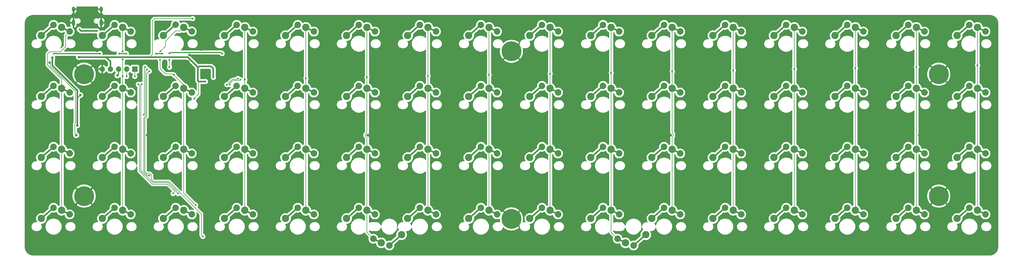
<source format=gbr>
%TF.GenerationSoftware,KiCad,Pcbnew,(6.0.0)*%
%TF.CreationDate,2022-05-03T01:33:48-04:00*%
%TF.ProjectId,HL-2040,484c2d32-3034-4302-9e6b-696361645f70,Mark 2 Rev F*%
%TF.SameCoordinates,Original*%
%TF.FileFunction,Copper,L1,Top*%
%TF.FilePolarity,Positive*%
%FSLAX46Y46*%
G04 Gerber Fmt 4.6, Leading zero omitted, Abs format (unit mm)*
G04 Created by KiCad (PCBNEW (6.0.0)) date 2022-05-03 01:33:48*
%MOMM*%
%LPD*%
G01*
G04 APERTURE LIST*
G04 Aperture macros list*
%AMFreePoly0*
4,1,45,0.119476,1.136739,0.324630,1.095931,0.518911,1.018420,0.695814,0.906803,0.849415,0.764816,0.974568,0.597216,1.067082,0.409615,1.123860,0.208295,1.143000,0.000000,1.141434,-0.059820,1.111419,-0.266828,1.102864,-0.292030,2.575395,-1.058225,2.651481,-1.119267,2.698415,-1.204778,2.709053,-1.301742,2.681775,-1.395395,2.620733,-1.471481,2.535222,-1.518415,2.438259,-1.529053,
2.344605,-1.501775,0.869677,-0.734333,0.808223,-0.808223,0.647402,-0.941976,0.464900,-1.044182,0.266828,-1.111419,0.059820,-1.141434,-0.149191,-1.133221,-0.353206,-1.087058,-0.545392,-1.004488,-0.719313,-0.888278,-0.869144,-0.742319,-0.989867,-0.571500,-1.077439,-0.381541,-1.128928,-0.178805,-1.142608,0.029920,-1.118023,0.237643,-1.055994,0.437407,-0.958600,0.622522,-0.829103,0.786789,
-0.671839,0.924706,-0.492074,1.031655,-0.295830,1.104053,-0.089679,1.139477,0.119476,1.136739,0.119476,1.136739,$1*%
%AMFreePoly1*
4,1,43,3.919950,3.584524,3.997502,3.525357,4.046509,3.441015,4.059509,3.344340,4.034524,3.250049,3.975356,3.172497,0.900283,0.460621,0.939339,0.387168,0.996650,0.197342,1.016000,0.000000,1.015604,-0.028368,0.990752,-0.225093,0.928162,-0.413244,0.830219,-0.585655,0.700653,-0.735759,0.544400,-0.857837,0.367411,-0.947241,0.176427,-1.000565,-0.021277,-1.015777,-0.218171,-0.992299,
-0.406755,-0.931025,-0.579845,-0.834288,-0.730849,-0.705773,-0.854016,-0.550376,-0.944653,-0.374015,-0.999309,-0.183407,-1.015901,0.014186,-0.993798,0.211238,-0.933842,0.400245,-0.838315,0.574006,-0.710858,0.725904,-0.556324,0.850153,-0.380600,0.942019,-0.190379,0.998004,0.007093,1.015975,0.204295,0.995248,0.393716,0.936613,0.568140,0.842302,0.572783,0.838461,3.644643,3.547502,
3.728985,3.596509,3.825660,3.609509,3.919950,3.584524,3.919950,3.584524,$1*%
G04 Aperture macros list end*
%TA.AperFunction,ComponentPad*%
%ADD10FreePoly0,0.000000*%
%TD*%
%TA.AperFunction,ComponentPad*%
%ADD11C,2.032000*%
%TD*%
%TA.AperFunction,SMDPad,CuDef*%
%ADD12C,2.286000*%
%TD*%
%TA.AperFunction,ComponentPad*%
%ADD13C,2.286000*%
%TD*%
%TA.AperFunction,ComponentPad*%
%ADD14FreePoly1,180.000000*%
%TD*%
%TA.AperFunction,SMDPad,CuDef*%
%ADD15C,2.032000*%
%TD*%
%TA.AperFunction,ComponentPad*%
%ADD16C,6.200000*%
%TD*%
%TA.AperFunction,ComponentPad*%
%ADD17R,1.700000X1.700000*%
%TD*%
%TA.AperFunction,ComponentPad*%
%ADD18O,1.700000X1.700000*%
%TD*%
%TA.AperFunction,ComponentPad*%
%ADD19FreePoly0,180.000000*%
%TD*%
%TA.AperFunction,ComponentPad*%
%ADD20FreePoly1,0.000000*%
%TD*%
%TA.AperFunction,ComponentPad*%
%ADD21O,1.000000X1.600000*%
%TD*%
%TA.AperFunction,ComponentPad*%
%ADD22O,1.000000X2.100000*%
%TD*%
%TA.AperFunction,ViaPad*%
%ADD23C,0.800000*%
%TD*%
%TA.AperFunction,ViaPad*%
%ADD24C,0.600000*%
%TD*%
%TA.AperFunction,Conductor*%
%ADD25C,0.200000*%
%TD*%
%TA.AperFunction,Conductor*%
%ADD26C,0.500000*%
%TD*%
%TA.AperFunction,Conductor*%
%ADD27C,0.300000*%
%TD*%
G04 APERTURE END LIST*
D10*
%TO.P,K2,1*%
%TO.N,23*%
X60483750Y-75882500D03*
D11*
X62943750Y-77162500D03*
D12*
X60483750Y-75882500D03*
D13*
%TO.P,K2,2*%
%TO.N,Net-(D2-Pad2)*%
X54133750Y-78422500D03*
D14*
X57943750Y-75062500D03*
D15*
X57943750Y-75062500D03*
%TD*%
D11*
%TO.P,K3,1*%
%TO.N,22*%
X81993750Y-77149800D03*
D12*
X79533750Y-75869800D03*
D10*
X79533750Y-75869800D03*
D15*
%TO.P,K3,2*%
%TO.N,Net-(D3-Pad2)*%
X76993750Y-75049800D03*
D13*
X73183750Y-78409800D03*
D14*
X76993750Y-75049800D03*
%TD*%
D12*
%TO.P,K6,1*%
%TO.N,10*%
X136683750Y-75882500D03*
D10*
X136683750Y-75882500D03*
D11*
X139143750Y-77162500D03*
D15*
%TO.P,K6,2*%
%TO.N,Net-(D6-Pad2)*%
X134143750Y-75062500D03*
D13*
X130333750Y-78422500D03*
D14*
X134143750Y-75062500D03*
%TD*%
D11*
%TO.P,K7,1*%
%TO.N,9*%
X158193750Y-77162500D03*
D10*
X155733750Y-75882500D03*
D12*
X155733750Y-75882500D03*
D13*
%TO.P,K7,2*%
%TO.N,Net-(D7-Pad2)*%
X149383750Y-78422500D03*
D14*
X153193750Y-75062500D03*
D15*
X153193750Y-75062500D03*
%TD*%
D10*
%TO.P,K8,1*%
%TO.N,8*%
X174783750Y-75882500D03*
D12*
X174783750Y-75882500D03*
D11*
X177243750Y-77162500D03*
D13*
%TO.P,K8,2*%
%TO.N,Net-(D8-Pad2)*%
X168433750Y-78422500D03*
D14*
X172243750Y-75062500D03*
D15*
X172243750Y-75062500D03*
%TD*%
D12*
%TO.P,K9,1*%
%TO.N,7*%
X193833750Y-75882500D03*
D11*
X196293750Y-77162500D03*
D10*
X193833750Y-75882500D03*
D14*
%TO.P,K9,2*%
%TO.N,Net-(D9-Pad2)*%
X191293750Y-75062500D03*
D15*
X191293750Y-75062500D03*
D13*
X187483750Y-78422500D03*
%TD*%
D11*
%TO.P,K10,1*%
%TO.N,6*%
X215343750Y-77162500D03*
D10*
X212883750Y-75882500D03*
D12*
X212883750Y-75882500D03*
D13*
%TO.P,K10,2*%
%TO.N,Net-(D10-Pad2)*%
X206533750Y-78422500D03*
D14*
X210343750Y-75062500D03*
D15*
X210343750Y-75062500D03*
%TD*%
D11*
%TO.P,K11,1*%
%TO.N,5*%
X234393750Y-77162500D03*
D12*
X231933750Y-75882500D03*
D10*
X231933750Y-75882500D03*
D13*
%TO.P,K11,2*%
%TO.N,Net-(D11-Pad2)*%
X225583750Y-78422500D03*
D15*
X229393750Y-75062500D03*
D14*
X229393750Y-75062500D03*
%TD*%
D11*
%TO.P,K12,1*%
%TO.N,4*%
X253443750Y-77162500D03*
D12*
X250983750Y-75882500D03*
D10*
X250983750Y-75882500D03*
D15*
%TO.P,K12,2*%
%TO.N,Net-(D12-Pad2)*%
X248443750Y-75062500D03*
D13*
X244633750Y-78422500D03*
D14*
X248443750Y-75062500D03*
%TD*%
D12*
%TO.P,K13,1*%
%TO.N,3*%
X270033750Y-75882500D03*
D10*
X270033750Y-75882500D03*
D11*
X272493750Y-77162500D03*
D13*
%TO.P,K13,2*%
%TO.N,Net-(D13-Pad2)*%
X263683750Y-78422500D03*
D15*
X267493750Y-75062500D03*
D14*
X267493750Y-75062500D03*
%TD*%
D10*
%TO.P,K14,1*%
%TO.N,2*%
X289083750Y-75882500D03*
D11*
X291543750Y-77162500D03*
D12*
X289083750Y-75882500D03*
D15*
%TO.P,K14,2*%
%TO.N,Net-(D14-Pad2)*%
X286543750Y-75062500D03*
D14*
X286543750Y-75062500D03*
D13*
X282733750Y-78422500D03*
%TD*%
D10*
%TO.P,K15,1*%
%TO.N,1*%
X308133750Y-75882500D03*
D11*
X310593750Y-77162500D03*
D12*
X308133750Y-75882500D03*
D15*
%TO.P,K15,2*%
%TO.N,Net-(D15-Pad2)*%
X305593750Y-75062500D03*
D14*
X305593750Y-75062500D03*
D13*
X301783750Y-78422500D03*
%TD*%
D10*
%TO.P,K16,1*%
%TO.N,0*%
X327183750Y-75882500D03*
D11*
X329643750Y-77162500D03*
D12*
X327183750Y-75882500D03*
D15*
%TO.P,K16,2*%
%TO.N,Net-(D16-Pad2)*%
X324643750Y-75062500D03*
D14*
X324643750Y-75062500D03*
D13*
X320833750Y-78422500D03*
%TD*%
D12*
%TO.P,K17,1*%
%TO.N,24*%
X41433750Y-94932500D03*
D10*
X41433750Y-94932500D03*
D11*
X43893750Y-96212500D03*
D15*
%TO.P,K17,2*%
%TO.N,Net-(D17-Pad2)*%
X38893750Y-94112500D03*
D13*
X35083750Y-97472500D03*
D14*
X38893750Y-94112500D03*
%TD*%
D10*
%TO.P,K18,1*%
%TO.N,23*%
X60483750Y-94932500D03*
D11*
X62943750Y-96212500D03*
D12*
X60483750Y-94932500D03*
D13*
%TO.P,K18,2*%
%TO.N,Net-(D18-Pad2)*%
X54133750Y-97472500D03*
D14*
X57943750Y-94112500D03*
D15*
X57943750Y-94112500D03*
%TD*%
D10*
%TO.P,K19,1*%
%TO.N,22*%
X79533750Y-94932500D03*
D11*
X81993750Y-96212500D03*
D12*
X79533750Y-94932500D03*
D14*
%TO.P,K19,2*%
%TO.N,Net-(D19-Pad2)*%
X76993750Y-94112500D03*
D13*
X73183750Y-97472500D03*
D15*
X76993750Y-94112500D03*
%TD*%
D12*
%TO.P,K22,1*%
%TO.N,10*%
X136683750Y-94932500D03*
D10*
X136683750Y-94932500D03*
D11*
X139143750Y-96212500D03*
D14*
%TO.P,K22,2*%
%TO.N,Net-(D22-Pad2)*%
X134143750Y-94112500D03*
D15*
X134143750Y-94112500D03*
D13*
X130333750Y-97472500D03*
%TD*%
D10*
%TO.P,K23,1*%
%TO.N,9*%
X155733750Y-94932500D03*
D11*
X158193750Y-96212500D03*
D12*
X155733750Y-94932500D03*
D14*
%TO.P,K23,2*%
%TO.N,Net-(D23-Pad2)*%
X153193750Y-94112500D03*
D15*
X153193750Y-94112500D03*
D13*
X149383750Y-97472500D03*
%TD*%
D11*
%TO.P,K24,1*%
%TO.N,8*%
X177243750Y-96212500D03*
D12*
X174783750Y-94932500D03*
D10*
X174783750Y-94932500D03*
D14*
%TO.P,K24,2*%
%TO.N,Net-(D24-Pad2)*%
X172243750Y-94112500D03*
D15*
X172243750Y-94112500D03*
D13*
X168433750Y-97472500D03*
%TD*%
D12*
%TO.P,K25,1*%
%TO.N,7*%
X193833750Y-94932500D03*
D10*
X193833750Y-94932500D03*
D11*
X196293750Y-96212500D03*
D13*
%TO.P,K25,2*%
%TO.N,Net-(D25-Pad2)*%
X187483750Y-97472500D03*
D15*
X191293750Y-94112500D03*
D14*
X191293750Y-94112500D03*
%TD*%
D10*
%TO.P,K26,1*%
%TO.N,6*%
X212883750Y-94932500D03*
D11*
X215343750Y-96212500D03*
D12*
X212883750Y-94932500D03*
D15*
%TO.P,K26,2*%
%TO.N,Net-(D26-Pad2)*%
X210343750Y-94112500D03*
D14*
X210343750Y-94112500D03*
D13*
X206533750Y-97472500D03*
%TD*%
D12*
%TO.P,K27,1*%
%TO.N,5*%
X231933750Y-94932500D03*
D11*
X234393750Y-96212500D03*
D10*
X231933750Y-94932500D03*
D15*
%TO.P,K27,2*%
%TO.N,Net-(D27-Pad2)*%
X229393750Y-94112500D03*
D13*
X225583750Y-97472500D03*
D14*
X229393750Y-94112500D03*
%TD*%
D12*
%TO.P,K28,1*%
%TO.N,4*%
X250983750Y-94932500D03*
D10*
X250983750Y-94932500D03*
D11*
X253443750Y-96212500D03*
D13*
%TO.P,K28,2*%
%TO.N,Net-(D28-Pad2)*%
X244633750Y-97472500D03*
D14*
X248443750Y-94112500D03*
D15*
X248443750Y-94112500D03*
%TD*%
D10*
%TO.P,K29,1*%
%TO.N,3*%
X270033750Y-94932500D03*
D11*
X272493750Y-96212500D03*
D12*
X270033750Y-94932500D03*
D15*
%TO.P,K29,2*%
%TO.N,Net-(D29-Pad2)*%
X267493750Y-94112500D03*
D14*
X267493750Y-94112500D03*
D13*
X263683750Y-97472500D03*
%TD*%
D10*
%TO.P,K30,1*%
%TO.N,2*%
X289083750Y-94932500D03*
D11*
X291543750Y-96212500D03*
D12*
X289083750Y-94932500D03*
D14*
%TO.P,K30,2*%
%TO.N,Net-(D30-Pad2)*%
X286543750Y-94112500D03*
D13*
X282733750Y-97472500D03*
D15*
X286543750Y-94112500D03*
%TD*%
D10*
%TO.P,K31,1*%
%TO.N,1*%
X308133750Y-94932500D03*
D12*
X308133750Y-94932500D03*
D11*
X310593750Y-96212500D03*
D15*
%TO.P,K31,2*%
%TO.N,Net-(D31-Pad2)*%
X305593750Y-94112500D03*
D14*
X305593750Y-94112500D03*
D13*
X301783750Y-97472500D03*
%TD*%
D11*
%TO.P,K32,1*%
%TO.N,0*%
X329643750Y-96212500D03*
D10*
X327183750Y-94932500D03*
D12*
X327183750Y-94932500D03*
D14*
%TO.P,K32,2*%
%TO.N,Net-(D32-Pad2)*%
X324643750Y-94112500D03*
D13*
X320833750Y-97472500D03*
D15*
X324643750Y-94112500D03*
%TD*%
D11*
%TO.P,K33,1*%
%TO.N,24*%
X43893750Y-115262500D03*
D10*
X41433750Y-113982500D03*
D12*
X41433750Y-113982500D03*
D15*
%TO.P,K33,2*%
%TO.N,Net-(D33-Pad2)*%
X38893750Y-113162500D03*
D13*
X35083750Y-116522500D03*
D14*
X38893750Y-113162500D03*
%TD*%
D11*
%TO.P,K34,1*%
%TO.N,23*%
X62943750Y-115262500D03*
D12*
X60483750Y-113982500D03*
D10*
X60483750Y-113982500D03*
D15*
%TO.P,K34,2*%
%TO.N,Net-(D34-Pad2)*%
X57943750Y-113162500D03*
D13*
X54133750Y-116522500D03*
D14*
X57943750Y-113162500D03*
%TD*%
D10*
%TO.P,K35,1*%
%TO.N,22*%
X79533750Y-113982500D03*
D11*
X81993750Y-115262500D03*
D12*
X79533750Y-113982500D03*
D15*
%TO.P,K35,2*%
%TO.N,Net-(D35-Pad2)*%
X76993750Y-113162500D03*
D14*
X76993750Y-113162500D03*
D13*
X73183750Y-116522500D03*
%TD*%
D10*
%TO.P,K36,1*%
%TO.N,12*%
X98583750Y-113982500D03*
D12*
X98583750Y-113982500D03*
D11*
X101043750Y-115262500D03*
D14*
%TO.P,K36,2*%
%TO.N,Net-(D36-Pad2)*%
X96043750Y-113162500D03*
D15*
X96043750Y-113162500D03*
D13*
X92233750Y-116522500D03*
%TD*%
D10*
%TO.P,K37,1*%
%TO.N,11*%
X117633750Y-113982500D03*
D11*
X120093750Y-115262500D03*
D12*
X117633750Y-113982500D03*
D14*
%TO.P,K37,2*%
%TO.N,Net-(D37-Pad2)*%
X115093750Y-113162500D03*
D15*
X115093750Y-113162500D03*
D13*
X111283750Y-116522500D03*
%TD*%
D12*
%TO.P,K38,1*%
%TO.N,10*%
X136683750Y-113982500D03*
D10*
X136683750Y-113982500D03*
D11*
X139143750Y-115262500D03*
D14*
%TO.P,K38,2*%
%TO.N,Net-(D38-Pad2)*%
X134143750Y-113162500D03*
D13*
X130333750Y-116522500D03*
D15*
X134143750Y-113162500D03*
%TD*%
D11*
%TO.P,K39,1*%
%TO.N,9*%
X158193750Y-115262500D03*
D10*
X155733750Y-113982500D03*
D12*
X155733750Y-113982500D03*
D15*
%TO.P,K39,2*%
%TO.N,Net-(D39-Pad2)*%
X153193750Y-113162500D03*
D13*
X149383750Y-116522500D03*
D14*
X153193750Y-113162500D03*
%TD*%
D11*
%TO.P,K40,1*%
%TO.N,8*%
X177243750Y-115262500D03*
D12*
X174783750Y-113982500D03*
D10*
X174783750Y-113982500D03*
D15*
%TO.P,K40,2*%
%TO.N,Net-(D40-Pad2)*%
X172243750Y-113162500D03*
D14*
X172243750Y-113162500D03*
D13*
X168433750Y-116522500D03*
%TD*%
D11*
%TO.P,K41,1*%
%TO.N,7*%
X196293750Y-115262500D03*
D10*
X193833750Y-113982500D03*
D12*
X193833750Y-113982500D03*
D14*
%TO.P,K41,2*%
%TO.N,Net-(D41-Pad2)*%
X191293750Y-113162500D03*
D15*
X191293750Y-113162500D03*
D13*
X187483750Y-116522500D03*
%TD*%
D12*
%TO.P,K42,1*%
%TO.N,6*%
X212883750Y-113982500D03*
D11*
X215343750Y-115262500D03*
D10*
X212883750Y-113982500D03*
D14*
%TO.P,K42,2*%
%TO.N,Net-(D42-Pad2)*%
X210343750Y-113162500D03*
D13*
X206533750Y-116522500D03*
D15*
X210343750Y-113162500D03*
%TD*%
D11*
%TO.P,K43,1*%
%TO.N,5*%
X234393750Y-115262500D03*
D12*
X231933750Y-113982500D03*
D10*
X231933750Y-113982500D03*
D15*
%TO.P,K43,2*%
%TO.N,Net-(D43-Pad2)*%
X229393750Y-113162500D03*
D14*
X229393750Y-113162500D03*
D13*
X225583750Y-116522500D03*
%TD*%
D11*
%TO.P,K44,1*%
%TO.N,4*%
X253443750Y-115262500D03*
D10*
X250983750Y-113982500D03*
D12*
X250983750Y-113982500D03*
D15*
%TO.P,K44,2*%
%TO.N,Net-(D44-Pad2)*%
X248443750Y-113162500D03*
D13*
X244633750Y-116522500D03*
D14*
X248443750Y-113162500D03*
%TD*%
D10*
%TO.P,K45,1*%
%TO.N,3*%
X270033750Y-113982500D03*
D11*
X272493750Y-115262500D03*
D12*
X270033750Y-113982500D03*
D15*
%TO.P,K45,2*%
%TO.N,Net-(D45-Pad2)*%
X267493750Y-113162500D03*
D13*
X263683750Y-116522500D03*
D14*
X267493750Y-113162500D03*
%TD*%
D11*
%TO.P,K46,1*%
%TO.N,2*%
X291543750Y-115262500D03*
D12*
X289083750Y-113982500D03*
D10*
X289083750Y-113982500D03*
D14*
%TO.P,K46,2*%
%TO.N,Net-(D46-Pad2)*%
X286543750Y-113162500D03*
D15*
X286543750Y-113162500D03*
D13*
X282733750Y-116522500D03*
%TD*%
D11*
%TO.P,K47,1*%
%TO.N,1*%
X310593750Y-115262500D03*
D12*
X308133750Y-113982500D03*
D10*
X308133750Y-113982500D03*
D15*
%TO.P,K47,2*%
%TO.N,Net-(D47-Pad2)*%
X305593750Y-113162500D03*
D14*
X305593750Y-113162500D03*
D13*
X301783750Y-116522500D03*
%TD*%
D11*
%TO.P,K48,1*%
%TO.N,0*%
X329643750Y-115262500D03*
D12*
X327183750Y-113982500D03*
D10*
X327183750Y-113982500D03*
D15*
%TO.P,K48,2*%
%TO.N,Net-(D48-Pad2)*%
X324643750Y-113162500D03*
D13*
X320833750Y-116522500D03*
D14*
X324643750Y-113162500D03*
%TD*%
D10*
%TO.P,K49,1*%
%TO.N,24*%
X41433750Y-133032500D03*
D11*
X43893750Y-134312500D03*
D12*
X41433750Y-133032500D03*
D15*
%TO.P,K49,2*%
%TO.N,Net-(D49-Pad2)*%
X38893750Y-132212500D03*
D14*
X38893750Y-132212500D03*
D13*
X35083750Y-135572500D03*
%TD*%
D10*
%TO.P,K50,1*%
%TO.N,23*%
X60483750Y-133032500D03*
D11*
X62943750Y-134312500D03*
D12*
X60483750Y-133032500D03*
D13*
%TO.P,K50,2*%
%TO.N,Net-(D50-Pad2)*%
X54133750Y-135572500D03*
D15*
X57943750Y-132212500D03*
D14*
X57943750Y-132212500D03*
%TD*%
D11*
%TO.P,K51,1*%
%TO.N,22*%
X81993750Y-134312500D03*
D12*
X79533750Y-133032500D03*
D10*
X79533750Y-133032500D03*
D15*
%TO.P,K51,2*%
%TO.N,Net-(D51-Pad2)*%
X76993750Y-132212500D03*
D14*
X76993750Y-132212500D03*
D13*
X73183750Y-135572500D03*
%TD*%
D12*
%TO.P,K52,1*%
%TO.N,12*%
X98583750Y-133032500D03*
D11*
X101043750Y-134312500D03*
D10*
X98583750Y-133032500D03*
D14*
%TO.P,K52,2*%
%TO.N,Net-(D52-Pad2)*%
X96043750Y-132212500D03*
D13*
X92233750Y-135572500D03*
D15*
X96043750Y-132212500D03*
%TD*%
D11*
%TO.P,K53,1*%
%TO.N,11*%
X120093750Y-134312500D03*
D10*
X117633750Y-133032500D03*
D12*
X117633750Y-133032500D03*
D14*
%TO.P,K53,2*%
%TO.N,Net-(D53-Pad2)*%
X115093750Y-132212500D03*
D13*
X111283750Y-135572500D03*
D15*
X115093750Y-132212500D03*
%TD*%
D12*
%TO.P,K54,1*%
%TO.N,10*%
X136683750Y-133032500D03*
D10*
X136683750Y-133032500D03*
D11*
X139143750Y-134312500D03*
D15*
%TO.P,K54,2*%
%TO.N,Net-(D54-Pad2)*%
X134143750Y-132212500D03*
D14*
X134143750Y-132212500D03*
D13*
X130333750Y-135572500D03*
%TD*%
D11*
%TO.P,K55,1*%
%TO.N,9*%
X158193750Y-134312500D03*
D12*
X155733750Y-133032500D03*
D10*
X155733750Y-133032500D03*
D13*
%TO.P,K55,2*%
%TO.N,Net-(D55-Pad2)*%
X149383750Y-135572500D03*
D15*
X153193750Y-132212500D03*
D14*
X153193750Y-132212500D03*
%TD*%
D11*
%TO.P,K56,1*%
%TO.N,8*%
X177243750Y-134312500D03*
D12*
X174783750Y-133032500D03*
D10*
X174783750Y-133032500D03*
D15*
%TO.P,K56,2*%
%TO.N,Net-(D56-Pad2)*%
X172243750Y-132212500D03*
D13*
X168433750Y-135572500D03*
D14*
X172243750Y-132212500D03*
%TD*%
D11*
%TO.P,K57,1*%
%TO.N,7*%
X196293750Y-134312500D03*
D10*
X193833750Y-133032500D03*
D12*
X193833750Y-133032500D03*
D15*
%TO.P,K57,2*%
%TO.N,Net-(D57-Pad2)*%
X191293750Y-132212500D03*
D13*
X187483750Y-135572500D03*
D14*
X191293750Y-132212500D03*
%TD*%
D10*
%TO.P,K58,1*%
%TO.N,6*%
X212883750Y-133032500D03*
D12*
X212883750Y-133032500D03*
D11*
X215343750Y-134312500D03*
D15*
%TO.P,K58,2*%
%TO.N,Net-(D58-Pad2)*%
X210343750Y-132212500D03*
D13*
X206533750Y-135572500D03*
D14*
X210343750Y-132212500D03*
%TD*%
D12*
%TO.P,K59,1*%
%TO.N,5*%
X231933750Y-133032500D03*
D10*
X231933750Y-133032500D03*
D11*
X234393750Y-134312500D03*
D14*
%TO.P,K59,2*%
%TO.N,Net-(D59-Pad2)*%
X229393750Y-132212500D03*
D13*
X225583750Y-135572500D03*
D15*
X229393750Y-132212500D03*
%TD*%
D10*
%TO.P,K60,1*%
%TO.N,4*%
X250983750Y-133032500D03*
D12*
X250983750Y-133032500D03*
D11*
X253443750Y-134312500D03*
D15*
%TO.P,K60,2*%
%TO.N,Net-(D60-Pad2)*%
X248443750Y-132212500D03*
D14*
X248443750Y-132212500D03*
D13*
X244633750Y-135572500D03*
%TD*%
D12*
%TO.P,K61,1*%
%TO.N,3*%
X270033750Y-133032500D03*
D11*
X272493750Y-134312500D03*
D10*
X270033750Y-133032500D03*
D15*
%TO.P,K61,2*%
%TO.N,Net-(D61-Pad2)*%
X267493750Y-132212500D03*
D14*
X267493750Y-132212500D03*
D13*
X263683750Y-135572500D03*
%TD*%
D11*
%TO.P,K62,1*%
%TO.N,2*%
X291543750Y-134312500D03*
D12*
X289083750Y-133032500D03*
D10*
X289083750Y-133032500D03*
D15*
%TO.P,K62,2*%
%TO.N,Net-(D62-Pad2)*%
X286543750Y-132212500D03*
D14*
X286543750Y-132212500D03*
D13*
X282733750Y-135572500D03*
%TD*%
D10*
%TO.P,K63,1*%
%TO.N,1*%
X308133750Y-133032500D03*
D11*
X310593750Y-134312500D03*
D12*
X308133750Y-133032500D03*
D14*
%TO.P,K63,2*%
%TO.N,Net-(D63-Pad2)*%
X305593750Y-132212500D03*
D15*
X305593750Y-132212500D03*
D13*
X301783750Y-135572500D03*
%TD*%
D12*
%TO.P,K64,1*%
%TO.N,0*%
X327183750Y-133032500D03*
D11*
X329643750Y-134312500D03*
D10*
X327183750Y-133032500D03*
D15*
%TO.P,K64,2*%
%TO.N,Net-(D64-Pad2)*%
X324643750Y-132212500D03*
D13*
X320833750Y-135572500D03*
D14*
X324643750Y-132212500D03*
%TD*%
D11*
%TO.P,K1,1*%
%TO.N,24*%
X43893750Y-77162500D03*
D12*
X41433750Y-75882500D03*
D10*
X41433750Y-75882500D03*
D13*
%TO.P,K1,2*%
%TO.N,Net-(D1-Pad2)*%
X35083750Y-78422500D03*
D14*
X38893750Y-75062500D03*
D15*
X38893750Y-75062500D03*
%TD*%
D16*
%TO.P,H1,1,1*%
%TO.N,GND*%
X48415700Y-90481800D03*
%TD*%
%TO.P,H2,1,1*%
%TO.N,GND*%
X48415700Y-128579400D03*
%TD*%
%TO.P,H3,1,1*%
%TO.N,GND*%
X181757300Y-83338500D03*
%TD*%
%TO.P,H4,1,1*%
%TO.N,GND*%
X181757300Y-135722700D03*
%TD*%
%TO.P,H5,1,1*%
%TO.N,GND*%
X315098900Y-90481800D03*
%TD*%
%TO.P,H6,1,1*%
%TO.N,GND*%
X315098900Y-128579400D03*
%TD*%
D11*
%TO.P,K4,1*%
%TO.N,12*%
X101043750Y-77162500D03*
D12*
X98583750Y-75882500D03*
D10*
X98583750Y-75882500D03*
D13*
%TO.P,K4,2*%
%TO.N,Net-(D4-Pad2)*%
X92233750Y-78422500D03*
D14*
X96043750Y-75062500D03*
D15*
X96043750Y-75062500D03*
%TD*%
D10*
%TO.P,K5,1*%
%TO.N,11*%
X117633750Y-75882500D03*
D11*
X120093750Y-77162500D03*
D12*
X117633750Y-75882500D03*
D14*
%TO.P,K5,2*%
%TO.N,Net-(D5-Pad2)*%
X115093750Y-75062500D03*
D13*
X111283750Y-78422500D03*
D15*
X115093750Y-75062500D03*
%TD*%
D12*
%TO.P,K21,1*%
%TO.N,11*%
X117633750Y-94932500D03*
D11*
X120093750Y-96212500D03*
D10*
X117633750Y-94932500D03*
D13*
%TO.P,K21,2*%
%TO.N,Net-(D21-Pad2)*%
X111283750Y-97472500D03*
D15*
X115093750Y-94112500D03*
D14*
X115093750Y-94112500D03*
%TD*%
D11*
%TO.P,K20,1*%
%TO.N,12*%
X101043750Y-96212500D03*
D12*
X98583750Y-94932500D03*
D10*
X98583750Y-94932500D03*
D13*
%TO.P,K20,2*%
%TO.N,Net-(D20-Pad2)*%
X92233750Y-97472500D03*
D15*
X96043750Y-94112500D03*
D14*
X96043750Y-94112500D03*
%TD*%
D17*
%TO.P,J1,1,Pin_1*%
%TO.N,21*%
X64262000Y-88900000D03*
D18*
%TO.P,J1,2,Pin_2*%
%TO.N,20*%
X61722000Y-88900000D03*
%TO.P,J1,3,Pin_3*%
%TO.N,VBUS*%
X59182000Y-88900000D03*
%TO.P,J1,4,Pin_4*%
%TO.N,+3V3*%
X56642000Y-88900000D03*
%TO.P,J1,5,Pin_5*%
%TO.N,GND*%
X54102000Y-88900000D03*
%TD*%
D19*
%TO.P,K54.1,1*%
%TO.N,10*%
X141128750Y-143192500D03*
D11*
X138668750Y-141912500D03*
D12*
X141128750Y-143192500D03*
D15*
%TO.P,K54.1,2*%
%TO.N,Net-(D54.1-Pad2)*%
X143668750Y-144012500D03*
D20*
X143668750Y-144012500D03*
D13*
X147478750Y-140652500D03*
%TD*%
D11*
%TO.P,K58.1,1*%
%TO.N,6*%
X214868750Y-141912500D03*
D12*
X217328750Y-143192500D03*
D19*
X217328750Y-143192500D03*
D15*
%TO.P,K58.1,2*%
%TO.N,Net-(D58.1-Pad2)*%
X219868750Y-144012500D03*
D20*
X219868750Y-144012500D03*
D13*
X223678750Y-140652500D03*
%TD*%
D21*
%TO.P,J0,S1,SHIELD*%
%TO.N,GND*%
X45083000Y-70197000D03*
D22*
X45083000Y-74377000D03*
D21*
X53723000Y-70197000D03*
D22*
X53723000Y-74377000D03*
%TD*%
D23*
%TO.N,GND*%
X188518800Y-109524800D03*
D24*
X72000000Y-75250000D03*
X70866000Y-95250000D03*
D23*
X197154800Y-109524800D03*
D24*
X145256250Y-135731250D03*
D23*
X80899000Y-86487000D03*
X162712400Y-109524800D03*
D24*
X92900000Y-87475000D03*
X86500000Y-89500000D03*
D23*
X48200000Y-86275000D03*
X179933600Y-109524800D03*
X205740000Y-109524800D03*
X308965600Y-109524800D03*
D24*
X221456250Y-135731250D03*
D23*
X145491200Y-109524800D03*
D24*
X77851000Y-91059000D03*
D23*
X81280000Y-84455000D03*
D24*
X87500000Y-90500000D03*
X92710000Y-74930000D03*
D23*
X52400000Y-83200000D03*
X89700000Y-78300000D03*
X128270000Y-109474000D03*
X84800000Y-82800000D03*
D24*
X94475000Y-91500000D03*
D23*
X50850800Y-109524800D03*
X93878400Y-109524800D03*
X154127200Y-109524800D03*
X47625000Y-79629000D03*
D24*
X217487500Y-140493750D03*
X87500000Y-89500000D03*
D23*
X222910400Y-109524800D03*
X68072000Y-109524800D03*
X274574000Y-109524800D03*
D24*
X85500000Y-89500000D03*
X140493750Y-140493750D03*
D23*
X257403600Y-109524800D03*
X300431200Y-109524800D03*
D24*
X85500000Y-90500000D03*
X50165000Y-78359000D03*
D23*
X94488000Y-86487000D03*
X136906000Y-109524800D03*
D24*
X85500000Y-91500000D03*
X90551000Y-94869000D03*
D23*
X283159200Y-109524800D03*
X85293200Y-109524800D03*
D24*
X87487000Y-91487500D03*
X41910000Y-78740000D03*
D23*
X240131600Y-109524800D03*
X119735600Y-109474000D03*
X291795200Y-109524800D03*
D24*
X208280000Y-136271000D03*
D23*
X86868000Y-78740000D03*
X76657200Y-109524800D03*
X102463600Y-109524800D03*
X59486800Y-109524800D03*
X111099600Y-109524800D03*
X214274400Y-109524800D03*
X231495600Y-109524800D03*
X317601600Y-109524800D03*
X171297600Y-109524800D03*
D24*
X86487000Y-90487500D03*
D23*
X265938000Y-109524800D03*
X248716800Y-109524800D03*
D24*
X86500000Y-91500000D03*
D23*
%TO.N,VBUS*%
X38500000Y-85350000D03*
X58801000Y-90869500D03*
X47244000Y-97028000D03*
X46278800Y-106476800D03*
D24*
%TO.N,vUSB*%
X46953000Y-76491000D03*
X52451000Y-76962000D03*
%TO.N,0*%
X327183750Y-87725250D03*
%TO.N,1*%
X308133750Y-88233250D03*
%TO.N,2*%
X289083750Y-88614250D03*
%TO.N,3*%
X270033750Y-88931750D03*
%TO.N,4*%
X250983750Y-89312750D03*
%TO.N,5*%
X231933750Y-89630250D03*
%TO.N,6*%
X212883750Y-90074750D03*
%TO.N,7*%
X193833750Y-90328750D03*
%TO.N,8*%
X174783750Y-90709750D03*
%TO.N,9*%
X155733750Y-91027250D03*
%TO.N,10*%
X136683750Y-91408250D03*
%TO.N,11*%
X96393000Y-91821000D03*
X117633750Y-91789250D03*
X92983812Y-93765037D03*
%TO.N,12*%
X98583750Y-92170250D03*
X97155000Y-92202000D03*
X93853000Y-93726000D03*
%TO.N,16*%
X77787500Y-127793750D03*
X66360000Y-93630000D03*
%TO.N,17*%
X76200000Y-127793750D03*
X65321363Y-93666356D03*
%TO.N,20*%
X61722000Y-91186000D03*
%TO.N,21*%
X64262000Y-91186000D03*
%TO.N,22*%
X76422250Y-90709750D03*
X83260000Y-131400000D03*
X72231250Y-83343750D03*
X72136000Y-85979000D03*
%TO.N,23*%
X60483750Y-91122500D03*
X60480000Y-85890000D03*
X60480000Y-83400000D03*
%TO.N,26{slash}A0*%
X68703750Y-122143750D03*
X68090000Y-88960000D03*
%TO.N,27{slash}A1*%
X67010000Y-103093750D03*
X67437000Y-88265000D03*
%TO.N,+3V3*%
X82300000Y-73125000D03*
X88487500Y-88462500D03*
X88750000Y-91500000D03*
D23*
X46775000Y-85150000D03*
D24*
X83994195Y-88380805D03*
X86300000Y-92775000D03*
X85700000Y-88050000D03*
X82775000Y-98100000D03*
X83900000Y-91487500D03*
D23*
%TO.N,LED*%
X45975000Y-109550000D03*
X37650500Y-86904938D03*
D24*
%TO.N,28{slash}A2*%
X53400000Y-84050000D03*
X39000000Y-84050000D03*
X61606250Y-84043750D03*
X75050000Y-88324020D03*
X59336250Y-84043750D03*
X72801250Y-84043750D03*
X91500000Y-84050000D03*
X75050000Y-84000000D03*
X75050000Y-85980000D03*
X70896250Y-84043750D03*
%TO.N,25*%
X85496250Y-141193750D03*
X68740000Y-89560000D03*
%TD*%
D25*
%TO.N,GND*%
X222292171Y-139116315D02*
X220184486Y-141224000D01*
X50165000Y-78359000D02*
X48895000Y-79629000D01*
X222292171Y-136567171D02*
X222292171Y-139116315D01*
X146092171Y-136567171D02*
X146092171Y-139116315D01*
X146092171Y-139116315D02*
X144111486Y-141097000D01*
X218217750Y-141224000D02*
X217487500Y-140493750D01*
X94475000Y-91500000D02*
X94475000Y-86500000D01*
X50165000Y-78359000D02*
X50165000Y-80965000D01*
X144111486Y-141097000D02*
X141097000Y-141097000D01*
X94475000Y-86500000D02*
X94488000Y-86487000D01*
X48895000Y-79629000D02*
X47625000Y-79629000D01*
X145256250Y-135731250D02*
X146092171Y-136567171D01*
X50165000Y-80965000D02*
X52400000Y-83200000D01*
X220184486Y-141224000D02*
X218217750Y-141224000D01*
X141097000Y-141097000D02*
X140493750Y-140493750D01*
X221456250Y-135731250D02*
X222292171Y-136567171D01*
D26*
%TO.N,VBUS*%
X46278800Y-97866200D02*
X46278800Y-106476800D01*
X46024800Y-95351600D02*
X46278800Y-95605600D01*
X46278800Y-95605600D02*
X46278800Y-97866200D01*
D27*
X59182000Y-90488500D02*
X58801000Y-90869500D01*
X46405800Y-97866200D02*
X46278800Y-97866200D01*
D26*
X38500000Y-87217200D02*
X38500000Y-87826800D01*
X38500000Y-87826800D02*
X46024800Y-95351600D01*
X38500000Y-85350000D02*
X38500000Y-87217200D01*
D27*
X59182000Y-88900000D02*
X59182000Y-90488500D01*
X47244000Y-97028000D02*
X46405800Y-97866200D01*
D26*
%TO.N,vUSB*%
X47424000Y-76962000D02*
X46953000Y-76491000D01*
X52451000Y-76962000D02*
X47424000Y-76962000D01*
D25*
%TO.N,0*%
X327183750Y-87725250D02*
X327183750Y-75882500D01*
X327183750Y-133032500D02*
X327183750Y-87725250D01*
%TO.N,1*%
X308133750Y-75882500D02*
X308133750Y-88233250D01*
X308133750Y-88233250D02*
X308133750Y-133032500D01*
%TO.N,2*%
X289083750Y-133032500D02*
X289083750Y-88614250D01*
X289083750Y-88614250D02*
X289083750Y-75882500D01*
%TO.N,3*%
X270033750Y-88931750D02*
X270033750Y-133032500D01*
X270033750Y-75882500D02*
X270033750Y-88931750D01*
%TO.N,4*%
X250983750Y-133032500D02*
X250983750Y-89312750D01*
X250983750Y-89312750D02*
X250983750Y-75882500D01*
%TO.N,5*%
X231933750Y-94932500D02*
X231933750Y-89630250D01*
X232195111Y-109105111D02*
X232195111Y-109824889D01*
X231933750Y-110086250D02*
X232195111Y-109824889D01*
X231933750Y-133032500D02*
X231933750Y-113982500D01*
X231933750Y-94932500D02*
X231933750Y-108843750D01*
X231933750Y-89630250D02*
X231933750Y-75882500D01*
X231933750Y-108843750D02*
X232195111Y-109105111D01*
X231933750Y-113982500D02*
X231933750Y-110086250D01*
%TO.N,6*%
X212883750Y-139927500D02*
X214868750Y-141912500D01*
X212883750Y-75882500D02*
X212883750Y-90074750D01*
X212883750Y-90074750D02*
X212883750Y-139927500D01*
%TO.N,7*%
X193833750Y-90328750D02*
X193833750Y-75882500D01*
X193833750Y-133032500D02*
X193833750Y-90328750D01*
%TO.N,8*%
X174783750Y-90709750D02*
X174783750Y-133032500D01*
X174783750Y-75882500D02*
X174783750Y-90709750D01*
%TO.N,9*%
X155733750Y-91027250D02*
X155733750Y-75882500D01*
X155733750Y-133032500D02*
X155733750Y-91027250D01*
%TO.N,10*%
X136161541Y-109280000D02*
X136150000Y-109280000D01*
X136150000Y-109280000D02*
X136150000Y-109758059D01*
X136683750Y-91408250D02*
X136683750Y-75882500D01*
X136150000Y-109758059D02*
X136683750Y-110291809D01*
X136683750Y-133032500D02*
X136683750Y-139927500D01*
X136683750Y-110291809D02*
X136683750Y-133032500D01*
X136683750Y-94932500D02*
X136683750Y-91408250D01*
X136683750Y-139927500D02*
X138668750Y-141912500D01*
X136683750Y-94932500D02*
X136683750Y-108757791D01*
X136683750Y-108757791D02*
X136161541Y-109280000D01*
%TO.N,11*%
X94615000Y-92133849D02*
X92983812Y-93765037D01*
X117633750Y-75882500D02*
X117633750Y-91789250D01*
X96393000Y-91821000D02*
X96114489Y-92099511D01*
X94615000Y-92099511D02*
X94615000Y-92133849D01*
X96114489Y-92099511D02*
X94615000Y-92099511D01*
X117633750Y-91789250D02*
X117633750Y-133032500D01*
%TO.N,12*%
X94787145Y-92456000D02*
X94447072Y-92796073D01*
X98583750Y-133032500D02*
X98583750Y-92170250D01*
X96012000Y-92456000D02*
X94787145Y-92456000D01*
X96901000Y-92456000D02*
X96012000Y-92456000D01*
X94447072Y-92796073D02*
X93853000Y-93390145D01*
X93853000Y-93390145D02*
X93853000Y-93726000D01*
X98583750Y-92170250D02*
X98583750Y-75882500D01*
X97155000Y-92202000D02*
X96901000Y-92456000D01*
%TO.N,16*%
X77218751Y-127225001D02*
X77218751Y-126906801D01*
X74705700Y-124393750D02*
X69943200Y-124393750D01*
X66106250Y-93883750D02*
X66360000Y-93630000D01*
X77787500Y-127793750D02*
X77218751Y-127225001D01*
X66106250Y-120556800D02*
X66106250Y-93883750D01*
X69943200Y-124393750D02*
X66106250Y-120556800D01*
X77218751Y-126906801D02*
X74705700Y-124393750D01*
%TO.N,17*%
X74519300Y-124843750D02*
X69756800Y-124843750D01*
X69756800Y-124843750D02*
X65656250Y-120743200D01*
X65656250Y-94001243D02*
X65321363Y-93666356D01*
X65656250Y-120743200D02*
X65656250Y-94001243D01*
X76200000Y-127793750D02*
X76768749Y-127225001D01*
X76768749Y-127093199D02*
X74519300Y-124843750D01*
X76768749Y-127225001D02*
X76768749Y-127093199D01*
%TO.N,20*%
X61722000Y-91186000D02*
X61722000Y-88900000D01*
%TO.N,21*%
X64262000Y-91186000D02*
X64262000Y-88900000D01*
%TO.N,22*%
X78409800Y-76993750D02*
X76993750Y-76993750D01*
X79533750Y-113982500D02*
X79533750Y-127673750D01*
X79533750Y-127673750D02*
X83260000Y-131400000D01*
X73787000Y-90424000D02*
X76136500Y-90424000D01*
X73818750Y-80168750D02*
X73818750Y-81756250D01*
X72136000Y-88773000D02*
X73787000Y-90424000D01*
X79533750Y-93821250D02*
X76993750Y-91281250D01*
X73818750Y-81756250D02*
X72231250Y-83343750D01*
X79533750Y-94932500D02*
X79533750Y-113982500D01*
X79533750Y-94932500D02*
X79533750Y-93821250D01*
X76993750Y-76993750D02*
X73818750Y-80168750D01*
X79533750Y-75869800D02*
X78409800Y-76993750D01*
X76422250Y-90709750D02*
X76993750Y-91281250D01*
X76136500Y-90424000D02*
X76422250Y-90709750D01*
X72136000Y-85979000D02*
X72136000Y-88773000D01*
%TO.N,23*%
X60483750Y-85893750D02*
X60480000Y-85890000D01*
X60480000Y-83400000D02*
X60483750Y-83396250D01*
X60483750Y-83396250D02*
X60483750Y-75882500D01*
X60483750Y-94932500D02*
X60483750Y-85893750D01*
X60483750Y-133032500D02*
X60483750Y-94932500D01*
%TO.N,24*%
X37700000Y-83450000D02*
X41064860Y-83450000D01*
X41433750Y-92031984D02*
X37000989Y-87599223D01*
X42672430Y-78383820D02*
X43893750Y-77162500D01*
X41064860Y-83450000D02*
X42672430Y-81842430D01*
X41433750Y-94932500D02*
X41433750Y-133032500D01*
X42672430Y-81842430D02*
X42672430Y-78383820D01*
X41433750Y-94932500D02*
X41433750Y-92031984D01*
X37000989Y-87599223D02*
X37000989Y-84149011D01*
X37000989Y-84149011D02*
X37700000Y-83450000D01*
%TO.N,26{slash}A0*%
X67980480Y-89149520D02*
X67609520Y-89520480D01*
X68090000Y-88960000D02*
X68090000Y-89149520D01*
X68090000Y-89149520D02*
X67980480Y-89149520D01*
X67609520Y-103579520D02*
X67010000Y-104179040D01*
X67609520Y-89520480D02*
X67609520Y-103579520D01*
X67010000Y-120966254D02*
X68187496Y-122143750D01*
X68187496Y-122143750D02*
X68703750Y-122143750D01*
X67010000Y-104179040D02*
X67010000Y-120966254D01*
%TO.N,27{slash}A1*%
X67260000Y-102843750D02*
X67260000Y-89485000D01*
X67010000Y-103093750D02*
X67260000Y-102843750D01*
X67260000Y-88442000D02*
X67437000Y-88265000D01*
X67260000Y-89485000D02*
X67260000Y-88442000D01*
D26*
%TO.N,+3V3*%
X55305000Y-85150000D02*
X56642000Y-86487000D01*
D25*
X84168260Y-96706740D02*
X82775000Y-98100000D01*
D26*
X81900000Y-86286609D02*
X83994195Y-88380805D01*
X84325000Y-88050000D02*
X83994195Y-88380805D01*
D25*
X84168260Y-92804260D02*
X84139000Y-92775000D01*
D26*
X86300000Y-92775000D02*
X84139000Y-92775000D01*
X83900000Y-88475000D02*
X83900000Y-91741000D01*
X88750000Y-88725000D02*
X88750000Y-91500000D01*
D25*
X84168260Y-96706740D02*
X84168260Y-92804260D01*
X69750000Y-73700000D02*
X69750000Y-84250000D01*
D26*
X85700000Y-88050000D02*
X84325000Y-88050000D01*
X88500000Y-88475000D02*
X88700000Y-88675000D01*
D25*
X70325000Y-73125000D02*
X69750000Y-73700000D01*
X68850000Y-85150000D02*
X68800000Y-85150000D01*
X82300000Y-73125000D02*
X70325000Y-73125000D01*
D26*
X85700000Y-88050000D02*
X88075000Y-88050000D01*
X83900000Y-91741000D02*
X83900000Y-92075000D01*
X55305000Y-85150000D02*
X68800000Y-85150000D01*
X88700000Y-88675000D02*
X88750000Y-88725000D01*
D25*
X69750000Y-84250000D02*
X68850000Y-85150000D01*
D26*
X88075000Y-88050000D02*
X88487500Y-88462500D01*
X46775000Y-85150000D02*
X55305000Y-85150000D01*
X56642000Y-86487000D02*
X56642000Y-88900000D01*
X80763391Y-85150000D02*
X81900000Y-86286609D01*
X80650000Y-85150000D02*
X80763391Y-85150000D01*
X83900000Y-92536000D02*
X83900000Y-91741000D01*
X88487500Y-88462500D02*
X88500000Y-88475000D01*
X83994195Y-88380805D02*
X83900000Y-88475000D01*
X68800000Y-85150000D02*
X80650000Y-85150000D01*
X84139000Y-92775000D02*
X83900000Y-92536000D01*
D25*
%TO.N,LED*%
X37950480Y-88054418D02*
X37950480Y-87425000D01*
X37950480Y-87425000D02*
X37950480Y-87204918D01*
X37950480Y-87204918D02*
X37650500Y-86904938D01*
X45975000Y-109550000D02*
X45579289Y-109154289D01*
X45729280Y-95833218D02*
X39760531Y-89864469D01*
X45579289Y-105924991D02*
X45729280Y-105775000D01*
X45579289Y-109154289D02*
X45579289Y-105924991D01*
X39760531Y-89864469D02*
X37950480Y-88054418D01*
X45729280Y-105775000D02*
X45729280Y-95833218D01*
%TO.N,28{slash}A2*%
X75050000Y-85980000D02*
X75050000Y-88324020D01*
D27*
X91155489Y-83705489D02*
X91500000Y-84050000D01*
X72801250Y-84043750D02*
X70896250Y-84043750D01*
X75344511Y-83705489D02*
X91155489Y-83705489D01*
X59336250Y-84043750D02*
X61606250Y-84043750D01*
X39000000Y-84050000D02*
X53400000Y-84050000D01*
X75050000Y-84000000D02*
X75344511Y-83705489D01*
D25*
%TO.N,25*%
X74894231Y-124044231D02*
X70087976Y-124044230D01*
X70087976Y-124044230D02*
X69420000Y-123376254D01*
X68078042Y-121540000D02*
X67359520Y-120821478D01*
X68960000Y-121540000D02*
X68078042Y-121540000D01*
X67959040Y-90340960D02*
X68740000Y-89560000D01*
X85020000Y-134170000D02*
X74894231Y-124044231D01*
X67359520Y-104370480D02*
X67959040Y-103770960D01*
X85496250Y-141193750D02*
X85020000Y-140717500D01*
X69420000Y-123376254D02*
X69420000Y-122000000D01*
X67359520Y-120821478D02*
X67359520Y-104370480D01*
X67959040Y-103770960D02*
X67959040Y-90340960D01*
X69420000Y-122000000D02*
X68960000Y-121540000D01*
X85020000Y-140717500D02*
X85020000Y-134170000D01*
%TD*%
%TA.AperFunction,Conductor*%
%TO.N,GND*%
G36*
X52727403Y-69393752D02*
G01*
X52773896Y-69447408D01*
X52784000Y-69517682D01*
X52779384Y-69537849D01*
X52734119Y-69680541D01*
X52731570Y-69692532D01*
X52715393Y-69836761D01*
X52715000Y-69843785D01*
X52715000Y-69924885D01*
X52719475Y-69940124D01*
X52720865Y-69941329D01*
X52728548Y-69943000D01*
X53851000Y-69943000D01*
X53919121Y-69963002D01*
X53965614Y-70016658D01*
X53977000Y-70069000D01*
X53977000Y-71454924D01*
X53980973Y-71468455D01*
X53988769Y-71469576D01*
X54018083Y-71460948D01*
X54089080Y-71460902D01*
X54148830Y-71499247D01*
X54178387Y-71563962D01*
X54180905Y-71581545D01*
X54191521Y-71604895D01*
X54197964Y-71622407D01*
X54205012Y-71647065D01*
X54220774Y-71672048D01*
X54228904Y-71687114D01*
X54241133Y-71714010D01*
X54257874Y-71733439D01*
X54268979Y-71748447D01*
X54282660Y-71770131D01*
X54289388Y-71776073D01*
X54304796Y-71789681D01*
X54316840Y-71801873D01*
X54336119Y-71824247D01*
X54343647Y-71829126D01*
X54343650Y-71829129D01*
X54357639Y-71838196D01*
X54372513Y-71849486D01*
X54391728Y-71866456D01*
X54399854Y-71870271D01*
X54399855Y-71870272D01*
X54405521Y-71872932D01*
X54418466Y-71879010D01*
X54433435Y-71887324D01*
X54458227Y-71903393D01*
X54475150Y-71908454D01*
X54482790Y-71910739D01*
X54500236Y-71917401D01*
X54523448Y-71928299D01*
X54552630Y-71932843D01*
X54569349Y-71936626D01*
X54589036Y-71942514D01*
X54589039Y-71942515D01*
X54597641Y-71945087D01*
X54606616Y-71945142D01*
X54606617Y-71945142D01*
X54613310Y-71945183D01*
X54632056Y-71945297D01*
X54632828Y-71945330D01*
X54633923Y-71945500D01*
X54664798Y-71945500D01*
X54665568Y-71945502D01*
X54739216Y-71945952D01*
X54739217Y-71945952D01*
X54743152Y-71945976D01*
X54744496Y-71945592D01*
X54745841Y-71945500D01*
X330944422Y-71945500D01*
X330963807Y-71947000D01*
X330978608Y-71949305D01*
X330978611Y-71949305D01*
X330987480Y-71950686D01*
X330996382Y-71949522D01*
X330996384Y-71949522D01*
X331000712Y-71948956D01*
X331005445Y-71948337D01*
X331028843Y-71947471D01*
X331285300Y-71961874D01*
X331299329Y-71963454D01*
X331580242Y-72011183D01*
X331594007Y-72014324D01*
X331867815Y-72093207D01*
X331881135Y-72097868D01*
X332144385Y-72206910D01*
X332157108Y-72213037D01*
X332265986Y-72273212D01*
X332406488Y-72350865D01*
X332418451Y-72358382D01*
X332571827Y-72467207D01*
X332635419Y-72512328D01*
X332650823Y-72523258D01*
X332661870Y-72532067D01*
X332730587Y-72593476D01*
X332874328Y-72721931D01*
X332884319Y-72731922D01*
X333074182Y-72944379D01*
X333082991Y-72955425D01*
X333124197Y-73013500D01*
X333247868Y-73187799D01*
X333255385Y-73199762D01*
X333292001Y-73266013D01*
X333378536Y-73422585D01*
X333393211Y-73449138D01*
X333399340Y-73461865D01*
X333508382Y-73725115D01*
X333513043Y-73738435D01*
X333584798Y-73987501D01*
X333591925Y-74012240D01*
X333595067Y-74026008D01*
X333642604Y-74305787D01*
X333642795Y-74306914D01*
X333644376Y-74320950D01*
X333648379Y-74392223D01*
X333658370Y-74570122D01*
X333657068Y-74596568D01*
X333656946Y-74597350D01*
X333656946Y-74597356D01*
X333655564Y-74606230D01*
X333656729Y-74615137D01*
X333659686Y-74637751D01*
X333660750Y-74654089D01*
X333660750Y-144413172D01*
X333659250Y-144432556D01*
X333655564Y-144456230D01*
X333656728Y-144465132D01*
X333656728Y-144465134D01*
X333657913Y-144474192D01*
X333658779Y-144497593D01*
X333646764Y-144711549D01*
X333644377Y-144754045D01*
X333642796Y-144768079D01*
X333596085Y-145043003D01*
X333595069Y-145048985D01*
X333591926Y-145062757D01*
X333513043Y-145336565D01*
X333508382Y-145349885D01*
X333428415Y-145542942D01*
X333399342Y-145613131D01*
X333393211Y-145625862D01*
X333255385Y-145875238D01*
X333247868Y-145887201D01*
X333082992Y-146119573D01*
X333074182Y-146130621D01*
X332884319Y-146343078D01*
X332874328Y-146353069D01*
X332661871Y-146542932D01*
X332650823Y-146551742D01*
X332418451Y-146716618D01*
X332406488Y-146724135D01*
X332157108Y-146861963D01*
X332144385Y-146868090D01*
X331881135Y-146977132D01*
X331867815Y-146981793D01*
X331594007Y-147060676D01*
X331580242Y-147063817D01*
X331299329Y-147111546D01*
X331285300Y-147113126D01*
X331196966Y-147118087D01*
X331036128Y-147127120D01*
X331009682Y-147125818D01*
X331008900Y-147125696D01*
X331008894Y-147125696D01*
X331000020Y-147124314D01*
X330968499Y-147128436D01*
X330952161Y-147129500D01*
X32593078Y-147129500D01*
X32573693Y-147128000D01*
X32558892Y-147125695D01*
X32558889Y-147125695D01*
X32550020Y-147124314D01*
X32541118Y-147125478D01*
X32541116Y-147125478D01*
X32536788Y-147126044D01*
X32532055Y-147126663D01*
X32508657Y-147127529D01*
X32252200Y-147113126D01*
X32238171Y-147111546D01*
X31957258Y-147063817D01*
X31943493Y-147060676D01*
X31669685Y-146981793D01*
X31656365Y-146977132D01*
X31393115Y-146868090D01*
X31380392Y-146861963D01*
X31131012Y-146724135D01*
X31119049Y-146716618D01*
X30886677Y-146551742D01*
X30875629Y-146542932D01*
X30663172Y-146353069D01*
X30653181Y-146343078D01*
X30463318Y-146130621D01*
X30454508Y-146119573D01*
X30289632Y-145887201D01*
X30282115Y-145875238D01*
X30144289Y-145625862D01*
X30138158Y-145613131D01*
X30109085Y-145542942D01*
X30029118Y-145349885D01*
X30024457Y-145336565D01*
X29945574Y-145062757D01*
X29942431Y-145048985D01*
X29941415Y-145043003D01*
X29894704Y-144768079D01*
X29893123Y-144754045D01*
X29879337Y-144508568D01*
X29880659Y-144484696D01*
X29880579Y-144484689D01*
X29880789Y-144482347D01*
X29880886Y-144480596D01*
X29881015Y-144479832D01*
X29881015Y-144479827D01*
X29881821Y-144475039D01*
X29881974Y-144462500D01*
X29878023Y-144434912D01*
X29876750Y-144417049D01*
X29876750Y-138047093D01*
X32023589Y-138047093D01*
X32023789Y-138052422D01*
X32023789Y-138052423D01*
X32026970Y-138137138D01*
X32032398Y-138281716D01*
X32033493Y-138286934D01*
X32079410Y-138505771D01*
X32080612Y-138511501D01*
X32166852Y-138729877D01*
X32169621Y-138734440D01*
X32241625Y-138853098D01*
X32288654Y-138930600D01*
X32442535Y-139107932D01*
X32446667Y-139111320D01*
X32619966Y-139253417D01*
X32619972Y-139253421D01*
X32624094Y-139256801D01*
X32628730Y-139259440D01*
X32628733Y-139259442D01*
X32696602Y-139298075D01*
X32828140Y-139372951D01*
X33048839Y-139453061D01*
X33054088Y-139454010D01*
X33054091Y-139454011D01*
X33112927Y-139464650D01*
X33279880Y-139494840D01*
X33284019Y-139495035D01*
X33284026Y-139495036D01*
X33302990Y-139495930D01*
X33302999Y-139495930D01*
X33304479Y-139496000D01*
X33869500Y-139496000D01*
X33950849Y-139489097D01*
X34039187Y-139481602D01*
X34039191Y-139481601D01*
X34044498Y-139481151D01*
X34049653Y-139479813D01*
X34049659Y-139479812D01*
X34266585Y-139423509D01*
X34266584Y-139423509D01*
X34271756Y-139422167D01*
X34276622Y-139419975D01*
X34276625Y-139419974D01*
X34480967Y-139327924D01*
X34480970Y-139327923D01*
X34485828Y-139325734D01*
X34500241Y-139316031D01*
X34526911Y-139298075D01*
X34680591Y-139194612D01*
X34717214Y-139159676D01*
X34775688Y-139103894D01*
X34850477Y-139032549D01*
X34990628Y-138844179D01*
X35051269Y-138724908D01*
X35094619Y-138639644D01*
X35094619Y-138639643D01*
X35097037Y-138634888D01*
X35166661Y-138410660D01*
X35184458Y-138276385D01*
X35185313Y-138269938D01*
X36391350Y-138269938D01*
X36430814Y-138582330D01*
X36509120Y-138887313D01*
X36625034Y-139180077D01*
X36626936Y-139183536D01*
X36626937Y-139183539D01*
X36758862Y-139423509D01*
X36776726Y-139456004D01*
X36961805Y-139710744D01*
X37177352Y-139940278D01*
X37419968Y-140140987D01*
X37423312Y-140143109D01*
X37677694Y-140304545D01*
X37685826Y-140309706D01*
X37689405Y-140311390D01*
X37689412Y-140311394D01*
X37967144Y-140442084D01*
X37967148Y-140442086D01*
X37970734Y-140443773D01*
X37974506Y-140444999D01*
X37974507Y-140444999D01*
X38021020Y-140460112D01*
X38270198Y-140541075D01*
X38579496Y-140600077D01*
X38673050Y-140605963D01*
X38813108Y-140614775D01*
X38813124Y-140614776D01*
X38815103Y-140614900D01*
X38972397Y-140614900D01*
X38974376Y-140614776D01*
X38974392Y-140614775D01*
X39114450Y-140605963D01*
X39208004Y-140600077D01*
X39517302Y-140541075D01*
X39766480Y-140460112D01*
X39812993Y-140444999D01*
X39812994Y-140444999D01*
X39816766Y-140443773D01*
X39820352Y-140442086D01*
X39820356Y-140442084D01*
X40098088Y-140311394D01*
X40098095Y-140311390D01*
X40101674Y-140309706D01*
X40109807Y-140304545D01*
X40364188Y-140143109D01*
X40367532Y-140140987D01*
X40610148Y-139940278D01*
X40825695Y-139710744D01*
X41010774Y-139456004D01*
X41028639Y-139423509D01*
X41160563Y-139183539D01*
X41160564Y-139183536D01*
X41162466Y-139180077D01*
X41278380Y-138887313D01*
X41356686Y-138582330D01*
X41396150Y-138269938D01*
X41396150Y-138047093D01*
X42589989Y-138047093D01*
X42590189Y-138052422D01*
X42590189Y-138052423D01*
X42593370Y-138137138D01*
X42598798Y-138281716D01*
X42599893Y-138286934D01*
X42645810Y-138505771D01*
X42647012Y-138511501D01*
X42733252Y-138729877D01*
X42736021Y-138734440D01*
X42808025Y-138853098D01*
X42855054Y-138930600D01*
X43008935Y-139107932D01*
X43013067Y-139111320D01*
X43186366Y-139253417D01*
X43186372Y-139253421D01*
X43190494Y-139256801D01*
X43195130Y-139259440D01*
X43195133Y-139259442D01*
X43263002Y-139298075D01*
X43394540Y-139372951D01*
X43615239Y-139453061D01*
X43620488Y-139454010D01*
X43620491Y-139454011D01*
X43679327Y-139464650D01*
X43846280Y-139494840D01*
X43850419Y-139495035D01*
X43850426Y-139495036D01*
X43869390Y-139495930D01*
X43869399Y-139495930D01*
X43870879Y-139496000D01*
X44435900Y-139496000D01*
X44517249Y-139489097D01*
X44605587Y-139481602D01*
X44605591Y-139481601D01*
X44610898Y-139481151D01*
X44616053Y-139479813D01*
X44616059Y-139479812D01*
X44832985Y-139423509D01*
X44832984Y-139423509D01*
X44838156Y-139422167D01*
X44843022Y-139419975D01*
X44843025Y-139419974D01*
X45047367Y-139327924D01*
X45047370Y-139327923D01*
X45052228Y-139325734D01*
X45066641Y-139316031D01*
X45093311Y-139298075D01*
X45246991Y-139194612D01*
X45283614Y-139159676D01*
X45342088Y-139103894D01*
X45416877Y-139032549D01*
X45557028Y-138844179D01*
X45617669Y-138724908D01*
X45661019Y-138639644D01*
X45661019Y-138639643D01*
X45663437Y-138634888D01*
X45733061Y-138410660D01*
X45750858Y-138276385D01*
X45763211Y-138183190D01*
X45763211Y-138183187D01*
X45763911Y-138177907D01*
X45755102Y-137943284D01*
X45737308Y-137858478D01*
X45707985Y-137718726D01*
X45707984Y-137718723D01*
X45706888Y-137713499D01*
X45620648Y-137495123D01*
X45498846Y-137294400D01*
X45344965Y-137117068D01*
X45270680Y-137056158D01*
X45167534Y-136971583D01*
X45167528Y-136971579D01*
X45163406Y-136968199D01*
X45158770Y-136965560D01*
X45158767Y-136965558D01*
X44964003Y-136854692D01*
X44959360Y-136852049D01*
X44738661Y-136771939D01*
X44733412Y-136770990D01*
X44733409Y-136770989D01*
X44641746Y-136754414D01*
X44507620Y-136730160D01*
X44503481Y-136729965D01*
X44503474Y-136729964D01*
X44484510Y-136729070D01*
X44484501Y-136729070D01*
X44483021Y-136729000D01*
X43918000Y-136729000D01*
X43836651Y-136735903D01*
X43748313Y-136743398D01*
X43748309Y-136743399D01*
X43743002Y-136743849D01*
X43737847Y-136745187D01*
X43737841Y-136745188D01*
X43594616Y-136782362D01*
X43515744Y-136802833D01*
X43510878Y-136805025D01*
X43510875Y-136805026D01*
X43306533Y-136897076D01*
X43306530Y-136897077D01*
X43301672Y-136899266D01*
X43297248Y-136902245D01*
X43297247Y-136902245D01*
X43280017Y-136913845D01*
X43106909Y-137030388D01*
X42937023Y-137192451D01*
X42933841Y-137196728D01*
X42933840Y-137196729D01*
X42922820Y-137211540D01*
X42796872Y-137380821D01*
X42794456Y-137385572D01*
X42794454Y-137385576D01*
X42692881Y-137585356D01*
X42690463Y-137590112D01*
X42620839Y-137814340D01*
X42620138Y-137819629D01*
X42603042Y-137948616D01*
X42589989Y-138047093D01*
X41396150Y-138047093D01*
X41396150Y-137955062D01*
X41356686Y-137642670D01*
X41278380Y-137337687D01*
X41162466Y-137044923D01*
X41156499Y-137034069D01*
X41012683Y-136772468D01*
X41012681Y-136772465D01*
X41010774Y-136768996D01*
X40825695Y-136514256D01*
X40610148Y-136284722D01*
X40367532Y-136084013D01*
X40101674Y-135915294D01*
X40098095Y-135913610D01*
X40098088Y-135913606D01*
X39820356Y-135782916D01*
X39820352Y-135782914D01*
X39816766Y-135781227D01*
X39776132Y-135768024D01*
X39521078Y-135685152D01*
X39521079Y-135685152D01*
X39517302Y-135683925D01*
X39208004Y-135624923D01*
X39114450Y-135619037D01*
X38974392Y-135610225D01*
X38974376Y-135610224D01*
X38972397Y-135610100D01*
X38815103Y-135610100D01*
X38813124Y-135610224D01*
X38813108Y-135610225D01*
X38673050Y-135619037D01*
X38579496Y-135624923D01*
X38270198Y-135683925D01*
X38266421Y-135685152D01*
X38266422Y-135685152D01*
X38011369Y-135768024D01*
X37970734Y-135781227D01*
X37967148Y-135782914D01*
X37967144Y-135782916D01*
X37689412Y-135913606D01*
X37689405Y-135913610D01*
X37685826Y-135915294D01*
X37419968Y-136084013D01*
X37177352Y-136284722D01*
X36961805Y-136514256D01*
X36776726Y-136768996D01*
X36774819Y-136772465D01*
X36774817Y-136772468D01*
X36631001Y-137034069D01*
X36625034Y-137044923D01*
X36509120Y-137337687D01*
X36430814Y-137642670D01*
X36391350Y-137955062D01*
X36391350Y-138269938D01*
X35185313Y-138269938D01*
X35196811Y-138183190D01*
X35196811Y-138183187D01*
X35197511Y-138177907D01*
X35188702Y-137943284D01*
X35170908Y-137858478D01*
X35141585Y-137718726D01*
X35141584Y-137718723D01*
X35140488Y-137713499D01*
X35054248Y-137495123D01*
X35051478Y-137490559D01*
X35051476Y-137490554D01*
X35007675Y-137418372D01*
X34989436Y-137349759D01*
X35011187Y-137282176D01*
X35066024Y-137237082D01*
X35105508Y-137227395D01*
X35238247Y-137216948D01*
X35342900Y-137208711D01*
X35347707Y-137207557D01*
X35347713Y-137207556D01*
X35509207Y-137168785D01*
X35595670Y-137148027D01*
X35600243Y-137146133D01*
X35831262Y-137050442D01*
X35831264Y-137050441D01*
X35835834Y-137048548D01*
X36057479Y-136912723D01*
X36204645Y-136787032D01*
X36251386Y-136747111D01*
X36255148Y-136743898D01*
X36423973Y-136546229D01*
X36559798Y-136324584D01*
X36576310Y-136284722D01*
X36657383Y-136088993D01*
X36657384Y-136088991D01*
X36659277Y-136084420D01*
X36699880Y-135915294D01*
X36718806Y-135836463D01*
X36718807Y-135836457D01*
X36719961Y-135831650D01*
X36740357Y-135572500D01*
X36725998Y-135390056D01*
X36720350Y-135318286D01*
X36720349Y-135318279D01*
X36719961Y-135313350D01*
X36704873Y-135250503D01*
X36708420Y-135179596D01*
X36744052Y-135126589D01*
X38351304Y-133709170D01*
X38415625Y-133679115D01*
X38471902Y-133683306D01*
X38533605Y-133702406D01*
X38533615Y-133702409D01*
X38536553Y-133703318D01*
X38539567Y-133703937D01*
X38539572Y-133703938D01*
X38620046Y-133720457D01*
X38634767Y-133723479D01*
X38693059Y-133729606D01*
X38829857Y-133743984D01*
X38829864Y-133743984D01*
X38832924Y-133744306D01*
X38836000Y-133744327D01*
X38836009Y-133744328D01*
X38930107Y-133744985D01*
X38930117Y-133744985D01*
X38933183Y-133745006D01*
X38936246Y-133744727D01*
X38936252Y-133744727D01*
X39128545Y-133727227D01*
X39131611Y-133726948D01*
X39230098Y-133708160D01*
X39233038Y-133707295D01*
X39233045Y-133707293D01*
X39418290Y-133652772D01*
X39418291Y-133652772D01*
X39421239Y-133651904D01*
X39424091Y-133650752D01*
X39424096Y-133650750D01*
X39467095Y-133633377D01*
X39514201Y-133614345D01*
X39538129Y-133601836D01*
X39688055Y-133523456D01*
X39690775Y-133522034D01*
X39691097Y-133522649D01*
X39757071Y-133506158D01*
X39824322Y-133528913D01*
X39870722Y-133589995D01*
X39885155Y-133630753D01*
X39886359Y-133633365D01*
X39886364Y-133633377D01*
X39937826Y-133745006D01*
X39973102Y-133821525D01*
X40020109Y-133902944D01*
X40029535Y-133916281D01*
X40139686Y-134072143D01*
X40139694Y-134072154D01*
X40141349Y-134074495D01*
X40202406Y-134145983D01*
X40204470Y-134147994D01*
X40204475Y-134147999D01*
X40227060Y-134170000D01*
X40352879Y-134292568D01*
X40355129Y-134294390D01*
X40355138Y-134294398D01*
X40383581Y-134317430D01*
X40425943Y-134351734D01*
X40428337Y-134353333D01*
X40428347Y-134353341D01*
X40569201Y-134447456D01*
X40600609Y-134468442D01*
X40683230Y-134513302D01*
X40685880Y-134514440D01*
X40685883Y-134514442D01*
X40873585Y-134595085D01*
X40873590Y-134595087D01*
X40876239Y-134596225D01*
X40878992Y-134597119D01*
X40878996Y-134597121D01*
X40897543Y-134603147D01*
X40965651Y-134625276D01*
X40968475Y-134625915D01*
X41167733Y-134671003D01*
X41167736Y-134671004D01*
X41170540Y-134671638D01*
X41173381Y-134672012D01*
X41173392Y-134672014D01*
X41260892Y-134683534D01*
X41260901Y-134683535D01*
X41263751Y-134683910D01*
X41404342Y-134689434D01*
X41470780Y-134692044D01*
X41470782Y-134692044D01*
X41473658Y-134692157D01*
X41476539Y-134692006D01*
X41476540Y-134692006D01*
X41564644Y-134687389D01*
X41564647Y-134687389D01*
X41567542Y-134687237D01*
X41775437Y-134657094D01*
X41844766Y-134640449D01*
X41864040Y-134635822D01*
X41864043Y-134635821D01*
X41866855Y-134635146D01*
X41869592Y-134634217D01*
X42063049Y-134568547D01*
X42063055Y-134568545D01*
X42065776Y-134567621D01*
X42074765Y-134563619D01*
X42149007Y-134530564D01*
X42149015Y-134530560D01*
X42151661Y-134529382D01*
X42205949Y-134498979D01*
X42275155Y-134483146D01*
X42341937Y-134507243D01*
X42385090Y-134563619D01*
X42390032Y-134579499D01*
X42439381Y-134785053D01*
X42441274Y-134789624D01*
X42441275Y-134789626D01*
X42517971Y-134974786D01*
X42531210Y-135006749D01*
X42656590Y-135211349D01*
X42812432Y-135393818D01*
X42994901Y-135549660D01*
X43199501Y-135675040D01*
X43204071Y-135676933D01*
X43204073Y-135676934D01*
X43322532Y-135726001D01*
X43421197Y-135766869D01*
X43502787Y-135786457D01*
X43649715Y-135821732D01*
X43649721Y-135821733D01*
X43654528Y-135822887D01*
X43893750Y-135841714D01*
X44132972Y-135822887D01*
X44137779Y-135821733D01*
X44137785Y-135821732D01*
X44284713Y-135786457D01*
X44366303Y-135766869D01*
X44464968Y-135726001D01*
X44583427Y-135676934D01*
X44583429Y-135676933D01*
X44587999Y-135675040D01*
X44792599Y-135549660D01*
X44975068Y-135393818D01*
X45130910Y-135211349D01*
X45256290Y-135006749D01*
X45269530Y-134974786D01*
X45346225Y-134789626D01*
X45346226Y-134789624D01*
X45348119Y-134785053D01*
X45371603Y-134687237D01*
X45402982Y-134556535D01*
X45402983Y-134556529D01*
X45404137Y-134551722D01*
X45422964Y-134312500D01*
X45404137Y-134073278D01*
X45402983Y-134068471D01*
X45402982Y-134068465D01*
X45349274Y-133844759D01*
X45348119Y-133839947D01*
X45341527Y-133824033D01*
X45258184Y-133622823D01*
X45258183Y-133622821D01*
X45256290Y-133618251D01*
X45130910Y-133413651D01*
X44975068Y-133231182D01*
X44792599Y-133075340D01*
X44587999Y-132949960D01*
X44583429Y-132948067D01*
X44583427Y-132948066D01*
X44370876Y-132860025D01*
X44370874Y-132860024D01*
X44366303Y-132858131D01*
X44284713Y-132838543D01*
X44137785Y-132803268D01*
X44137779Y-132803267D01*
X44132972Y-132802113D01*
X43893750Y-132783286D01*
X43654528Y-132802113D01*
X43649721Y-132803267D01*
X43649715Y-132803268D01*
X43502787Y-132838543D01*
X43421197Y-132858131D01*
X43416626Y-132860024D01*
X43416624Y-132860025D01*
X43393059Y-132869786D01*
X43252008Y-132928211D01*
X43181419Y-132935800D01*
X43117932Y-132904021D01*
X43081705Y-132842963D01*
X43078320Y-132823331D01*
X43077366Y-132812950D01*
X43073999Y-132776304D01*
X43056866Y-132683865D01*
X42999845Y-132481684D01*
X42998809Y-132478986D01*
X42998806Y-132478976D01*
X42976520Y-132420921D01*
X42966154Y-132393916D01*
X42873243Y-132205510D01*
X42863467Y-132189556D01*
X42825628Y-132127809D01*
X42824120Y-132125348D01*
X42698431Y-131957030D01*
X42669588Y-131924996D01*
X42637451Y-131889305D01*
X42637448Y-131889302D01*
X42635523Y-131887164D01*
X42481264Y-131744569D01*
X42406679Y-131687337D01*
X42229018Y-131575241D01*
X42226453Y-131573934D01*
X42147835Y-131533876D01*
X42147824Y-131533871D01*
X42145249Y-131532559D01*
X42142559Y-131531486D01*
X42142555Y-131531484D01*
X42121560Y-131523108D01*
X42065700Y-131479287D01*
X42042250Y-131406078D01*
X42042250Y-131305686D01*
X46054561Y-131305686D01*
X46062018Y-131316054D01*
X46289500Y-131500265D01*
X46294815Y-131504127D01*
X46606473Y-131706521D01*
X46612150Y-131709798D01*
X46943240Y-131878497D01*
X46949265Y-131881179D01*
X47296147Y-132014335D01*
X47302429Y-132016376D01*
X47661336Y-132112544D01*
X47667786Y-132113915D01*
X48034796Y-132172045D01*
X48041334Y-132172731D01*
X48412399Y-132192178D01*
X48419001Y-132192178D01*
X48790066Y-132172731D01*
X48796604Y-132172045D01*
X49163614Y-132113915D01*
X49170064Y-132112544D01*
X49528971Y-132016376D01*
X49535253Y-132014335D01*
X49882135Y-131881179D01*
X49888160Y-131878497D01*
X50219250Y-131709798D01*
X50224927Y-131706521D01*
X50536585Y-131504127D01*
X50541900Y-131500265D01*
X50768430Y-131316824D01*
X50776898Y-131304566D01*
X50770565Y-131293476D01*
X48428510Y-128951420D01*
X48414569Y-128943808D01*
X48412734Y-128943939D01*
X48406120Y-128948190D01*
X46061701Y-131292610D01*
X46054561Y-131305686D01*
X42042250Y-131305686D01*
X42042250Y-128582701D01*
X44802922Y-128582701D01*
X44822369Y-128953766D01*
X44823055Y-128960304D01*
X44881185Y-129327314D01*
X44882556Y-129333764D01*
X44978724Y-129692671D01*
X44980765Y-129698953D01*
X45113921Y-130045835D01*
X45116603Y-130051860D01*
X45285294Y-130382934D01*
X45288591Y-130388644D01*
X45490959Y-130700264D01*
X45494847Y-130705615D01*
X45678276Y-130932130D01*
X45690534Y-130940598D01*
X45701624Y-130934265D01*
X48043680Y-128592210D01*
X48050057Y-128580531D01*
X48780108Y-128580531D01*
X48780239Y-128582366D01*
X48784490Y-128588980D01*
X51128910Y-130933399D01*
X51141986Y-130940539D01*
X51152354Y-130933082D01*
X51336553Y-130705615D01*
X51340441Y-130700264D01*
X51542809Y-130388644D01*
X51546106Y-130382934D01*
X51714797Y-130051860D01*
X51717479Y-130045835D01*
X51850635Y-129698953D01*
X51852676Y-129692671D01*
X51948844Y-129333764D01*
X51950215Y-129327314D01*
X52008345Y-128960304D01*
X52009031Y-128953766D01*
X52028478Y-128582701D01*
X52028478Y-128576099D01*
X52009031Y-128205034D01*
X52008345Y-128198496D01*
X51950215Y-127831486D01*
X51948844Y-127825036D01*
X51852676Y-127466129D01*
X51850635Y-127459847D01*
X51717479Y-127112965D01*
X51714797Y-127106940D01*
X51546106Y-126775866D01*
X51542809Y-126770156D01*
X51340441Y-126458536D01*
X51336553Y-126453185D01*
X51153124Y-126226670D01*
X51140866Y-126218202D01*
X51129776Y-126224535D01*
X48787720Y-128566590D01*
X48780108Y-128580531D01*
X48050057Y-128580531D01*
X48051292Y-128578269D01*
X48051161Y-128576434D01*
X48046910Y-128569820D01*
X45702490Y-126225401D01*
X45689414Y-126218261D01*
X45679046Y-126225718D01*
X45494847Y-126453185D01*
X45490959Y-126458536D01*
X45288591Y-126770156D01*
X45285294Y-126775866D01*
X45116603Y-127106940D01*
X45113921Y-127112965D01*
X44980765Y-127459847D01*
X44978724Y-127466129D01*
X44882556Y-127825036D01*
X44881185Y-127831486D01*
X44823055Y-128198496D01*
X44822369Y-128205034D01*
X44802922Y-128576099D01*
X44802922Y-128582701D01*
X42042250Y-128582701D01*
X42042250Y-125854234D01*
X46054502Y-125854234D01*
X46060835Y-125865324D01*
X48402890Y-128207380D01*
X48416831Y-128214992D01*
X48418666Y-128214861D01*
X48425280Y-128210610D01*
X50769699Y-125866190D01*
X50776839Y-125853114D01*
X50769382Y-125842746D01*
X50541900Y-125658535D01*
X50536585Y-125654673D01*
X50224927Y-125452279D01*
X50219250Y-125449002D01*
X49888160Y-125280303D01*
X49882135Y-125277621D01*
X49535253Y-125144465D01*
X49528971Y-125142424D01*
X49170064Y-125046256D01*
X49163614Y-125044885D01*
X48796604Y-124986755D01*
X48790066Y-124986069D01*
X48419001Y-124966622D01*
X48412399Y-124966622D01*
X48041334Y-124986069D01*
X48034796Y-124986755D01*
X47667786Y-125044885D01*
X47661336Y-125046256D01*
X47302429Y-125142424D01*
X47296147Y-125144465D01*
X46949265Y-125277621D01*
X46943240Y-125280303D01*
X46612166Y-125448994D01*
X46606456Y-125452291D01*
X46294836Y-125654659D01*
X46289485Y-125658547D01*
X46062970Y-125841976D01*
X46054502Y-125854234D01*
X42042250Y-125854234D01*
X42042250Y-118997093D01*
X42589989Y-118997093D01*
X42598798Y-119231716D01*
X42607511Y-119273243D01*
X42624744Y-119355371D01*
X42647012Y-119461501D01*
X42733252Y-119679877D01*
X42855054Y-119880600D01*
X43008935Y-120057932D01*
X43013067Y-120061320D01*
X43186366Y-120203417D01*
X43186372Y-120203421D01*
X43190494Y-120206801D01*
X43195130Y-120209440D01*
X43195133Y-120209442D01*
X43306358Y-120272755D01*
X43394540Y-120322951D01*
X43615239Y-120403061D01*
X43620488Y-120404010D01*
X43620491Y-120404011D01*
X43701565Y-120418671D01*
X43846280Y-120444840D01*
X43850419Y-120445035D01*
X43850426Y-120445036D01*
X43869390Y-120445930D01*
X43869399Y-120445930D01*
X43870879Y-120446000D01*
X44435900Y-120446000D01*
X44517249Y-120439097D01*
X44605587Y-120431602D01*
X44605591Y-120431601D01*
X44610898Y-120431151D01*
X44616053Y-120429813D01*
X44616059Y-120429812D01*
X44832985Y-120373509D01*
X44832984Y-120373509D01*
X44838156Y-120372167D01*
X44843022Y-120369975D01*
X44843025Y-120369974D01*
X45047367Y-120277924D01*
X45047370Y-120277923D01*
X45052228Y-120275734D01*
X45246991Y-120144612D01*
X45416877Y-119982549D01*
X45557028Y-119794179D01*
X45617669Y-119674908D01*
X45661019Y-119589644D01*
X45661019Y-119589643D01*
X45663437Y-119584888D01*
X45733061Y-119360660D01*
X45750152Y-119231716D01*
X45763211Y-119133190D01*
X45763211Y-119133187D01*
X45763911Y-119127907D01*
X45755102Y-118893284D01*
X45737308Y-118808478D01*
X45707985Y-118668726D01*
X45707984Y-118668723D01*
X45706888Y-118663499D01*
X45620648Y-118445123D01*
X45498846Y-118244400D01*
X45344965Y-118067068D01*
X45263709Y-118000442D01*
X45167534Y-117921583D01*
X45167528Y-117921579D01*
X45163406Y-117918199D01*
X45158770Y-117915560D01*
X45158767Y-117915558D01*
X44964003Y-117804692D01*
X44959360Y-117802049D01*
X44738661Y-117721939D01*
X44733412Y-117720990D01*
X44733409Y-117720989D01*
X44652335Y-117706329D01*
X44507620Y-117680160D01*
X44503481Y-117679965D01*
X44503474Y-117679964D01*
X44484510Y-117679070D01*
X44484501Y-117679070D01*
X44483021Y-117679000D01*
X43918000Y-117679000D01*
X43836651Y-117685903D01*
X43748313Y-117693398D01*
X43748309Y-117693399D01*
X43743002Y-117693849D01*
X43737847Y-117695187D01*
X43737841Y-117695188D01*
X43560127Y-117741314D01*
X43515744Y-117752833D01*
X43510878Y-117755025D01*
X43510875Y-117755026D01*
X43306533Y-117847076D01*
X43306530Y-117847077D01*
X43301672Y-117849266D01*
X43297248Y-117852245D01*
X43297247Y-117852245D01*
X43277838Y-117865312D01*
X43106909Y-117980388D01*
X42937023Y-118142451D01*
X42933841Y-118146728D01*
X42933840Y-118146729D01*
X42922820Y-118161540D01*
X42796872Y-118330821D01*
X42794456Y-118335572D01*
X42794454Y-118335576D01*
X42692881Y-118535356D01*
X42690463Y-118540112D01*
X42620839Y-118764340D01*
X42620138Y-118769629D01*
X42594859Y-118960353D01*
X42589989Y-118997093D01*
X42042250Y-118997093D01*
X42042250Y-115609920D01*
X42062252Y-115541799D01*
X42116999Y-115494815D01*
X42151661Y-115479382D01*
X42205949Y-115448979D01*
X42275155Y-115433146D01*
X42341937Y-115457243D01*
X42385090Y-115513619D01*
X42390032Y-115529499D01*
X42439381Y-115735053D01*
X42441274Y-115739624D01*
X42441275Y-115739626D01*
X42455923Y-115774988D01*
X42531210Y-115956749D01*
X42656590Y-116161349D01*
X42812432Y-116343818D01*
X42994901Y-116499660D01*
X43199501Y-116625040D01*
X43204071Y-116626933D01*
X43204073Y-116626934D01*
X43416624Y-116714975D01*
X43421197Y-116716869D01*
X43502787Y-116736457D01*
X43649715Y-116771732D01*
X43649721Y-116771733D01*
X43654528Y-116772887D01*
X43893750Y-116791714D01*
X44132972Y-116772887D01*
X44137779Y-116771733D01*
X44137785Y-116771732D01*
X44284713Y-116736457D01*
X44366303Y-116716869D01*
X44370876Y-116714975D01*
X44583427Y-116626934D01*
X44583429Y-116626933D01*
X44587999Y-116625040D01*
X44792599Y-116499660D01*
X44975068Y-116343818D01*
X45130910Y-116161349D01*
X45256290Y-115956749D01*
X45331578Y-115774988D01*
X45346225Y-115739626D01*
X45346226Y-115739624D01*
X45348119Y-115735053D01*
X45378785Y-115607321D01*
X45402982Y-115506535D01*
X45402983Y-115506529D01*
X45404137Y-115501722D01*
X45422964Y-115262500D01*
X45404137Y-115023278D01*
X45402983Y-115018471D01*
X45402982Y-115018465D01*
X45349274Y-114794759D01*
X45348119Y-114789947D01*
X45341527Y-114774033D01*
X45258184Y-114572823D01*
X45258183Y-114572821D01*
X45256290Y-114568251D01*
X45130910Y-114363651D01*
X44975068Y-114181182D01*
X44792599Y-114025340D01*
X44587999Y-113899960D01*
X44583429Y-113898067D01*
X44583427Y-113898066D01*
X44370876Y-113810025D01*
X44370874Y-113810024D01*
X44366303Y-113808131D01*
X44284713Y-113788543D01*
X44137785Y-113753268D01*
X44137779Y-113753267D01*
X44132972Y-113752113D01*
X43893750Y-113733286D01*
X43654528Y-113752113D01*
X43649721Y-113753267D01*
X43649715Y-113753268D01*
X43502787Y-113788543D01*
X43421197Y-113808131D01*
X43252008Y-113878211D01*
X43181419Y-113885800D01*
X43117932Y-113854021D01*
X43081705Y-113792963D01*
X43078320Y-113773331D01*
X43073999Y-113726304D01*
X43056866Y-113633865D01*
X42999845Y-113431684D01*
X42998809Y-113428986D01*
X42998806Y-113428976D01*
X42983149Y-113388188D01*
X42966154Y-113343916D01*
X42873243Y-113155510D01*
X42824120Y-113075348D01*
X42698431Y-112907030D01*
X42669588Y-112874996D01*
X42637451Y-112839305D01*
X42637448Y-112839302D01*
X42635523Y-112837164D01*
X42481264Y-112694569D01*
X42406679Y-112637337D01*
X42229018Y-112525241D01*
X42226453Y-112523934D01*
X42147835Y-112483876D01*
X42147824Y-112483871D01*
X42145249Y-112482559D01*
X42142559Y-112481486D01*
X42142555Y-112481484D01*
X42121560Y-112473108D01*
X42065700Y-112429287D01*
X42042250Y-112356078D01*
X42042250Y-96559920D01*
X42062252Y-96491799D01*
X42116999Y-96444815D01*
X42151661Y-96429382D01*
X42205949Y-96398979D01*
X42275155Y-96383146D01*
X42341937Y-96407243D01*
X42385090Y-96463619D01*
X42390032Y-96479499D01*
X42439381Y-96685053D01*
X42441274Y-96689624D01*
X42441275Y-96689626D01*
X42505482Y-96844635D01*
X42531210Y-96906749D01*
X42656590Y-97111349D01*
X42659807Y-97115116D01*
X42659808Y-97115117D01*
X42690031Y-97150504D01*
X42812432Y-97293818D01*
X42994901Y-97449660D01*
X43199501Y-97575040D01*
X43204071Y-97576933D01*
X43204073Y-97576934D01*
X43416624Y-97664975D01*
X43421197Y-97666869D01*
X43502787Y-97686457D01*
X43649715Y-97721732D01*
X43649721Y-97721733D01*
X43654528Y-97722887D01*
X43893750Y-97741714D01*
X44132972Y-97722887D01*
X44137779Y-97721733D01*
X44137785Y-97721732D01*
X44284713Y-97686457D01*
X44366303Y-97666869D01*
X44370876Y-97664975D01*
X44583427Y-97576934D01*
X44583429Y-97576933D01*
X44587999Y-97575040D01*
X44792599Y-97449660D01*
X44912951Y-97346871D01*
X44977740Y-97317840D01*
X45047940Y-97328445D01*
X45101262Y-97375320D01*
X45120780Y-97442682D01*
X45120780Y-98630862D01*
X45100778Y-98698983D01*
X45047122Y-98745476D01*
X44976848Y-98755580D01*
X44951789Y-98749301D01*
X44941252Y-98745476D01*
X44829814Y-98705026D01*
X44743676Y-98673759D01*
X44743672Y-98673758D01*
X44738661Y-98671939D01*
X44733412Y-98670990D01*
X44733409Y-98670989D01*
X44652335Y-98656329D01*
X44507620Y-98630160D01*
X44503481Y-98629965D01*
X44503474Y-98629964D01*
X44484510Y-98629070D01*
X44484501Y-98629070D01*
X44483021Y-98629000D01*
X43918000Y-98629000D01*
X43841361Y-98635503D01*
X43748313Y-98643398D01*
X43748309Y-98643399D01*
X43743002Y-98643849D01*
X43737847Y-98645187D01*
X43737841Y-98645188D01*
X43560127Y-98691314D01*
X43515744Y-98702833D01*
X43510878Y-98705025D01*
X43510875Y-98705026D01*
X43306533Y-98797076D01*
X43306530Y-98797077D01*
X43301672Y-98799266D01*
X43297248Y-98802245D01*
X43297247Y-98802245D01*
X43277838Y-98815312D01*
X43106909Y-98930388D01*
X42937023Y-99092451D01*
X42933841Y-99096728D01*
X42933840Y-99096729D01*
X42922820Y-99111540D01*
X42796872Y-99280821D01*
X42794456Y-99285572D01*
X42794454Y-99285576D01*
X42692881Y-99485356D01*
X42690463Y-99490112D01*
X42620839Y-99714340D01*
X42620138Y-99719629D01*
X42594859Y-99910353D01*
X42589989Y-99947093D01*
X42598798Y-100181716D01*
X42607511Y-100223243D01*
X42624744Y-100305371D01*
X42647012Y-100411501D01*
X42733252Y-100629877D01*
X42855054Y-100830600D01*
X43008935Y-101007932D01*
X43013067Y-101011320D01*
X43186366Y-101153417D01*
X43186372Y-101153421D01*
X43190494Y-101156801D01*
X43195130Y-101159440D01*
X43195133Y-101159442D01*
X43230514Y-101179582D01*
X43394540Y-101272951D01*
X43615239Y-101353061D01*
X43620488Y-101354010D01*
X43620491Y-101354011D01*
X43701565Y-101368671D01*
X43846280Y-101394840D01*
X43850419Y-101395035D01*
X43850426Y-101395036D01*
X43869390Y-101395930D01*
X43869399Y-101395930D01*
X43870879Y-101396000D01*
X44435900Y-101396000D01*
X44517249Y-101389097D01*
X44605587Y-101381602D01*
X44605591Y-101381601D01*
X44610898Y-101381151D01*
X44616053Y-101379813D01*
X44616059Y-101379812D01*
X44832985Y-101323509D01*
X44832984Y-101323509D01*
X44838156Y-101322167D01*
X44943029Y-101274925D01*
X45013354Y-101265184D01*
X45077782Y-101295009D01*
X45115858Y-101354932D01*
X45120780Y-101389807D01*
X45120780Y-105480190D01*
X45100778Y-105548311D01*
X45094742Y-105556894D01*
X45047765Y-105618115D01*
X44987727Y-105763060D01*
X44986451Y-105766141D01*
X44970789Y-105885106D01*
X44970789Y-105885111D01*
X44965539Y-105924991D01*
X44966617Y-105933179D01*
X44969711Y-105956681D01*
X44970789Y-105973127D01*
X44970789Y-109106153D01*
X44969711Y-109122596D01*
X44965539Y-109154289D01*
X44966617Y-109162478D01*
X44970789Y-109194169D01*
X44970789Y-109194173D01*
X44977589Y-109245819D01*
X44977589Y-109245822D01*
X44982453Y-109282767D01*
X44986451Y-109313140D01*
X45047765Y-109461165D01*
X45047882Y-109461318D01*
X45063741Y-109526677D01*
X45063192Y-109533861D01*
X45062186Y-109543430D01*
X45062186Y-109543435D01*
X45061496Y-109550000D01*
X45062186Y-109556565D01*
X45075599Y-109684178D01*
X45081458Y-109739928D01*
X45140473Y-109921556D01*
X45143776Y-109927278D01*
X45143777Y-109927279D01*
X45151512Y-109940676D01*
X45235960Y-110086944D01*
X45240378Y-110091851D01*
X45240379Y-110091852D01*
X45352643Y-110216534D01*
X45363747Y-110228866D01*
X45446795Y-110289204D01*
X45493998Y-110323499D01*
X45518248Y-110341118D01*
X45524276Y-110343802D01*
X45524278Y-110343803D01*
X45686681Y-110416109D01*
X45692712Y-110418794D01*
X45786112Y-110438647D01*
X45873056Y-110457128D01*
X45873061Y-110457128D01*
X45879513Y-110458500D01*
X46070487Y-110458500D01*
X46076939Y-110457128D01*
X46076944Y-110457128D01*
X46163888Y-110438647D01*
X46257288Y-110418794D01*
X46263319Y-110416109D01*
X46425722Y-110343803D01*
X46425724Y-110343802D01*
X46431752Y-110341118D01*
X46456003Y-110323499D01*
X46503205Y-110289204D01*
X46586253Y-110228866D01*
X46597357Y-110216534D01*
X46709621Y-110091852D01*
X46709622Y-110091851D01*
X46714040Y-110086944D01*
X46798488Y-109940676D01*
X46806223Y-109927279D01*
X46806224Y-109927278D01*
X46809527Y-109921556D01*
X46868542Y-109739928D01*
X46874402Y-109684178D01*
X46887814Y-109556565D01*
X46888504Y-109550000D01*
X46868542Y-109360072D01*
X46809527Y-109178444D01*
X46794980Y-109153247D01*
X46717341Y-109018774D01*
X46714040Y-109013056D01*
X46684954Y-108980752D01*
X46590675Y-108876045D01*
X46590674Y-108876044D01*
X46586253Y-108871134D01*
X46431752Y-108758882D01*
X46425724Y-108756198D01*
X46425722Y-108756197D01*
X46262540Y-108683544D01*
X46208444Y-108637564D01*
X46187789Y-108568437D01*
X46187789Y-107511300D01*
X46207791Y-107443179D01*
X46261447Y-107396686D01*
X46313789Y-107385300D01*
X46374287Y-107385300D01*
X46380739Y-107383928D01*
X46380744Y-107383928D01*
X46467687Y-107365447D01*
X46561088Y-107345594D01*
X46567119Y-107342909D01*
X46729522Y-107270603D01*
X46729524Y-107270602D01*
X46735552Y-107267918D01*
X46890053Y-107155666D01*
X47017840Y-107013744D01*
X47113327Y-106848356D01*
X47172342Y-106666728D01*
X47192304Y-106476800D01*
X47172342Y-106286872D01*
X47113327Y-106105244D01*
X47054181Y-106002800D01*
X47037300Y-105939801D01*
X47037300Y-98218150D01*
X47057302Y-98150029D01*
X47074205Y-98129055D01*
X47229855Y-97973405D01*
X47292167Y-97939379D01*
X47318950Y-97936500D01*
X47339487Y-97936500D01*
X47345939Y-97935128D01*
X47345944Y-97935128D01*
X47437460Y-97915675D01*
X47526288Y-97896794D01*
X47532319Y-97894109D01*
X47694722Y-97821803D01*
X47694724Y-97821802D01*
X47700752Y-97819118D01*
X47855253Y-97706866D01*
X47876818Y-97682916D01*
X47978621Y-97569852D01*
X47978622Y-97569851D01*
X47983040Y-97564944D01*
X48078527Y-97399556D01*
X48137542Y-97217928D01*
X48142469Y-97171055D01*
X48156814Y-97034565D01*
X48157504Y-97028000D01*
X48137542Y-96838072D01*
X48078527Y-96656444D01*
X47983040Y-96491056D01*
X47938468Y-96441553D01*
X47859675Y-96354045D01*
X47859674Y-96354044D01*
X47855253Y-96349134D01*
X47700752Y-96236882D01*
X47694724Y-96234198D01*
X47694722Y-96234197D01*
X47532319Y-96161891D01*
X47532318Y-96161891D01*
X47526288Y-96159206D01*
X47432888Y-96139353D01*
X47345944Y-96120872D01*
X47345939Y-96120872D01*
X47339487Y-96119500D01*
X47163300Y-96119500D01*
X47095179Y-96099498D01*
X47048686Y-96045842D01*
X47037300Y-95993500D01*
X47037300Y-95672669D01*
X47038733Y-95653718D01*
X47040899Y-95639483D01*
X47040899Y-95639481D01*
X47041999Y-95632251D01*
X47041286Y-95623479D01*
X47037715Y-95579582D01*
X47037300Y-95569367D01*
X47037300Y-95561307D01*
X47034011Y-95533093D01*
X47033578Y-95528718D01*
X47028254Y-95463261D01*
X47028253Y-95463258D01*
X47027660Y-95455963D01*
X47025404Y-95448999D01*
X47024213Y-95443040D01*
X47022829Y-95437185D01*
X47021982Y-95429919D01*
X46997065Y-95361273D01*
X46995648Y-95357145D01*
X46975407Y-95294664D01*
X46975406Y-95294662D01*
X46973151Y-95287701D01*
X46969355Y-95281446D01*
X46966849Y-95275972D01*
X46964130Y-95270542D01*
X46961633Y-95263663D01*
X46921609Y-95202616D01*
X46919272Y-95198912D01*
X46884309Y-95141293D01*
X46884305Y-95141288D01*
X46881395Y-95136492D01*
X46873997Y-95128116D01*
X46874023Y-95128093D01*
X46871374Y-95125103D01*
X46868666Y-95121864D01*
X46864656Y-95115748D01*
X46859349Y-95110721D01*
X46859346Y-95110717D01*
X46808417Y-95062472D01*
X46805975Y-95060094D01*
X44953967Y-93208086D01*
X46054561Y-93208086D01*
X46062018Y-93218454D01*
X46289500Y-93402665D01*
X46294815Y-93406527D01*
X46606473Y-93608921D01*
X46612150Y-93612198D01*
X46943240Y-93780897D01*
X46949265Y-93783579D01*
X47296147Y-93916735D01*
X47302429Y-93918776D01*
X47661336Y-94014944D01*
X47667786Y-94016315D01*
X48034796Y-94074445D01*
X48041334Y-94075131D01*
X48412399Y-94094578D01*
X48419001Y-94094578D01*
X48790066Y-94075131D01*
X48796604Y-94074445D01*
X49163614Y-94016315D01*
X49170064Y-94014944D01*
X49528971Y-93918776D01*
X49535253Y-93916735D01*
X49882135Y-93783579D01*
X49888160Y-93780897D01*
X50219250Y-93612198D01*
X50224927Y-93608921D01*
X50536585Y-93406527D01*
X50541900Y-93402665D01*
X50768430Y-93219224D01*
X50776898Y-93206966D01*
X50770565Y-93195876D01*
X48428510Y-90853820D01*
X48414569Y-90846208D01*
X48412734Y-90846339D01*
X48406120Y-90850590D01*
X46061701Y-93195010D01*
X46054561Y-93208086D01*
X44953967Y-93208086D01*
X42230982Y-90485101D01*
X44802922Y-90485101D01*
X44822369Y-90856166D01*
X44823055Y-90862704D01*
X44881185Y-91229714D01*
X44882556Y-91236164D01*
X44978724Y-91595071D01*
X44980765Y-91601353D01*
X45113921Y-91948235D01*
X45116603Y-91954260D01*
X45285294Y-92285334D01*
X45288591Y-92291044D01*
X45490959Y-92602664D01*
X45494847Y-92608015D01*
X45678276Y-92834530D01*
X45690534Y-92842998D01*
X45701624Y-92836665D01*
X48043680Y-90494610D01*
X48050057Y-90482931D01*
X48780108Y-90482931D01*
X48780239Y-90484766D01*
X48784490Y-90491380D01*
X51128910Y-92835799D01*
X51141986Y-92842939D01*
X51152354Y-92835482D01*
X51336553Y-92608015D01*
X51340441Y-92602664D01*
X51542809Y-92291044D01*
X51546106Y-92285334D01*
X51714797Y-91954260D01*
X51717479Y-91948235D01*
X51850635Y-91601353D01*
X51852676Y-91595071D01*
X51948844Y-91236164D01*
X51950215Y-91229714D01*
X52008345Y-90862704D01*
X52009031Y-90856166D01*
X52028478Y-90485101D01*
X52028478Y-90478499D01*
X52009031Y-90107434D01*
X52008345Y-90100896D01*
X51950215Y-89733886D01*
X51948844Y-89727436D01*
X51852676Y-89368529D01*
X51850635Y-89362247D01*
X51776057Y-89167966D01*
X52770257Y-89167966D01*
X52800565Y-89302446D01*
X52803645Y-89312275D01*
X52883770Y-89509603D01*
X52888413Y-89518794D01*
X52999694Y-89700388D01*
X53005777Y-89708699D01*
X53145213Y-89869667D01*
X53152580Y-89876883D01*
X53316434Y-90012916D01*
X53324881Y-90018831D01*
X53508756Y-90126279D01*
X53518042Y-90130729D01*
X53717001Y-90206703D01*
X53726899Y-90209579D01*
X53830250Y-90230606D01*
X53844299Y-90229410D01*
X53848000Y-90219065D01*
X53848000Y-89172115D01*
X53843525Y-89156876D01*
X53842135Y-89155671D01*
X53834452Y-89154000D01*
X52785225Y-89154000D01*
X52771694Y-89157973D01*
X52770257Y-89167966D01*
X51776057Y-89167966D01*
X51717479Y-89015365D01*
X51714797Y-89009340D01*
X51546106Y-88678266D01*
X51542809Y-88672556D01*
X51517889Y-88634183D01*
X52766389Y-88634183D01*
X52767912Y-88642607D01*
X52780292Y-88646000D01*
X53829885Y-88646000D01*
X53845124Y-88641525D01*
X53846329Y-88640135D01*
X53848000Y-88632452D01*
X53848000Y-87583102D01*
X53844082Y-87569758D01*
X53829806Y-87567771D01*
X53791324Y-87573660D01*
X53781288Y-87576051D01*
X53578868Y-87642212D01*
X53569359Y-87646209D01*
X53380463Y-87744542D01*
X53371738Y-87750036D01*
X53201433Y-87877905D01*
X53193726Y-87884748D01*
X53046590Y-88038717D01*
X53040104Y-88046727D01*
X52920098Y-88222649D01*
X52915000Y-88231623D01*
X52825338Y-88424783D01*
X52821775Y-88434470D01*
X52766389Y-88634183D01*
X51517889Y-88634183D01*
X51340441Y-88360936D01*
X51336553Y-88355585D01*
X51153124Y-88129070D01*
X51140866Y-88120602D01*
X51129776Y-88126935D01*
X48787720Y-90468990D01*
X48780108Y-90482931D01*
X48050057Y-90482931D01*
X48051292Y-90480669D01*
X48051161Y-90478834D01*
X48046910Y-90472220D01*
X45702490Y-88127801D01*
X45689414Y-88120661D01*
X45679046Y-88128118D01*
X45494847Y-88355585D01*
X45490959Y-88360936D01*
X45288591Y-88672556D01*
X45285294Y-88678266D01*
X45116603Y-89009340D01*
X45113921Y-89015365D01*
X44980765Y-89362247D01*
X44978724Y-89368529D01*
X44882556Y-89727436D01*
X44881185Y-89733886D01*
X44823055Y-90100896D01*
X44822369Y-90107434D01*
X44802922Y-90478499D01*
X44802922Y-90485101D01*
X42230982Y-90485101D01*
X39502515Y-87756634D01*
X46054502Y-87756634D01*
X46060835Y-87767724D01*
X48402890Y-90109780D01*
X48416831Y-90117392D01*
X48418666Y-90117261D01*
X48425280Y-90113010D01*
X50769699Y-87768590D01*
X50776839Y-87755514D01*
X50769382Y-87745146D01*
X50541900Y-87560935D01*
X50536585Y-87557073D01*
X50224927Y-87354679D01*
X50219250Y-87351402D01*
X49888160Y-87182703D01*
X49882135Y-87180021D01*
X49535253Y-87046865D01*
X49528971Y-87044824D01*
X49170064Y-86948656D01*
X49163614Y-86947285D01*
X48796604Y-86889155D01*
X48790066Y-86888469D01*
X48419001Y-86869022D01*
X48412399Y-86869022D01*
X48041334Y-86888469D01*
X48034796Y-86889155D01*
X47667786Y-86947285D01*
X47661336Y-86948656D01*
X47302429Y-87044824D01*
X47296147Y-87046865D01*
X46949265Y-87180021D01*
X46943240Y-87182703D01*
X46612166Y-87351394D01*
X46606456Y-87354691D01*
X46294836Y-87557059D01*
X46289485Y-87560947D01*
X46062970Y-87744376D01*
X46054502Y-87756634D01*
X39502515Y-87756634D01*
X39295405Y-87549524D01*
X39261379Y-87487212D01*
X39258500Y-87460429D01*
X39258500Y-85886999D01*
X39275381Y-85823999D01*
X39275407Y-85823955D01*
X39334527Y-85721556D01*
X39393542Y-85539928D01*
X39394872Y-85527279D01*
X39412814Y-85356565D01*
X39413504Y-85350000D01*
X39393542Y-85160072D01*
X39334527Y-84978444D01*
X39316524Y-84947262D01*
X39299786Y-84878267D01*
X39323006Y-84811175D01*
X39361126Y-84776033D01*
X39444603Y-84726271D01*
X39509120Y-84708500D01*
X45789775Y-84708500D01*
X45857896Y-84728502D01*
X45904389Y-84782158D01*
X45914493Y-84852432D01*
X45909608Y-84873436D01*
X45881458Y-84960072D01*
X45880768Y-84966633D01*
X45880768Y-84966635D01*
X45879527Y-84978444D01*
X45861496Y-85150000D01*
X45881458Y-85339928D01*
X45940473Y-85521556D01*
X46035960Y-85686944D01*
X46040378Y-85691851D01*
X46040379Y-85691852D01*
X46047444Y-85699698D01*
X46163747Y-85828866D01*
X46197292Y-85853238D01*
X46312904Y-85937235D01*
X46318248Y-85941118D01*
X46324276Y-85943802D01*
X46324278Y-85943803D01*
X46471875Y-86009517D01*
X46492712Y-86018794D01*
X46572008Y-86035649D01*
X46673056Y-86057128D01*
X46673061Y-86057128D01*
X46679513Y-86058500D01*
X46870487Y-86058500D01*
X46876939Y-86057128D01*
X46876944Y-86057128D01*
X46977992Y-86035649D01*
X47057288Y-86018794D01*
X47078125Y-86009517D01*
X47225722Y-85943803D01*
X47225724Y-85943802D01*
X47231752Y-85941118D01*
X47237091Y-85937239D01*
X47237098Y-85937235D01*
X47243528Y-85932563D01*
X47317587Y-85908500D01*
X54938629Y-85908500D01*
X55006750Y-85928502D01*
X55027724Y-85945405D01*
X55846595Y-86764276D01*
X55880621Y-86826588D01*
X55883500Y-86853371D01*
X55883500Y-87707655D01*
X55863498Y-87775776D01*
X55833153Y-87808415D01*
X55741100Y-87877530D01*
X55736965Y-87880635D01*
X55711541Y-87907240D01*
X55621660Y-88001295D01*
X55582629Y-88042138D01*
X55579720Y-88046403D01*
X55579714Y-88046411D01*
X55570448Y-88059994D01*
X55475204Y-88199618D01*
X55474898Y-88200066D01*
X55419987Y-88245069D01*
X55349462Y-88253240D01*
X55285715Y-88221986D01*
X55265018Y-88197502D01*
X55184426Y-88072926D01*
X55178136Y-88064757D01*
X55034806Y-87907240D01*
X55027273Y-87900215D01*
X54860139Y-87768222D01*
X54851552Y-87762517D01*
X54665117Y-87659599D01*
X54655705Y-87655369D01*
X54454959Y-87584280D01*
X54444988Y-87581646D01*
X54373837Y-87568972D01*
X54360540Y-87570432D01*
X54356000Y-87584989D01*
X54356000Y-90218517D01*
X54360064Y-90232359D01*
X54373478Y-90234393D01*
X54380184Y-90233534D01*
X54390262Y-90231392D01*
X54594255Y-90170191D01*
X54603842Y-90166433D01*
X54795095Y-90072739D01*
X54803945Y-90067464D01*
X54977328Y-89943792D01*
X54985200Y-89937139D01*
X55136052Y-89786812D01*
X55142730Y-89778965D01*
X55270022Y-89601819D01*
X55271279Y-89602722D01*
X55318373Y-89559362D01*
X55388311Y-89547145D01*
X55453751Y-89574678D01*
X55481579Y-89606511D01*
X55493713Y-89626312D01*
X55541987Y-89705088D01*
X55688250Y-89873938D01*
X55860126Y-90016632D01*
X56053000Y-90129338D01*
X56057825Y-90131180D01*
X56057826Y-90131181D01*
X56085742Y-90141841D01*
X56261692Y-90209030D01*
X56266760Y-90210061D01*
X56266763Y-90210062D01*
X56361862Y-90229410D01*
X56480597Y-90253567D01*
X56485772Y-90253757D01*
X56485774Y-90253757D01*
X56698673Y-90261564D01*
X56698677Y-90261564D01*
X56703837Y-90261753D01*
X56708957Y-90261097D01*
X56708959Y-90261097D01*
X56920288Y-90234025D01*
X56920289Y-90234025D01*
X56925416Y-90233368D01*
X56930366Y-90231883D01*
X57134429Y-90170661D01*
X57134434Y-90170659D01*
X57139384Y-90169174D01*
X57339994Y-90070896D01*
X57521860Y-89941173D01*
X57531164Y-89931902D01*
X57629085Y-89834322D01*
X57680096Y-89783489D01*
X57695295Y-89762338D01*
X57810453Y-89602077D01*
X57811776Y-89603028D01*
X57858645Y-89559857D01*
X57928580Y-89547625D01*
X57994026Y-89575144D01*
X58021875Y-89606994D01*
X58033713Y-89626312D01*
X58081987Y-89705088D01*
X58228250Y-89873938D01*
X58288959Y-89924340D01*
X58328594Y-89983241D01*
X58330092Y-90054222D01*
X58292978Y-90114745D01*
X58282535Y-90123219D01*
X58254248Y-90143771D01*
X58189747Y-90190634D01*
X58185326Y-90195544D01*
X58185325Y-90195545D01*
X58075616Y-90317390D01*
X58061960Y-90332556D01*
X58047156Y-90358198D01*
X57977700Y-90478499D01*
X57966473Y-90497944D01*
X57907458Y-90679572D01*
X57906768Y-90686133D01*
X57906768Y-90686135D01*
X57890847Y-90837614D01*
X57887496Y-90869500D01*
X57888186Y-90876065D01*
X57906575Y-91051023D01*
X57907458Y-91059428D01*
X57966473Y-91241056D01*
X58061960Y-91406444D01*
X58066378Y-91411351D01*
X58066379Y-91411352D01*
X58167514Y-91523674D01*
X58189747Y-91548366D01*
X58273195Y-91608995D01*
X58308259Y-91634470D01*
X58344248Y-91660618D01*
X58350276Y-91663302D01*
X58350278Y-91663303D01*
X58463789Y-91713841D01*
X58518712Y-91738294D01*
X58599881Y-91755547D01*
X58699056Y-91776628D01*
X58699061Y-91776628D01*
X58705513Y-91778000D01*
X58896487Y-91778000D01*
X58902939Y-91776628D01*
X58902944Y-91776628D01*
X59002119Y-91755547D01*
X59083288Y-91738294D01*
X59138211Y-91713841D01*
X59251722Y-91663303D01*
X59251724Y-91663302D01*
X59257752Y-91660618D01*
X59293742Y-91634470D01*
X59328805Y-91608995D01*
X59412253Y-91548366D01*
X59435348Y-91522717D01*
X59474088Y-91479691D01*
X59531043Y-91416436D01*
X59591489Y-91379196D01*
X59662472Y-91380548D01*
X59721457Y-91420061D01*
X59738816Y-91451238D01*
X59739990Y-91450695D01*
X59742945Y-91457090D01*
X59745168Y-91463773D01*
X59748815Y-91469795D01*
X59748816Y-91469797D01*
X59835480Y-91612898D01*
X59835483Y-91612901D01*
X59839130Y-91618924D01*
X59844025Y-91623992D01*
X59848321Y-91629571D01*
X59845993Y-91631364D01*
X59872821Y-91682615D01*
X59875250Y-91707234D01*
X59875250Y-93304665D01*
X59855248Y-93372786D01*
X59803495Y-93418390D01*
X59776043Y-93431484D01*
X59729507Y-93453680D01*
X59729499Y-93453685D01*
X59726902Y-93454923D01*
X59724423Y-93456398D01*
X59724419Y-93456400D01*
X59666836Y-93490658D01*
X59546367Y-93562330D01*
X59544034Y-93564025D01*
X59543797Y-93564197D01*
X59543744Y-93564216D01*
X59541620Y-93565615D01*
X59541278Y-93565096D01*
X59476930Y-93588056D01*
X59407778Y-93571977D01*
X59358297Y-93521064D01*
X59352584Y-93508647D01*
X59351034Y-93504732D01*
X59351028Y-93504720D01*
X59349893Y-93501852D01*
X59339707Y-93482031D01*
X59260974Y-93328835D01*
X59258817Y-93324637D01*
X59204504Y-93240360D01*
X59202594Y-93237950D01*
X59202591Y-93237946D01*
X59082655Y-93086625D01*
X59080742Y-93084211D01*
X59011093Y-93012087D01*
X58859358Y-92882951D01*
X58856837Y-92881199D01*
X58856832Y-92881195D01*
X58805057Y-92845211D01*
X58777029Y-92825731D01*
X58774348Y-92824233D01*
X58774339Y-92824227D01*
X58647783Y-92753498D01*
X58603101Y-92728526D01*
X58557421Y-92708569D01*
X58514047Y-92689619D01*
X58514041Y-92689617D01*
X58511224Y-92688386D01*
X58321728Y-92626815D01*
X58318727Y-92626155D01*
X58318719Y-92626153D01*
X58259431Y-92613118D01*
X58223805Y-92605285D01*
X58220772Y-92604923D01*
X58220764Y-92604922D01*
X58029021Y-92582058D01*
X58029016Y-92582058D01*
X58025958Y-92581693D01*
X58022872Y-92581628D01*
X58022867Y-92581628D01*
X57989917Y-92580938D01*
X57925717Y-92579593D01*
X57727057Y-92594879D01*
X57724047Y-92595410D01*
X57724037Y-92595411D01*
X57631343Y-92611756D01*
X57631335Y-92611758D01*
X57628317Y-92612290D01*
X57625353Y-92613117D01*
X57625351Y-92613118D01*
X57439388Y-92665040D01*
X57439383Y-92665042D01*
X57436409Y-92665872D01*
X57342934Y-92702128D01*
X57340188Y-92703515D01*
X57340186Y-92703516D01*
X57167839Y-92790574D01*
X57167833Y-92790577D01*
X57165088Y-92791964D01*
X57162486Y-92793615D01*
X57162483Y-92793617D01*
X57131083Y-92813544D01*
X57080434Y-92845687D01*
X56923424Y-92968356D01*
X56921201Y-92970473D01*
X56857763Y-93030884D01*
X56850814Y-93037501D01*
X56848809Y-93039823D01*
X56848805Y-93039828D01*
X56722632Y-93186002D01*
X56720622Y-93188331D01*
X56706686Y-93208086D01*
X56685623Y-93237946D01*
X56662829Y-93270258D01*
X56661315Y-93272923D01*
X56661310Y-93272931D01*
X56571240Y-93431484D01*
X56564412Y-93443503D01*
X56523632Y-93535097D01*
X56522661Y-93538015D01*
X56522659Y-93538021D01*
X56505670Y-93589091D01*
X56460739Y-93724159D01*
X56460060Y-93727149D01*
X56460058Y-93727155D01*
X56446425Y-93787164D01*
X56438526Y-93821931D01*
X56434363Y-93854884D01*
X56413970Y-94016315D01*
X56413554Y-94019607D01*
X56409553Y-94076822D01*
X56409155Y-94105328D01*
X56411557Y-94162631D01*
X56411727Y-94164368D01*
X56411728Y-94164378D01*
X56430788Y-94358769D01*
X56417528Y-94428516D01*
X56388729Y-94465565D01*
X54786229Y-95878793D01*
X54721908Y-95908848D01*
X54654675Y-95900702D01*
X54650253Y-95898870D01*
X54650238Y-95898865D01*
X54645670Y-95896973D01*
X54559207Y-95876215D01*
X54397713Y-95837444D01*
X54397707Y-95837443D01*
X54392900Y-95836289D01*
X54133750Y-95815893D01*
X53874600Y-95836289D01*
X53869793Y-95837443D01*
X53869787Y-95837444D01*
X53708293Y-95876215D01*
X53621830Y-95896973D01*
X53617259Y-95898866D01*
X53617257Y-95898867D01*
X53386238Y-95994558D01*
X53386236Y-95994559D01*
X53381666Y-95996452D01*
X53160021Y-96132277D01*
X53156254Y-96135494D01*
X53156253Y-96135495D01*
X53071864Y-96207570D01*
X52962352Y-96301102D01*
X52959139Y-96304864D01*
X52799482Y-96491799D01*
X52793527Y-96498771D01*
X52657702Y-96720416D01*
X52655809Y-96724986D01*
X52655808Y-96724988D01*
X52582414Y-96902177D01*
X52558223Y-96960580D01*
X52557068Y-96965392D01*
X52516547Y-97134177D01*
X52497539Y-97213350D01*
X52477143Y-97472500D01*
X52497539Y-97731650D01*
X52498693Y-97736457D01*
X52498694Y-97736463D01*
X52537186Y-97896794D01*
X52558223Y-97984420D01*
X52560116Y-97988991D01*
X52560117Y-97988993D01*
X52641191Y-98184722D01*
X52657702Y-98224584D01*
X52775898Y-98417460D01*
X52787973Y-98437165D01*
X52806512Y-98505698D01*
X52785056Y-98573375D01*
X52730417Y-98618708D01*
X52680541Y-98629000D01*
X52401600Y-98629000D01*
X52324961Y-98635503D01*
X52231913Y-98643398D01*
X52231909Y-98643399D01*
X52226602Y-98643849D01*
X52221447Y-98645187D01*
X52221441Y-98645188D01*
X52043727Y-98691314D01*
X51999344Y-98702833D01*
X51994478Y-98705025D01*
X51994475Y-98705026D01*
X51790133Y-98797076D01*
X51790130Y-98797077D01*
X51785272Y-98799266D01*
X51780848Y-98802245D01*
X51780847Y-98802245D01*
X51761438Y-98815312D01*
X51590509Y-98930388D01*
X51420623Y-99092451D01*
X51417441Y-99096728D01*
X51417440Y-99096729D01*
X51406420Y-99111540D01*
X51280472Y-99280821D01*
X51278056Y-99285572D01*
X51278054Y-99285576D01*
X51176481Y-99485356D01*
X51174063Y-99490112D01*
X51104439Y-99714340D01*
X51103738Y-99719629D01*
X51078459Y-99910353D01*
X51073589Y-99947093D01*
X51082398Y-100181716D01*
X51091111Y-100223243D01*
X51108344Y-100305371D01*
X51130612Y-100411501D01*
X51216852Y-100629877D01*
X51338654Y-100830600D01*
X51492535Y-101007932D01*
X51496667Y-101011320D01*
X51669966Y-101153417D01*
X51669972Y-101153421D01*
X51674094Y-101156801D01*
X51678730Y-101159440D01*
X51678733Y-101159442D01*
X51714114Y-101179582D01*
X51878140Y-101272951D01*
X52098839Y-101353061D01*
X52104088Y-101354010D01*
X52104091Y-101354011D01*
X52185165Y-101368671D01*
X52329880Y-101394840D01*
X52334019Y-101395035D01*
X52334026Y-101395036D01*
X52352990Y-101395930D01*
X52352999Y-101395930D01*
X52354479Y-101396000D01*
X52919500Y-101396000D01*
X53000849Y-101389097D01*
X53089187Y-101381602D01*
X53089191Y-101381601D01*
X53094498Y-101381151D01*
X53099653Y-101379813D01*
X53099659Y-101379812D01*
X53316585Y-101323509D01*
X53316584Y-101323509D01*
X53321756Y-101322167D01*
X53326622Y-101319975D01*
X53326625Y-101319974D01*
X53530967Y-101227924D01*
X53530970Y-101227923D01*
X53535828Y-101225734D01*
X53730591Y-101094612D01*
X53900477Y-100932549D01*
X54040628Y-100744179D01*
X54101269Y-100624908D01*
X54144619Y-100539644D01*
X54144619Y-100539643D01*
X54147037Y-100534888D01*
X54216661Y-100310660D01*
X54233752Y-100181716D01*
X54246811Y-100083190D01*
X54246811Y-100083187D01*
X54247511Y-100077907D01*
X54238702Y-99843284D01*
X54220908Y-99758478D01*
X54191585Y-99618726D01*
X54191584Y-99618723D01*
X54190488Y-99613499D01*
X54104248Y-99395123D01*
X54101478Y-99390559D01*
X54101476Y-99390554D01*
X54057675Y-99318372D01*
X54039436Y-99249759D01*
X54061187Y-99182176D01*
X54116024Y-99137082D01*
X54155508Y-99127395D01*
X54288247Y-99116948D01*
X54392900Y-99108711D01*
X54397707Y-99107557D01*
X54397713Y-99107556D01*
X54559207Y-99068785D01*
X54645670Y-99048027D01*
X54650243Y-99046133D01*
X54881262Y-98950442D01*
X54881264Y-98950441D01*
X54885834Y-98948548D01*
X55107479Y-98812723D01*
X55305148Y-98643898D01*
X55473973Y-98446229D01*
X55609798Y-98224584D01*
X55626310Y-98184722D01*
X55707383Y-97988993D01*
X55707384Y-97988991D01*
X55709277Y-97984420D01*
X55730314Y-97896794D01*
X55768806Y-97736463D01*
X55768807Y-97736457D01*
X55769961Y-97731650D01*
X55790357Y-97472500D01*
X55788010Y-97442682D01*
X55770350Y-97218286D01*
X55770349Y-97218279D01*
X55769961Y-97213350D01*
X55754873Y-97150503D01*
X55758420Y-97079596D01*
X55794052Y-97026589D01*
X57401304Y-95609170D01*
X57465625Y-95579115D01*
X57521902Y-95583306D01*
X57583605Y-95602406D01*
X57583615Y-95602409D01*
X57586553Y-95603318D01*
X57589567Y-95603937D01*
X57589572Y-95603938D01*
X57670046Y-95620457D01*
X57684767Y-95623479D01*
X57743059Y-95629606D01*
X57879857Y-95643984D01*
X57879864Y-95643984D01*
X57882924Y-95644306D01*
X57886000Y-95644327D01*
X57886009Y-95644328D01*
X57980107Y-95644985D01*
X57980117Y-95644985D01*
X57983183Y-95645006D01*
X57986246Y-95644727D01*
X57986252Y-95644727D01*
X58178545Y-95627227D01*
X58181611Y-95626948D01*
X58280098Y-95608160D01*
X58283038Y-95607295D01*
X58283045Y-95607293D01*
X58468290Y-95552772D01*
X58468291Y-95552772D01*
X58471239Y-95551904D01*
X58474091Y-95550752D01*
X58474096Y-95550750D01*
X58523206Y-95530908D01*
X58564201Y-95514345D01*
X58740775Y-95422034D01*
X58741097Y-95422649D01*
X58807071Y-95406158D01*
X58874322Y-95428913D01*
X58920722Y-95489995D01*
X58935155Y-95530753D01*
X58936359Y-95533365D01*
X58936364Y-95533377D01*
X59000579Y-95672669D01*
X59023102Y-95721525D01*
X59070109Y-95802944D01*
X59079535Y-95816281D01*
X59189686Y-95972143D01*
X59189694Y-95972154D01*
X59191349Y-95974495D01*
X59252406Y-96045983D01*
X59402879Y-96192568D01*
X59405129Y-96194390D01*
X59405138Y-96194398D01*
X59457602Y-96236882D01*
X59475943Y-96251734D01*
X59478337Y-96253333D01*
X59478347Y-96253341D01*
X59629062Y-96354045D01*
X59650609Y-96368442D01*
X59653149Y-96369821D01*
X59730686Y-96411921D01*
X59730691Y-96411923D01*
X59733230Y-96413302D01*
X59773400Y-96430560D01*
X59798987Y-96441553D01*
X59853680Y-96486821D01*
X59875250Y-96557321D01*
X59875250Y-98095888D01*
X59855248Y-98164009D01*
X59801592Y-98210502D01*
X59731318Y-98220606D01*
X59663000Y-98187741D01*
X59662856Y-98187606D01*
X59660148Y-98184722D01*
X59417532Y-97984013D01*
X59151674Y-97815294D01*
X59148095Y-97813610D01*
X59148088Y-97813606D01*
X58870356Y-97682916D01*
X58870352Y-97682914D01*
X58866766Y-97681227D01*
X58826132Y-97668024D01*
X58571078Y-97585152D01*
X58571079Y-97585152D01*
X58567302Y-97583925D01*
X58258004Y-97524923D01*
X58164450Y-97519037D01*
X58024392Y-97510225D01*
X58024376Y-97510224D01*
X58022397Y-97510100D01*
X57865103Y-97510100D01*
X57863124Y-97510224D01*
X57863108Y-97510225D01*
X57723050Y-97519037D01*
X57629496Y-97524923D01*
X57320198Y-97583925D01*
X57316421Y-97585152D01*
X57316422Y-97585152D01*
X57061369Y-97668024D01*
X57020734Y-97681227D01*
X57017148Y-97682914D01*
X57017144Y-97682916D01*
X56739412Y-97813606D01*
X56739405Y-97813610D01*
X56735826Y-97815294D01*
X56469968Y-97984013D01*
X56227352Y-98184722D01*
X56011805Y-98414256D01*
X56009478Y-98417458D01*
X56009477Y-98417460D01*
X55995161Y-98437165D01*
X55826726Y-98668996D01*
X55824819Y-98672465D01*
X55824817Y-98672468D01*
X55681001Y-98934069D01*
X55675034Y-98944923D01*
X55559120Y-99237687D01*
X55480814Y-99542670D01*
X55441350Y-99855062D01*
X55441350Y-100169938D01*
X55480814Y-100482330D01*
X55559120Y-100787313D01*
X55675034Y-101080077D01*
X55676936Y-101083536D01*
X55676937Y-101083539D01*
X55808862Y-101323509D01*
X55826726Y-101356004D01*
X56011805Y-101610744D01*
X56227352Y-101840278D01*
X56469968Y-102040987D01*
X56735826Y-102209706D01*
X56739405Y-102211390D01*
X56739412Y-102211394D01*
X57017144Y-102342084D01*
X57017148Y-102342086D01*
X57020734Y-102343773D01*
X57320198Y-102441075D01*
X57629496Y-102500077D01*
X57723050Y-102505963D01*
X57863108Y-102514775D01*
X57863124Y-102514776D01*
X57865103Y-102514900D01*
X58022397Y-102514900D01*
X58024376Y-102514776D01*
X58024392Y-102514775D01*
X58164450Y-102505963D01*
X58258004Y-102500077D01*
X58567302Y-102441075D01*
X58866766Y-102343773D01*
X58870352Y-102342086D01*
X58870356Y-102342084D01*
X59148088Y-102211394D01*
X59148095Y-102211390D01*
X59151674Y-102209706D01*
X59417532Y-102040987D01*
X59660148Y-101840278D01*
X59662859Y-101837391D01*
X59663000Y-101837259D01*
X59726351Y-101805210D01*
X59796973Y-101812499D01*
X59852443Y-101856812D01*
X59875250Y-101929112D01*
X59875250Y-112354665D01*
X59855248Y-112422786D01*
X59803495Y-112468390D01*
X59793604Y-112473108D01*
X59729507Y-112503680D01*
X59729499Y-112503685D01*
X59726902Y-112504923D01*
X59724423Y-112506398D01*
X59724419Y-112506400D01*
X59690175Y-112526773D01*
X59546367Y-112612330D01*
X59544034Y-112614025D01*
X59543797Y-112614197D01*
X59543744Y-112614216D01*
X59541620Y-112615615D01*
X59541278Y-112615096D01*
X59476930Y-112638056D01*
X59407778Y-112621977D01*
X59358297Y-112571064D01*
X59352584Y-112558647D01*
X59351034Y-112554732D01*
X59351028Y-112554720D01*
X59349893Y-112551852D01*
X59258817Y-112374637D01*
X59204504Y-112290360D01*
X59161421Y-112236002D01*
X59082655Y-112136625D01*
X59080742Y-112134211D01*
X59011093Y-112062087D01*
X58859358Y-111932951D01*
X58856837Y-111931199D01*
X58856832Y-111931195D01*
X58805742Y-111895687D01*
X58777029Y-111875731D01*
X58774348Y-111874233D01*
X58774339Y-111874227D01*
X58659736Y-111810178D01*
X58603101Y-111778526D01*
X58561255Y-111760244D01*
X58514047Y-111739619D01*
X58514041Y-111739617D01*
X58511224Y-111738386D01*
X58321728Y-111676815D01*
X58318727Y-111676155D01*
X58318719Y-111676153D01*
X58253236Y-111661756D01*
X58223805Y-111655285D01*
X58220772Y-111654923D01*
X58220764Y-111654922D01*
X58029021Y-111632058D01*
X58029016Y-111632058D01*
X58025958Y-111631693D01*
X58022872Y-111631628D01*
X58022867Y-111631628D01*
X57989917Y-111630938D01*
X57925717Y-111629593D01*
X57727057Y-111644879D01*
X57724047Y-111645410D01*
X57724037Y-111645411D01*
X57631343Y-111661756D01*
X57631335Y-111661758D01*
X57628317Y-111662290D01*
X57625353Y-111663117D01*
X57625351Y-111663118D01*
X57439388Y-111715040D01*
X57439383Y-111715042D01*
X57436409Y-111715872D01*
X57342934Y-111752128D01*
X57340188Y-111753515D01*
X57340186Y-111753516D01*
X57167839Y-111840574D01*
X57167833Y-111840577D01*
X57165088Y-111841964D01*
X57080434Y-111895687D01*
X56923424Y-112018356D01*
X56921201Y-112020473D01*
X56875177Y-112064301D01*
X56850814Y-112087501D01*
X56848809Y-112089823D01*
X56848805Y-112089828D01*
X56722632Y-112236002D01*
X56720622Y-112238331D01*
X56718843Y-112240853D01*
X56685623Y-112287946D01*
X56662829Y-112320258D01*
X56661315Y-112322923D01*
X56661310Y-112322931D01*
X56575998Y-112473108D01*
X56564412Y-112493503D01*
X56523632Y-112585097D01*
X56522661Y-112588015D01*
X56522659Y-112588021D01*
X56506254Y-112637337D01*
X56460739Y-112774159D01*
X56460060Y-112777149D01*
X56460058Y-112777155D01*
X56446425Y-112837164D01*
X56438526Y-112871931D01*
X56413554Y-113069607D01*
X56409553Y-113126822D01*
X56409155Y-113155328D01*
X56411557Y-113212631D01*
X56411727Y-113214368D01*
X56411728Y-113214378D01*
X56430788Y-113408769D01*
X56417528Y-113478516D01*
X56388729Y-113515565D01*
X54786229Y-114928793D01*
X54721908Y-114958848D01*
X54654675Y-114950702D01*
X54650253Y-114948870D01*
X54650238Y-114948865D01*
X54645670Y-114946973D01*
X54559207Y-114926215D01*
X54397713Y-114887444D01*
X54397707Y-114887443D01*
X54392900Y-114886289D01*
X54133750Y-114865893D01*
X53874600Y-114886289D01*
X53869793Y-114887443D01*
X53869787Y-114887444D01*
X53708293Y-114926215D01*
X53621830Y-114946973D01*
X53617259Y-114948866D01*
X53617257Y-114948867D01*
X53386238Y-115044558D01*
X53386236Y-115044559D01*
X53381666Y-115046452D01*
X53160021Y-115182277D01*
X53156254Y-115185494D01*
X53156253Y-115185495D01*
X53071864Y-115257570D01*
X52962352Y-115351102D01*
X52959139Y-115354864D01*
X52799482Y-115541799D01*
X52793527Y-115548771D01*
X52657702Y-115770416D01*
X52558223Y-116010580D01*
X52497539Y-116263350D01*
X52477143Y-116522500D01*
X52497539Y-116781650D01*
X52498693Y-116786457D01*
X52498694Y-116786463D01*
X52517620Y-116865294D01*
X52558223Y-117034420D01*
X52560116Y-117038991D01*
X52560117Y-117038993D01*
X52641191Y-117234722D01*
X52657702Y-117274584D01*
X52775898Y-117467460D01*
X52787973Y-117487165D01*
X52806512Y-117555698D01*
X52785056Y-117623375D01*
X52730417Y-117668708D01*
X52680541Y-117679000D01*
X52401600Y-117679000D01*
X52320251Y-117685903D01*
X52231913Y-117693398D01*
X52231909Y-117693399D01*
X52226602Y-117693849D01*
X52221447Y-117695187D01*
X52221441Y-117695188D01*
X52043727Y-117741314D01*
X51999344Y-117752833D01*
X51994478Y-117755025D01*
X51994475Y-117755026D01*
X51790133Y-117847076D01*
X51790130Y-117847077D01*
X51785272Y-117849266D01*
X51780848Y-117852245D01*
X51780847Y-117852245D01*
X51761438Y-117865312D01*
X51590509Y-117980388D01*
X51420623Y-118142451D01*
X51417441Y-118146728D01*
X51417440Y-118146729D01*
X51406420Y-118161540D01*
X51280472Y-118330821D01*
X51278056Y-118335572D01*
X51278054Y-118335576D01*
X51176481Y-118535356D01*
X51174063Y-118540112D01*
X51104439Y-118764340D01*
X51103738Y-118769629D01*
X51078459Y-118960353D01*
X51073589Y-118997093D01*
X51082398Y-119231716D01*
X51091111Y-119273243D01*
X51108344Y-119355371D01*
X51130612Y-119461501D01*
X51216852Y-119679877D01*
X51338654Y-119880600D01*
X51492535Y-120057932D01*
X51496667Y-120061320D01*
X51669966Y-120203417D01*
X51669972Y-120203421D01*
X51674094Y-120206801D01*
X51678730Y-120209440D01*
X51678733Y-120209442D01*
X51789958Y-120272755D01*
X51878140Y-120322951D01*
X52098839Y-120403061D01*
X52104088Y-120404010D01*
X52104091Y-120404011D01*
X52185165Y-120418671D01*
X52329880Y-120444840D01*
X52334019Y-120445035D01*
X52334026Y-120445036D01*
X52352990Y-120445930D01*
X52352999Y-120445930D01*
X52354479Y-120446000D01*
X52919500Y-120446000D01*
X53000849Y-120439097D01*
X53089187Y-120431602D01*
X53089191Y-120431601D01*
X53094498Y-120431151D01*
X53099653Y-120429813D01*
X53099659Y-120429812D01*
X53316585Y-120373509D01*
X53316584Y-120373509D01*
X53321756Y-120372167D01*
X53326622Y-120369975D01*
X53326625Y-120369974D01*
X53530967Y-120277924D01*
X53530970Y-120277923D01*
X53535828Y-120275734D01*
X53730591Y-120144612D01*
X53900477Y-119982549D01*
X54040628Y-119794179D01*
X54101269Y-119674908D01*
X54144619Y-119589644D01*
X54144619Y-119589643D01*
X54147037Y-119584888D01*
X54216661Y-119360660D01*
X54233752Y-119231716D01*
X54246811Y-119133190D01*
X54246811Y-119133187D01*
X54247511Y-119127907D01*
X54238702Y-118893284D01*
X54220908Y-118808478D01*
X54191585Y-118668726D01*
X54191584Y-118668723D01*
X54190488Y-118663499D01*
X54104248Y-118445123D01*
X54101478Y-118440559D01*
X54101476Y-118440554D01*
X54057675Y-118368372D01*
X54039436Y-118299759D01*
X54061187Y-118232176D01*
X54116024Y-118187082D01*
X54155508Y-118177395D01*
X54288247Y-118166948D01*
X54392900Y-118158711D01*
X54397707Y-118157557D01*
X54397713Y-118157556D01*
X54559207Y-118118785D01*
X54645670Y-118098027D01*
X54650243Y-118096133D01*
X54881262Y-118000442D01*
X54881264Y-118000441D01*
X54885834Y-117998548D01*
X55107479Y-117862723D01*
X55305148Y-117693898D01*
X55473973Y-117496229D01*
X55609798Y-117274584D01*
X55626310Y-117234722D01*
X55707383Y-117038993D01*
X55707384Y-117038991D01*
X55709277Y-117034420D01*
X55749880Y-116865294D01*
X55768806Y-116786463D01*
X55768807Y-116786457D01*
X55769961Y-116781650D01*
X55790357Y-116522500D01*
X55775998Y-116340056D01*
X55770350Y-116268286D01*
X55770349Y-116268279D01*
X55769961Y-116263350D01*
X55754873Y-116200503D01*
X55758420Y-116129596D01*
X55794052Y-116076589D01*
X57401304Y-114659170D01*
X57465625Y-114629115D01*
X57521902Y-114633306D01*
X57583605Y-114652406D01*
X57583615Y-114652409D01*
X57586553Y-114653318D01*
X57589567Y-114653937D01*
X57589572Y-114653938D01*
X57670046Y-114670457D01*
X57684767Y-114673479D01*
X57743059Y-114679606D01*
X57879857Y-114693984D01*
X57879864Y-114693984D01*
X57882924Y-114694306D01*
X57886000Y-114694327D01*
X57886009Y-114694328D01*
X57980107Y-114694985D01*
X57980117Y-114694985D01*
X57983183Y-114695006D01*
X57986246Y-114694727D01*
X57986252Y-114694727D01*
X58178545Y-114677227D01*
X58181611Y-114676948D01*
X58280098Y-114658160D01*
X58283038Y-114657295D01*
X58283045Y-114657293D01*
X58468290Y-114602772D01*
X58468291Y-114602772D01*
X58471239Y-114601904D01*
X58474091Y-114600752D01*
X58474096Y-114600750D01*
X58517095Y-114583377D01*
X58564201Y-114564345D01*
X58740775Y-114472034D01*
X58741097Y-114472649D01*
X58807071Y-114456158D01*
X58874322Y-114478913D01*
X58920722Y-114539995D01*
X58935155Y-114580753D01*
X58936359Y-114583365D01*
X58936364Y-114583377D01*
X58987826Y-114695006D01*
X59023102Y-114771525D01*
X59070109Y-114852944D01*
X59079535Y-114866281D01*
X59189686Y-115022143D01*
X59189694Y-115022154D01*
X59191349Y-115024495D01*
X59252406Y-115095983D01*
X59402879Y-115242568D01*
X59405129Y-115244390D01*
X59405138Y-115244398D01*
X59433581Y-115267430D01*
X59475943Y-115301734D01*
X59478337Y-115303333D01*
X59478347Y-115303341D01*
X59648205Y-115416836D01*
X59650609Y-115418442D01*
X59653149Y-115419821D01*
X59730686Y-115461921D01*
X59730691Y-115461923D01*
X59733230Y-115463302D01*
X59773400Y-115480560D01*
X59798987Y-115491553D01*
X59853680Y-115536821D01*
X59875250Y-115607321D01*
X59875250Y-117145888D01*
X59855248Y-117214009D01*
X59801592Y-117260502D01*
X59731318Y-117270606D01*
X59663000Y-117237741D01*
X59662856Y-117237606D01*
X59660148Y-117234722D01*
X59417532Y-117034013D01*
X59151674Y-116865294D01*
X59148095Y-116863610D01*
X59148088Y-116863606D01*
X58870356Y-116732916D01*
X58870352Y-116732914D01*
X58866766Y-116731227D01*
X58826132Y-116718024D01*
X58571078Y-116635152D01*
X58571079Y-116635152D01*
X58567302Y-116633925D01*
X58258004Y-116574923D01*
X58164450Y-116569037D01*
X58024392Y-116560225D01*
X58024376Y-116560224D01*
X58022397Y-116560100D01*
X57865103Y-116560100D01*
X57863124Y-116560224D01*
X57863108Y-116560225D01*
X57723050Y-116569037D01*
X57629496Y-116574923D01*
X57320198Y-116633925D01*
X57316421Y-116635152D01*
X57316422Y-116635152D01*
X57061369Y-116718024D01*
X57020734Y-116731227D01*
X57017148Y-116732914D01*
X57017144Y-116732916D01*
X56739412Y-116863606D01*
X56739405Y-116863610D01*
X56735826Y-116865294D01*
X56469968Y-117034013D01*
X56227352Y-117234722D01*
X56011805Y-117464256D01*
X55826726Y-117718996D01*
X55824819Y-117722465D01*
X55824817Y-117722468D01*
X55681001Y-117984069D01*
X55675034Y-117994923D01*
X55559120Y-118287687D01*
X55480814Y-118592670D01*
X55441350Y-118905062D01*
X55441350Y-119219938D01*
X55480814Y-119532330D01*
X55559120Y-119837313D01*
X55675034Y-120130077D01*
X55676936Y-120133536D01*
X55676937Y-120133539D01*
X55808862Y-120373509D01*
X55826726Y-120406004D01*
X56011805Y-120660744D01*
X56227352Y-120890278D01*
X56469968Y-121090987D01*
X56735826Y-121259706D01*
X56739405Y-121261390D01*
X56739412Y-121261394D01*
X57017144Y-121392084D01*
X57017148Y-121392086D01*
X57020734Y-121393773D01*
X57320198Y-121491075D01*
X57629496Y-121550077D01*
X57723050Y-121555963D01*
X57863108Y-121564775D01*
X57863124Y-121564776D01*
X57865103Y-121564900D01*
X58022397Y-121564900D01*
X58024376Y-121564776D01*
X58024392Y-121564775D01*
X58164450Y-121555963D01*
X58258004Y-121550077D01*
X58567302Y-121491075D01*
X58866766Y-121393773D01*
X58870352Y-121392086D01*
X58870356Y-121392084D01*
X59148088Y-121261394D01*
X59148095Y-121261390D01*
X59151674Y-121259706D01*
X59417532Y-121090987D01*
X59654930Y-120894595D01*
X59657096Y-120892803D01*
X59657098Y-120892802D01*
X59660148Y-120890278D01*
X59662859Y-120887391D01*
X59663000Y-120887259D01*
X59726351Y-120855210D01*
X59796973Y-120862499D01*
X59852443Y-120906812D01*
X59875250Y-120979112D01*
X59875250Y-131404665D01*
X59855248Y-131472786D01*
X59803495Y-131518390D01*
X59793604Y-131523108D01*
X59729507Y-131553680D01*
X59729499Y-131553685D01*
X59726902Y-131554923D01*
X59724423Y-131556398D01*
X59724419Y-131556400D01*
X59690175Y-131576773D01*
X59546367Y-131662330D01*
X59544034Y-131664025D01*
X59543797Y-131664197D01*
X59543744Y-131664216D01*
X59541620Y-131665615D01*
X59541278Y-131665096D01*
X59476930Y-131688056D01*
X59407778Y-131671977D01*
X59358297Y-131621064D01*
X59352584Y-131608647D01*
X59351034Y-131604732D01*
X59351028Y-131604720D01*
X59349893Y-131601852D01*
X59258817Y-131424637D01*
X59204504Y-131340360D01*
X59185240Y-131316054D01*
X59082655Y-131186625D01*
X59080742Y-131184211D01*
X59011093Y-131112087D01*
X58859358Y-130982951D01*
X58856837Y-130981199D01*
X58856832Y-130981195D01*
X58805742Y-130945687D01*
X58777029Y-130925731D01*
X58774348Y-130924233D01*
X58774339Y-130924227D01*
X58659736Y-130860178D01*
X58603101Y-130828526D01*
X58561255Y-130810244D01*
X58514047Y-130789619D01*
X58514041Y-130789617D01*
X58511224Y-130788386D01*
X58321728Y-130726815D01*
X58318727Y-130726155D01*
X58318719Y-130726153D01*
X58253236Y-130711756D01*
X58223805Y-130705285D01*
X58220772Y-130704923D01*
X58220764Y-130704922D01*
X58029021Y-130682058D01*
X58029016Y-130682058D01*
X58025958Y-130681693D01*
X58022872Y-130681628D01*
X58022867Y-130681628D01*
X57989917Y-130680938D01*
X57925717Y-130679593D01*
X57727057Y-130694879D01*
X57724047Y-130695410D01*
X57724037Y-130695411D01*
X57631343Y-130711756D01*
X57631335Y-130711758D01*
X57628317Y-130712290D01*
X57625353Y-130713117D01*
X57625351Y-130713118D01*
X57439388Y-130765040D01*
X57439383Y-130765042D01*
X57436409Y-130765872D01*
X57342934Y-130802128D01*
X57340188Y-130803515D01*
X57340186Y-130803516D01*
X57167839Y-130890574D01*
X57167833Y-130890577D01*
X57165088Y-130891964D01*
X57162486Y-130893615D01*
X57162483Y-130893617D01*
X57151483Y-130900598D01*
X57080434Y-130945687D01*
X56923424Y-131068356D01*
X56921201Y-131070473D01*
X56875177Y-131114301D01*
X56850814Y-131137501D01*
X56848809Y-131139823D01*
X56848805Y-131139828D01*
X56785567Y-131213091D01*
X56720622Y-131288331D01*
X56708379Y-131305686D01*
X56685623Y-131337946D01*
X56662829Y-131370258D01*
X56661315Y-131372923D01*
X56661310Y-131372931D01*
X56575998Y-131523108D01*
X56564412Y-131543503D01*
X56523632Y-131635097D01*
X56522661Y-131638015D01*
X56522659Y-131638021D01*
X56506254Y-131687337D01*
X56460739Y-131824159D01*
X56460060Y-131827149D01*
X56460058Y-131827155D01*
X56446425Y-131887164D01*
X56438526Y-131921931D01*
X56438139Y-131924996D01*
X56419343Y-132073785D01*
X56413554Y-132119607D01*
X56409553Y-132176822D01*
X56409155Y-132205328D01*
X56411557Y-132262631D01*
X56411727Y-132264368D01*
X56411728Y-132264378D01*
X56430788Y-132458769D01*
X56417528Y-132528516D01*
X56388729Y-132565565D01*
X54786229Y-133978793D01*
X54721908Y-134008848D01*
X54654675Y-134000702D01*
X54650253Y-133998870D01*
X54650238Y-133998865D01*
X54645670Y-133996973D01*
X54559207Y-133976215D01*
X54397713Y-133937444D01*
X54397707Y-133937443D01*
X54392900Y-133936289D01*
X54133750Y-133915893D01*
X53874600Y-133936289D01*
X53869793Y-133937443D01*
X53869787Y-133937444D01*
X53708293Y-133976215D01*
X53621830Y-133996973D01*
X53617259Y-133998866D01*
X53617257Y-133998867D01*
X53386238Y-134094558D01*
X53386236Y-134094559D01*
X53381666Y-134096452D01*
X53160021Y-134232277D01*
X53156254Y-134235494D01*
X53156253Y-134235495D01*
X53071864Y-134307570D01*
X52962352Y-134401102D01*
X52959139Y-134404864D01*
X52799482Y-134591799D01*
X52793527Y-134598771D01*
X52657702Y-134820416D01*
X52655809Y-134824986D01*
X52655808Y-134824988D01*
X52593760Y-134974786D01*
X52558223Y-135060580D01*
X52497539Y-135313350D01*
X52477143Y-135572500D01*
X52497539Y-135831650D01*
X52498693Y-135836457D01*
X52498694Y-135836463D01*
X52517620Y-135915294D01*
X52558223Y-136084420D01*
X52560116Y-136088991D01*
X52560117Y-136088993D01*
X52641191Y-136284722D01*
X52657702Y-136324584D01*
X52775898Y-136517460D01*
X52787973Y-136537165D01*
X52806512Y-136605698D01*
X52785056Y-136673375D01*
X52730417Y-136718708D01*
X52680541Y-136729000D01*
X52401600Y-136729000D01*
X52320251Y-136735903D01*
X52231913Y-136743398D01*
X52231909Y-136743399D01*
X52226602Y-136743849D01*
X52221447Y-136745187D01*
X52221441Y-136745188D01*
X52078216Y-136782362D01*
X51999344Y-136802833D01*
X51994478Y-136805025D01*
X51994475Y-136805026D01*
X51790133Y-136897076D01*
X51790130Y-136897077D01*
X51785272Y-136899266D01*
X51780848Y-136902245D01*
X51780847Y-136902245D01*
X51763617Y-136913845D01*
X51590509Y-137030388D01*
X51420623Y-137192451D01*
X51417441Y-137196728D01*
X51417440Y-137196729D01*
X51406420Y-137211540D01*
X51280472Y-137380821D01*
X51278056Y-137385572D01*
X51278054Y-137385576D01*
X51176481Y-137585356D01*
X51174063Y-137590112D01*
X51104439Y-137814340D01*
X51103738Y-137819629D01*
X51086642Y-137948616D01*
X51073589Y-138047093D01*
X51073789Y-138052422D01*
X51073789Y-138052423D01*
X51076970Y-138137138D01*
X51082398Y-138281716D01*
X51083493Y-138286934D01*
X51129410Y-138505771D01*
X51130612Y-138511501D01*
X51216852Y-138729877D01*
X51219621Y-138734440D01*
X51291625Y-138853098D01*
X51338654Y-138930600D01*
X51492535Y-139107932D01*
X51496667Y-139111320D01*
X51669966Y-139253417D01*
X51669972Y-139253421D01*
X51674094Y-139256801D01*
X51678730Y-139259440D01*
X51678733Y-139259442D01*
X51746602Y-139298075D01*
X51878140Y-139372951D01*
X52098839Y-139453061D01*
X52104088Y-139454010D01*
X52104091Y-139454011D01*
X52162927Y-139464650D01*
X52329880Y-139494840D01*
X52334019Y-139495035D01*
X52334026Y-139495036D01*
X52352990Y-139495930D01*
X52352999Y-139495930D01*
X52354479Y-139496000D01*
X52919500Y-139496000D01*
X53000849Y-139489097D01*
X53089187Y-139481602D01*
X53089191Y-139481601D01*
X53094498Y-139481151D01*
X53099653Y-139479813D01*
X53099659Y-139479812D01*
X53316585Y-139423509D01*
X53316584Y-139423509D01*
X53321756Y-139422167D01*
X53326622Y-139419975D01*
X53326625Y-139419974D01*
X53530967Y-139327924D01*
X53530970Y-139327923D01*
X53535828Y-139325734D01*
X53550241Y-139316031D01*
X53576911Y-139298075D01*
X53730591Y-139194612D01*
X53767214Y-139159676D01*
X53825688Y-139103894D01*
X53900477Y-139032549D01*
X54040628Y-138844179D01*
X54101269Y-138724908D01*
X54144619Y-138639644D01*
X54144619Y-138639643D01*
X54147037Y-138634888D01*
X54216661Y-138410660D01*
X54234458Y-138276385D01*
X54235313Y-138269938D01*
X55441350Y-138269938D01*
X55480814Y-138582330D01*
X55559120Y-138887313D01*
X55675034Y-139180077D01*
X55676936Y-139183536D01*
X55676937Y-139183539D01*
X55808862Y-139423509D01*
X55826726Y-139456004D01*
X56011805Y-139710744D01*
X56227352Y-139940278D01*
X56469968Y-140140987D01*
X56473312Y-140143109D01*
X56727694Y-140304545D01*
X56735826Y-140309706D01*
X56739405Y-140311390D01*
X56739412Y-140311394D01*
X57017144Y-140442084D01*
X57017148Y-140442086D01*
X57020734Y-140443773D01*
X57024506Y-140444999D01*
X57024507Y-140444999D01*
X57071020Y-140460112D01*
X57320198Y-140541075D01*
X57629496Y-140600077D01*
X57723050Y-140605963D01*
X57863108Y-140614775D01*
X57863124Y-140614776D01*
X57865103Y-140614900D01*
X58022397Y-140614900D01*
X58024376Y-140614776D01*
X58024392Y-140614775D01*
X58164450Y-140605963D01*
X58258004Y-140600077D01*
X58567302Y-140541075D01*
X58816480Y-140460112D01*
X58862993Y-140444999D01*
X58862994Y-140444999D01*
X58866766Y-140443773D01*
X58870352Y-140442086D01*
X58870356Y-140442084D01*
X59148088Y-140311394D01*
X59148095Y-140311390D01*
X59151674Y-140309706D01*
X59159807Y-140304545D01*
X59414188Y-140143109D01*
X59417532Y-140140987D01*
X59660148Y-139940278D01*
X59875695Y-139710744D01*
X60060774Y-139456004D01*
X60078639Y-139423509D01*
X60210563Y-139183539D01*
X60210564Y-139183536D01*
X60212466Y-139180077D01*
X60328380Y-138887313D01*
X60406686Y-138582330D01*
X60446150Y-138269938D01*
X60446150Y-138047093D01*
X61639989Y-138047093D01*
X61640189Y-138052422D01*
X61640189Y-138052423D01*
X61643370Y-138137138D01*
X61648798Y-138281716D01*
X61649893Y-138286934D01*
X61695810Y-138505771D01*
X61697012Y-138511501D01*
X61783252Y-138729877D01*
X61786021Y-138734440D01*
X61858025Y-138853098D01*
X61905054Y-138930600D01*
X62058935Y-139107932D01*
X62063067Y-139111320D01*
X62236366Y-139253417D01*
X62236372Y-139253421D01*
X62240494Y-139256801D01*
X62245130Y-139259440D01*
X62245133Y-139259442D01*
X62313002Y-139298075D01*
X62444540Y-139372951D01*
X62665239Y-139453061D01*
X62670488Y-139454010D01*
X62670491Y-139454011D01*
X62729327Y-139464650D01*
X62896280Y-139494840D01*
X62900419Y-139495035D01*
X62900426Y-139495036D01*
X62919390Y-139495930D01*
X62919399Y-139495930D01*
X62920879Y-139496000D01*
X63485900Y-139496000D01*
X63567249Y-139489097D01*
X63655587Y-139481602D01*
X63655591Y-139481601D01*
X63660898Y-139481151D01*
X63666053Y-139479813D01*
X63666059Y-139479812D01*
X63882985Y-139423509D01*
X63882984Y-139423509D01*
X63888156Y-139422167D01*
X63893022Y-139419975D01*
X63893025Y-139419974D01*
X64097367Y-139327924D01*
X64097370Y-139327923D01*
X64102228Y-139325734D01*
X64116641Y-139316031D01*
X64143311Y-139298075D01*
X64296991Y-139194612D01*
X64333614Y-139159676D01*
X64392088Y-139103894D01*
X64466877Y-139032549D01*
X64607028Y-138844179D01*
X64667669Y-138724908D01*
X64711019Y-138639644D01*
X64711019Y-138639643D01*
X64713437Y-138634888D01*
X64783061Y-138410660D01*
X64800858Y-138276385D01*
X64813211Y-138183190D01*
X64813211Y-138183187D01*
X64813911Y-138177907D01*
X64805102Y-137943284D01*
X64787308Y-137858478D01*
X64757985Y-137718726D01*
X64757984Y-137718723D01*
X64756888Y-137713499D01*
X64670648Y-137495123D01*
X64548846Y-137294400D01*
X64394965Y-137117068D01*
X64320680Y-137056158D01*
X64217534Y-136971583D01*
X64217528Y-136971579D01*
X64213406Y-136968199D01*
X64208770Y-136965560D01*
X64208767Y-136965558D01*
X64014003Y-136854692D01*
X64009360Y-136852049D01*
X63788661Y-136771939D01*
X63783412Y-136770990D01*
X63783409Y-136770989D01*
X63691746Y-136754414D01*
X63557620Y-136730160D01*
X63553481Y-136729965D01*
X63553474Y-136729964D01*
X63534510Y-136729070D01*
X63534501Y-136729070D01*
X63533021Y-136729000D01*
X62968000Y-136729000D01*
X62886651Y-136735903D01*
X62798313Y-136743398D01*
X62798309Y-136743399D01*
X62793002Y-136743849D01*
X62787847Y-136745187D01*
X62787841Y-136745188D01*
X62644616Y-136782362D01*
X62565744Y-136802833D01*
X62560878Y-136805025D01*
X62560875Y-136805026D01*
X62356533Y-136897076D01*
X62356530Y-136897077D01*
X62351672Y-136899266D01*
X62347248Y-136902245D01*
X62347247Y-136902245D01*
X62330017Y-136913845D01*
X62156909Y-137030388D01*
X61987023Y-137192451D01*
X61983841Y-137196728D01*
X61983840Y-137196729D01*
X61972820Y-137211540D01*
X61846872Y-137380821D01*
X61844456Y-137385572D01*
X61844454Y-137385576D01*
X61742881Y-137585356D01*
X61740463Y-137590112D01*
X61670839Y-137814340D01*
X61670138Y-137819629D01*
X61653042Y-137948616D01*
X61639989Y-138047093D01*
X60446150Y-138047093D01*
X60446150Y-137955062D01*
X60406686Y-137642670D01*
X60328380Y-137337687D01*
X60212466Y-137044923D01*
X60206499Y-137034069D01*
X60062683Y-136772468D01*
X60062681Y-136772465D01*
X60060774Y-136768996D01*
X59875695Y-136514256D01*
X59660148Y-136284722D01*
X59417532Y-136084013D01*
X59151674Y-135915294D01*
X59148095Y-135913610D01*
X59148088Y-135913606D01*
X58870356Y-135782916D01*
X58870352Y-135782914D01*
X58866766Y-135781227D01*
X58826132Y-135768024D01*
X58571078Y-135685152D01*
X58571079Y-135685152D01*
X58567302Y-135683925D01*
X58258004Y-135624923D01*
X58164450Y-135619037D01*
X58024392Y-135610225D01*
X58024376Y-135610224D01*
X58022397Y-135610100D01*
X57865103Y-135610100D01*
X57863124Y-135610224D01*
X57863108Y-135610225D01*
X57723050Y-135619037D01*
X57629496Y-135624923D01*
X57320198Y-135683925D01*
X57316421Y-135685152D01*
X57316422Y-135685152D01*
X57061369Y-135768024D01*
X57020734Y-135781227D01*
X57017148Y-135782914D01*
X57017144Y-135782916D01*
X56739412Y-135913606D01*
X56739405Y-135913610D01*
X56735826Y-135915294D01*
X56469968Y-136084013D01*
X56227352Y-136284722D01*
X56011805Y-136514256D01*
X55826726Y-136768996D01*
X55824819Y-136772465D01*
X55824817Y-136772468D01*
X55681001Y-137034069D01*
X55675034Y-137044923D01*
X55559120Y-137337687D01*
X55480814Y-137642670D01*
X55441350Y-137955062D01*
X55441350Y-138269938D01*
X54235313Y-138269938D01*
X54246811Y-138183190D01*
X54246811Y-138183187D01*
X54247511Y-138177907D01*
X54238702Y-137943284D01*
X54220908Y-137858478D01*
X54191585Y-137718726D01*
X54191584Y-137718723D01*
X54190488Y-137713499D01*
X54104248Y-137495123D01*
X54101478Y-137490559D01*
X54101476Y-137490554D01*
X54057675Y-137418372D01*
X54039436Y-137349759D01*
X54061187Y-137282176D01*
X54116024Y-137237082D01*
X54155508Y-137227395D01*
X54288247Y-137216948D01*
X54392900Y-137208711D01*
X54397707Y-137207557D01*
X54397713Y-137207556D01*
X54559207Y-137168785D01*
X54645670Y-137148027D01*
X54650243Y-137146133D01*
X54881262Y-137050442D01*
X54881264Y-137050441D01*
X54885834Y-137048548D01*
X55107479Y-136912723D01*
X55254645Y-136787032D01*
X55301386Y-136747111D01*
X55305148Y-136743898D01*
X55473973Y-136546229D01*
X55609798Y-136324584D01*
X55626310Y-136284722D01*
X55707383Y-136088993D01*
X55707384Y-136088991D01*
X55709277Y-136084420D01*
X55749880Y-135915294D01*
X55768806Y-135836463D01*
X55768807Y-135836457D01*
X55769961Y-135831650D01*
X55790357Y-135572500D01*
X55775998Y-135390056D01*
X55770350Y-135318286D01*
X55770349Y-135318279D01*
X55769961Y-135313350D01*
X55754873Y-135250503D01*
X55758420Y-135179596D01*
X55794052Y-135126589D01*
X57401304Y-133709170D01*
X57465625Y-133679115D01*
X57521902Y-133683306D01*
X57583605Y-133702406D01*
X57583615Y-133702409D01*
X57586553Y-133703318D01*
X57589567Y-133703937D01*
X57589572Y-133703938D01*
X57670046Y-133720457D01*
X57684767Y-133723479D01*
X57743059Y-133729606D01*
X57879857Y-133743984D01*
X57879864Y-133743984D01*
X57882924Y-133744306D01*
X57886000Y-133744327D01*
X57886009Y-133744328D01*
X57980107Y-133744985D01*
X57980117Y-133744985D01*
X57983183Y-133745006D01*
X57986246Y-133744727D01*
X57986252Y-133744727D01*
X58178545Y-133727227D01*
X58181611Y-133726948D01*
X58280098Y-133708160D01*
X58283038Y-133707295D01*
X58283045Y-133707293D01*
X58468290Y-133652772D01*
X58468291Y-133652772D01*
X58471239Y-133651904D01*
X58474091Y-133650752D01*
X58474096Y-133650750D01*
X58517095Y-133633377D01*
X58564201Y-133614345D01*
X58588129Y-133601836D01*
X58738055Y-133523456D01*
X58740775Y-133522034D01*
X58741097Y-133522649D01*
X58807071Y-133506158D01*
X58874322Y-133528913D01*
X58920722Y-133589995D01*
X58935155Y-133630753D01*
X58936359Y-133633365D01*
X58936364Y-133633377D01*
X58987826Y-133745006D01*
X59023102Y-133821525D01*
X59070109Y-133902944D01*
X59079535Y-133916281D01*
X59189686Y-134072143D01*
X59189694Y-134072154D01*
X59191349Y-134074495D01*
X59252406Y-134145983D01*
X59254470Y-134147994D01*
X59254475Y-134147999D01*
X59277060Y-134170000D01*
X59402879Y-134292568D01*
X59405129Y-134294390D01*
X59405138Y-134294398D01*
X59433581Y-134317430D01*
X59475943Y-134351734D01*
X59478337Y-134353333D01*
X59478347Y-134353341D01*
X59619201Y-134447456D01*
X59650609Y-134468442D01*
X59733230Y-134513302D01*
X59735880Y-134514440D01*
X59735883Y-134514442D01*
X59923585Y-134595085D01*
X59923590Y-134595087D01*
X59926239Y-134596225D01*
X59928992Y-134597119D01*
X59928996Y-134597121D01*
X59947543Y-134603147D01*
X60015651Y-134625276D01*
X60018475Y-134625915D01*
X60217733Y-134671003D01*
X60217736Y-134671004D01*
X60220540Y-134671638D01*
X60223381Y-134672012D01*
X60223392Y-134672014D01*
X60310892Y-134683534D01*
X60310901Y-134683535D01*
X60313751Y-134683910D01*
X60454342Y-134689434D01*
X60520780Y-134692044D01*
X60520782Y-134692044D01*
X60523658Y-134692157D01*
X60526539Y-134692006D01*
X60526540Y-134692006D01*
X60614644Y-134687389D01*
X60614647Y-134687389D01*
X60617542Y-134687237D01*
X60825437Y-134657094D01*
X60894766Y-134640449D01*
X60914040Y-134635822D01*
X60914043Y-134635821D01*
X60916855Y-134635146D01*
X60919592Y-134634217D01*
X61113049Y-134568547D01*
X61113055Y-134568545D01*
X61115776Y-134567621D01*
X61124765Y-134563619D01*
X61199007Y-134530564D01*
X61199015Y-134530560D01*
X61201661Y-134529382D01*
X61255949Y-134498979D01*
X61325155Y-134483146D01*
X61391937Y-134507243D01*
X61435090Y-134563619D01*
X61440032Y-134579499D01*
X61489381Y-134785053D01*
X61491274Y-134789624D01*
X61491275Y-134789626D01*
X61567971Y-134974786D01*
X61581210Y-135006749D01*
X61706590Y-135211349D01*
X61862432Y-135393818D01*
X62044901Y-135549660D01*
X62249501Y-135675040D01*
X62254071Y-135676933D01*
X62254073Y-135676934D01*
X62372532Y-135726001D01*
X62471197Y-135766869D01*
X62552787Y-135786457D01*
X62699715Y-135821732D01*
X62699721Y-135821733D01*
X62704528Y-135822887D01*
X62943750Y-135841714D01*
X63182972Y-135822887D01*
X63187779Y-135821733D01*
X63187785Y-135821732D01*
X63334713Y-135786457D01*
X63416303Y-135766869D01*
X63514968Y-135726001D01*
X63633427Y-135676934D01*
X63633429Y-135676933D01*
X63637999Y-135675040D01*
X63842599Y-135549660D01*
X64025068Y-135393818D01*
X64180910Y-135211349D01*
X64306290Y-135006749D01*
X64319530Y-134974786D01*
X64396225Y-134789626D01*
X64396226Y-134789624D01*
X64398119Y-134785053D01*
X64421603Y-134687237D01*
X64452982Y-134556535D01*
X64452983Y-134556529D01*
X64454137Y-134551722D01*
X64472964Y-134312500D01*
X64454137Y-134073278D01*
X64452983Y-134068471D01*
X64452982Y-134068465D01*
X64399274Y-133844759D01*
X64398119Y-133839947D01*
X64391527Y-133824033D01*
X64308184Y-133622823D01*
X64308183Y-133622821D01*
X64306290Y-133618251D01*
X64180910Y-133413651D01*
X64025068Y-133231182D01*
X63842599Y-133075340D01*
X63637999Y-132949960D01*
X63633429Y-132948067D01*
X63633427Y-132948066D01*
X63420876Y-132860025D01*
X63420874Y-132860024D01*
X63416303Y-132858131D01*
X63334713Y-132838543D01*
X63187785Y-132803268D01*
X63187779Y-132803267D01*
X63182972Y-132802113D01*
X62943750Y-132783286D01*
X62704528Y-132802113D01*
X62699721Y-132803267D01*
X62699715Y-132803268D01*
X62552787Y-132838543D01*
X62471197Y-132858131D01*
X62466626Y-132860024D01*
X62466624Y-132860025D01*
X62443059Y-132869786D01*
X62302008Y-132928211D01*
X62231419Y-132935800D01*
X62167932Y-132904021D01*
X62131705Y-132842963D01*
X62128320Y-132823331D01*
X62127366Y-132812950D01*
X62123999Y-132776304D01*
X62106866Y-132683865D01*
X62049845Y-132481684D01*
X62048809Y-132478986D01*
X62048806Y-132478976D01*
X62026520Y-132420921D01*
X62016154Y-132393916D01*
X61923243Y-132205510D01*
X61913467Y-132189556D01*
X61875628Y-132127809D01*
X61874120Y-132125348D01*
X61748431Y-131957030D01*
X61719588Y-131924996D01*
X61687451Y-131889305D01*
X61687448Y-131889302D01*
X61685523Y-131887164D01*
X61531264Y-131744569D01*
X61456679Y-131687337D01*
X61279018Y-131575241D01*
X61276453Y-131573934D01*
X61197835Y-131533876D01*
X61197824Y-131533871D01*
X61195249Y-131532559D01*
X61192559Y-131531486D01*
X61192555Y-131531484D01*
X61171560Y-131523108D01*
X61115700Y-131479287D01*
X61092250Y-131406078D01*
X61092250Y-115609920D01*
X61112252Y-115541799D01*
X61166999Y-115494815D01*
X61201661Y-115479382D01*
X61255949Y-115448979D01*
X61325155Y-115433146D01*
X61391937Y-115457243D01*
X61435090Y-115513619D01*
X61440032Y-115529499D01*
X61489381Y-115735053D01*
X61491274Y-115739624D01*
X61491275Y-115739626D01*
X61505923Y-115774988D01*
X61581210Y-115956749D01*
X61706590Y-116161349D01*
X61862432Y-116343818D01*
X62044901Y-116499660D01*
X62249501Y-116625040D01*
X62254071Y-116626933D01*
X62254073Y-116626934D01*
X62466624Y-116714975D01*
X62471197Y-116716869D01*
X62552787Y-116736457D01*
X62699715Y-116771732D01*
X62699721Y-116771733D01*
X62704528Y-116772887D01*
X62943750Y-116791714D01*
X63182972Y-116772887D01*
X63187779Y-116771733D01*
X63187785Y-116771732D01*
X63334713Y-116736457D01*
X63416303Y-116716869D01*
X63420876Y-116714975D01*
X63633427Y-116626934D01*
X63633429Y-116626933D01*
X63637999Y-116625040D01*
X63842599Y-116499660D01*
X64025068Y-116343818D01*
X64180910Y-116161349D01*
X64306290Y-115956749D01*
X64381578Y-115774988D01*
X64396225Y-115739626D01*
X64396226Y-115739624D01*
X64398119Y-115735053D01*
X64428785Y-115607321D01*
X64452982Y-115506535D01*
X64452983Y-115506529D01*
X64454137Y-115501722D01*
X64472964Y-115262500D01*
X64454137Y-115023278D01*
X64452983Y-115018471D01*
X64452982Y-115018465D01*
X64399274Y-114794759D01*
X64398119Y-114789947D01*
X64391527Y-114774033D01*
X64308184Y-114572823D01*
X64308183Y-114572821D01*
X64306290Y-114568251D01*
X64180910Y-114363651D01*
X64025068Y-114181182D01*
X63842599Y-114025340D01*
X63637999Y-113899960D01*
X63633429Y-113898067D01*
X63633427Y-113898066D01*
X63420876Y-113810025D01*
X63420874Y-113810024D01*
X63416303Y-113808131D01*
X63334713Y-113788543D01*
X63187785Y-113753268D01*
X63187779Y-113753267D01*
X63182972Y-113752113D01*
X62943750Y-113733286D01*
X62704528Y-113752113D01*
X62699721Y-113753267D01*
X62699715Y-113753268D01*
X62552787Y-113788543D01*
X62471197Y-113808131D01*
X62302008Y-113878211D01*
X62231419Y-113885800D01*
X62167932Y-113854021D01*
X62131705Y-113792963D01*
X62128320Y-113773331D01*
X62123999Y-113726304D01*
X62106866Y-113633865D01*
X62049845Y-113431684D01*
X62048809Y-113428986D01*
X62048806Y-113428976D01*
X62033149Y-113388188D01*
X62016154Y-113343916D01*
X61923243Y-113155510D01*
X61874120Y-113075348D01*
X61748431Y-112907030D01*
X61719588Y-112874996D01*
X61687451Y-112839305D01*
X61687448Y-112839302D01*
X61685523Y-112837164D01*
X61531264Y-112694569D01*
X61456679Y-112637337D01*
X61279018Y-112525241D01*
X61276453Y-112523934D01*
X61197835Y-112483876D01*
X61197824Y-112483871D01*
X61195249Y-112482559D01*
X61192559Y-112481486D01*
X61192555Y-112481484D01*
X61171560Y-112473108D01*
X61115700Y-112429287D01*
X61092250Y-112356078D01*
X61092250Y-96559920D01*
X61112252Y-96491799D01*
X61166999Y-96444815D01*
X61201661Y-96429382D01*
X61255949Y-96398979D01*
X61325155Y-96383146D01*
X61391937Y-96407243D01*
X61435090Y-96463619D01*
X61440032Y-96479499D01*
X61489381Y-96685053D01*
X61491274Y-96689624D01*
X61491275Y-96689626D01*
X61555482Y-96844635D01*
X61581210Y-96906749D01*
X61706590Y-97111349D01*
X61709807Y-97115116D01*
X61709808Y-97115117D01*
X61740031Y-97150504D01*
X61862432Y-97293818D01*
X62044901Y-97449660D01*
X62249501Y-97575040D01*
X62254071Y-97576933D01*
X62254073Y-97576934D01*
X62466624Y-97664975D01*
X62471197Y-97666869D01*
X62552787Y-97686457D01*
X62699715Y-97721732D01*
X62699721Y-97721733D01*
X62704528Y-97722887D01*
X62943750Y-97741714D01*
X63182972Y-97722887D01*
X63187779Y-97721733D01*
X63187785Y-97721732D01*
X63334713Y-97686457D01*
X63416303Y-97666869D01*
X63420876Y-97664975D01*
X63633427Y-97576934D01*
X63633429Y-97576933D01*
X63637999Y-97575040D01*
X63842599Y-97449660D01*
X64025068Y-97293818D01*
X64147469Y-97150504D01*
X64177692Y-97115117D01*
X64177693Y-97115116D01*
X64180910Y-97111349D01*
X64306290Y-96906749D01*
X64332019Y-96844635D01*
X64396225Y-96689626D01*
X64396226Y-96689624D01*
X64398119Y-96685053D01*
X64435626Y-96528825D01*
X64452982Y-96456535D01*
X64452983Y-96456529D01*
X64454137Y-96451722D01*
X64472964Y-96212500D01*
X64454137Y-95973278D01*
X64452983Y-95968471D01*
X64452982Y-95968465D01*
X64399274Y-95744759D01*
X64398119Y-95739947D01*
X64391527Y-95724033D01*
X64308184Y-95522823D01*
X64308183Y-95522821D01*
X64306290Y-95518251D01*
X64180910Y-95313651D01*
X64025068Y-95131182D01*
X63842599Y-94975340D01*
X63637999Y-94849960D01*
X63633429Y-94848067D01*
X63633427Y-94848066D01*
X63420876Y-94760025D01*
X63420874Y-94760024D01*
X63416303Y-94758131D01*
X63334713Y-94738543D01*
X63187785Y-94703268D01*
X63187779Y-94703267D01*
X63182972Y-94702113D01*
X62943750Y-94683286D01*
X62704528Y-94702113D01*
X62699721Y-94703267D01*
X62699715Y-94703268D01*
X62552787Y-94738543D01*
X62471197Y-94758131D01*
X62302008Y-94828211D01*
X62231419Y-94835800D01*
X62167932Y-94804021D01*
X62131705Y-94742963D01*
X62128320Y-94723331D01*
X62127636Y-94715885D01*
X62123999Y-94676304D01*
X62109838Y-94599899D01*
X62107393Y-94586707D01*
X62107392Y-94586702D01*
X62106866Y-94583865D01*
X62049845Y-94381684D01*
X62048809Y-94378986D01*
X62048806Y-94378976D01*
X62017382Y-94297116D01*
X62016154Y-94293916D01*
X61923243Y-94105510D01*
X61904207Y-94074445D01*
X61875628Y-94027809D01*
X61874120Y-94025348D01*
X61748431Y-93857030D01*
X61719588Y-93824996D01*
X61687451Y-93789305D01*
X61687448Y-93789302D01*
X61685523Y-93787164D01*
X61550131Y-93662009D01*
X61533376Y-93646521D01*
X61533372Y-93646518D01*
X61531264Y-93644569D01*
X61456679Y-93587337D01*
X61279018Y-93475241D01*
X61265635Y-93468422D01*
X61197835Y-93433876D01*
X61197824Y-93433871D01*
X61195249Y-93432559D01*
X61192559Y-93431486D01*
X61192555Y-93431484D01*
X61171560Y-93423108D01*
X61115700Y-93379287D01*
X61092250Y-93306078D01*
X61092250Y-91973211D01*
X61112252Y-91905090D01*
X61165908Y-91858597D01*
X61236182Y-91848493D01*
X61287243Y-91867779D01*
X61334416Y-91898648D01*
X61355159Y-91912222D01*
X61361763Y-91914678D01*
X61361765Y-91914679D01*
X61518558Y-91972990D01*
X61518560Y-91972990D01*
X61525168Y-91975448D01*
X61593878Y-91984616D01*
X61697980Y-91998507D01*
X61697984Y-91998507D01*
X61704961Y-91999438D01*
X61711972Y-91998800D01*
X61711976Y-91998800D01*
X61860932Y-91985243D01*
X61885600Y-91982998D01*
X61892302Y-91980820D01*
X61892304Y-91980820D01*
X62051409Y-91929124D01*
X62051412Y-91929123D01*
X62058108Y-91926947D01*
X62191722Y-91847297D01*
X62207860Y-91837677D01*
X62207862Y-91837676D01*
X62213912Y-91834069D01*
X62345266Y-91708982D01*
X62445643Y-91557902D01*
X62497434Y-91421562D01*
X62507555Y-91394920D01*
X62507556Y-91394918D01*
X62510055Y-91388338D01*
X62512840Y-91368523D01*
X62534748Y-91212639D01*
X62534748Y-91212636D01*
X62535299Y-91208717D01*
X62535471Y-91196410D01*
X62535561Y-91189962D01*
X62535561Y-91189957D01*
X62535616Y-91186000D01*
X62515397Y-91005745D01*
X62513080Y-90999091D01*
X62458064Y-90841106D01*
X62458062Y-90841103D01*
X62455745Y-90834448D01*
X62359626Y-90680624D01*
X62357215Y-90678196D01*
X62331117Y-90613716D01*
X62330500Y-90601263D01*
X62330500Y-90193319D01*
X62350502Y-90125198D01*
X62401068Y-90080168D01*
X62410253Y-90075668D01*
X62415353Y-90073170D01*
X62415357Y-90073168D01*
X62419994Y-90070896D01*
X62424198Y-90067898D01*
X62424202Y-90067895D01*
X62516370Y-90002152D01*
X62601860Y-89941173D01*
X62710091Y-89833319D01*
X62772462Y-89799404D01*
X62843268Y-89804592D01*
X62900030Y-89847238D01*
X62917012Y-89878341D01*
X62924761Y-89899011D01*
X62961385Y-89996705D01*
X63048739Y-90113261D01*
X63165295Y-90200615D01*
X63301684Y-90251745D01*
X63363866Y-90258500D01*
X63527500Y-90258500D01*
X63595621Y-90278502D01*
X63642114Y-90332158D01*
X63653500Y-90384500D01*
X63653500Y-90601164D01*
X63633498Y-90669285D01*
X63632188Y-90671090D01*
X63631493Y-90671771D01*
X63629894Y-90674253D01*
X63629892Y-90674255D01*
X63609819Y-90705403D01*
X63533235Y-90824238D01*
X63530826Y-90830858D01*
X63530824Y-90830861D01*
X63484300Y-90958684D01*
X63471197Y-90994685D01*
X63448463Y-91174640D01*
X63466163Y-91355160D01*
X63523418Y-91527273D01*
X63527065Y-91533295D01*
X63527066Y-91533297D01*
X63601824Y-91656737D01*
X63617380Y-91682424D01*
X63622269Y-91687487D01*
X63622270Y-91687488D01*
X63671333Y-91738294D01*
X63743382Y-91812902D01*
X63795943Y-91847297D01*
X63874416Y-91898648D01*
X63895159Y-91912222D01*
X63901763Y-91914678D01*
X63901765Y-91914679D01*
X64058558Y-91972990D01*
X64058560Y-91972990D01*
X64065168Y-91975448D01*
X64133878Y-91984616D01*
X64237980Y-91998507D01*
X64237984Y-91998507D01*
X64244961Y-91999438D01*
X64251972Y-91998800D01*
X64251976Y-91998800D01*
X64400932Y-91985243D01*
X64425600Y-91982998D01*
X64432302Y-91980820D01*
X64432304Y-91980820D01*
X64591409Y-91929124D01*
X64591412Y-91929123D01*
X64598108Y-91926947D01*
X64731722Y-91847297D01*
X64747860Y-91837677D01*
X64747862Y-91837676D01*
X64753912Y-91834069D01*
X64885266Y-91708982D01*
X64985643Y-91557902D01*
X65037434Y-91421562D01*
X65047555Y-91394920D01*
X65047556Y-91394918D01*
X65050055Y-91388338D01*
X65052840Y-91368523D01*
X65074748Y-91212639D01*
X65074748Y-91212636D01*
X65075299Y-91208717D01*
X65075471Y-91196410D01*
X65075561Y-91189962D01*
X65075561Y-91189957D01*
X65075616Y-91186000D01*
X65055397Y-91005745D01*
X65053080Y-90999091D01*
X64998064Y-90841106D01*
X64998062Y-90841103D01*
X64995745Y-90834448D01*
X64899626Y-90680624D01*
X64897215Y-90678196D01*
X64871117Y-90613716D01*
X64870500Y-90601263D01*
X64870500Y-90384500D01*
X64890502Y-90316379D01*
X64944158Y-90269886D01*
X64996500Y-90258500D01*
X65160134Y-90258500D01*
X65222316Y-90251745D01*
X65358705Y-90200615D01*
X65475261Y-90113261D01*
X65562615Y-89996705D01*
X65613745Y-89860316D01*
X65620500Y-89798134D01*
X65620500Y-88001866D01*
X65613745Y-87939684D01*
X65562615Y-87803295D01*
X65475261Y-87686739D01*
X65358705Y-87599385D01*
X65222316Y-87548255D01*
X65160134Y-87541500D01*
X63363866Y-87541500D01*
X63301684Y-87548255D01*
X63165295Y-87599385D01*
X63048739Y-87686739D01*
X62961385Y-87803295D01*
X62958233Y-87811703D01*
X62916919Y-87921907D01*
X62874277Y-87978671D01*
X62807716Y-88003371D01*
X62738367Y-87988163D01*
X62705743Y-87962476D01*
X62655151Y-87906875D01*
X62655142Y-87906866D01*
X62651670Y-87903051D01*
X62647619Y-87899852D01*
X62647615Y-87899848D01*
X62480414Y-87767800D01*
X62480410Y-87767798D01*
X62476359Y-87764598D01*
X62459904Y-87755514D01*
X62393796Y-87719021D01*
X62280789Y-87656638D01*
X62275920Y-87654914D01*
X62275916Y-87654912D01*
X62075087Y-87583795D01*
X62075083Y-87583794D01*
X62070212Y-87582069D01*
X62065119Y-87581162D01*
X62065116Y-87581161D01*
X61855373Y-87543800D01*
X61855367Y-87543799D01*
X61850284Y-87542894D01*
X61776452Y-87541992D01*
X61632081Y-87540228D01*
X61632079Y-87540228D01*
X61626911Y-87540165D01*
X61406091Y-87573955D01*
X61257393Y-87622557D01*
X61186432Y-87624708D01*
X61125570Y-87588152D01*
X61094133Y-87524495D01*
X61092250Y-87502792D01*
X61092250Y-86467604D01*
X61113302Y-86397877D01*
X61164197Y-86321273D01*
X61203643Y-86261902D01*
X61249133Y-86142151D01*
X61265555Y-86098920D01*
X61265556Y-86098918D01*
X61268055Y-86092338D01*
X61271779Y-86065844D01*
X61277911Y-86022206D01*
X61278648Y-86016964D01*
X61307936Y-85952290D01*
X61367540Y-85913717D01*
X61403422Y-85908500D01*
X71202414Y-85908500D01*
X71270535Y-85928502D01*
X71317028Y-85982158D01*
X71327813Y-86022205D01*
X71340163Y-86148160D01*
X71397418Y-86320273D01*
X71401065Y-86326295D01*
X71401066Y-86326297D01*
X71487730Y-86469398D01*
X71487733Y-86469401D01*
X71491380Y-86475424D01*
X71496275Y-86480492D01*
X71500571Y-86486071D01*
X71498243Y-86487864D01*
X71525071Y-86539115D01*
X71527500Y-86563734D01*
X71527500Y-88724864D01*
X71526422Y-88741307D01*
X71522250Y-88773000D01*
X71527500Y-88812880D01*
X71527500Y-88812885D01*
X71539855Y-88906729D01*
X71543162Y-88931851D01*
X71546321Y-88939477D01*
X71546321Y-88939478D01*
X71552841Y-88955219D01*
X71604476Y-89079876D01*
X71609503Y-89086427D01*
X71609504Y-89086429D01*
X71677520Y-89175069D01*
X71677526Y-89175075D01*
X71702013Y-89206987D01*
X71708568Y-89212017D01*
X71727379Y-89226452D01*
X71739770Y-89237319D01*
X73322685Y-90820234D01*
X73333552Y-90832625D01*
X73353013Y-90857987D01*
X73359563Y-90863013D01*
X73384921Y-90882471D01*
X73384937Y-90882485D01*
X73432095Y-90918670D01*
X73480124Y-90955524D01*
X73628149Y-91016838D01*
X73636337Y-91017916D01*
X73677324Y-91023312D01*
X73787000Y-91037751D01*
X73818699Y-91033578D01*
X73835144Y-91032500D01*
X75601453Y-91032500D01*
X75669574Y-91052502D01*
X75709228Y-91093228D01*
X75730853Y-91128935D01*
X75773981Y-91200148D01*
X75777630Y-91206174D01*
X75782519Y-91211237D01*
X75782520Y-91211238D01*
X75844115Y-91275021D01*
X75903632Y-91336652D01*
X75968646Y-91379196D01*
X76048910Y-91431719D01*
X76055409Y-91435972D01*
X76062013Y-91438428D01*
X76062015Y-91438429D01*
X76218808Y-91496740D01*
X76218810Y-91496740D01*
X76225418Y-91499198D01*
X76232403Y-91500130D01*
X76232407Y-91500131D01*
X76281438Y-91506673D01*
X76328236Y-91512917D01*
X76393112Y-91541753D01*
X76400666Y-91548715D01*
X77224778Y-92372827D01*
X77258804Y-92435139D01*
X77253739Y-92505954D01*
X77211192Y-92562790D01*
X77144672Y-92587601D01*
X77120766Y-92587036D01*
X77094777Y-92583937D01*
X77079020Y-92582058D01*
X77079017Y-92582058D01*
X77075958Y-92581693D01*
X77072872Y-92581628D01*
X77072867Y-92581628D01*
X77039917Y-92580938D01*
X76975717Y-92579593D01*
X76777057Y-92594879D01*
X76774047Y-92595410D01*
X76774037Y-92595411D01*
X76681343Y-92611756D01*
X76681335Y-92611758D01*
X76678317Y-92612290D01*
X76675353Y-92613117D01*
X76675351Y-92613118D01*
X76489388Y-92665040D01*
X76489383Y-92665042D01*
X76486409Y-92665872D01*
X76392934Y-92702128D01*
X76390188Y-92703515D01*
X76390186Y-92703516D01*
X76217839Y-92790574D01*
X76217833Y-92790577D01*
X76215088Y-92791964D01*
X76212486Y-92793615D01*
X76212483Y-92793617D01*
X76181083Y-92813544D01*
X76130434Y-92845687D01*
X75973424Y-92968356D01*
X75971201Y-92970473D01*
X75907763Y-93030884D01*
X75900814Y-93037501D01*
X75898809Y-93039823D01*
X75898805Y-93039828D01*
X75772632Y-93186002D01*
X75770622Y-93188331D01*
X75756686Y-93208086D01*
X75735623Y-93237946D01*
X75712829Y-93270258D01*
X75711315Y-93272923D01*
X75711310Y-93272931D01*
X75621240Y-93431484D01*
X75614412Y-93443503D01*
X75573632Y-93535097D01*
X75572661Y-93538015D01*
X75572659Y-93538021D01*
X75555670Y-93589091D01*
X75510739Y-93724159D01*
X75510060Y-93727149D01*
X75510058Y-93727155D01*
X75496425Y-93787164D01*
X75488526Y-93821931D01*
X75484363Y-93854884D01*
X75463970Y-94016315D01*
X75463554Y-94019607D01*
X75459553Y-94076822D01*
X75459155Y-94105328D01*
X75461557Y-94162631D01*
X75461727Y-94164368D01*
X75461728Y-94164378D01*
X75480788Y-94358769D01*
X75467528Y-94428516D01*
X75438729Y-94465565D01*
X73836229Y-95878793D01*
X73771908Y-95908848D01*
X73704675Y-95900702D01*
X73700253Y-95898870D01*
X73700238Y-95898865D01*
X73695670Y-95896973D01*
X73609207Y-95876215D01*
X73447713Y-95837444D01*
X73447707Y-95837443D01*
X73442900Y-95836289D01*
X73183750Y-95815893D01*
X72924600Y-95836289D01*
X72919793Y-95837443D01*
X72919787Y-95837444D01*
X72758293Y-95876215D01*
X72671830Y-95896973D01*
X72667259Y-95898866D01*
X72667257Y-95898867D01*
X72436238Y-95994558D01*
X72436236Y-95994559D01*
X72431666Y-95996452D01*
X72210021Y-96132277D01*
X72206254Y-96135494D01*
X72206253Y-96135495D01*
X72121864Y-96207570D01*
X72012352Y-96301102D01*
X72009139Y-96304864D01*
X71849482Y-96491799D01*
X71843527Y-96498771D01*
X71707702Y-96720416D01*
X71705809Y-96724986D01*
X71705808Y-96724988D01*
X71632414Y-96902177D01*
X71608223Y-96960580D01*
X71607068Y-96965392D01*
X71566547Y-97134177D01*
X71547539Y-97213350D01*
X71527143Y-97472500D01*
X71547539Y-97731650D01*
X71548693Y-97736457D01*
X71548694Y-97736463D01*
X71587186Y-97896794D01*
X71608223Y-97984420D01*
X71610116Y-97988991D01*
X71610117Y-97988993D01*
X71691191Y-98184722D01*
X71707702Y-98224584D01*
X71825898Y-98417460D01*
X71837973Y-98437165D01*
X71856512Y-98505698D01*
X71835056Y-98573375D01*
X71780417Y-98618708D01*
X71730541Y-98629000D01*
X71451600Y-98629000D01*
X71374961Y-98635503D01*
X71281913Y-98643398D01*
X71281909Y-98643399D01*
X71276602Y-98643849D01*
X71271447Y-98645187D01*
X71271441Y-98645188D01*
X71093727Y-98691314D01*
X71049344Y-98702833D01*
X71044478Y-98705025D01*
X71044475Y-98705026D01*
X70840133Y-98797076D01*
X70840130Y-98797077D01*
X70835272Y-98799266D01*
X70830848Y-98802245D01*
X70830847Y-98802245D01*
X70811438Y-98815312D01*
X70640509Y-98930388D01*
X70470623Y-99092451D01*
X70467441Y-99096728D01*
X70467440Y-99096729D01*
X70456420Y-99111540D01*
X70330472Y-99280821D01*
X70328056Y-99285572D01*
X70328054Y-99285576D01*
X70226481Y-99485356D01*
X70224063Y-99490112D01*
X70154439Y-99714340D01*
X70153738Y-99719629D01*
X70128459Y-99910353D01*
X70123589Y-99947093D01*
X70132398Y-100181716D01*
X70141111Y-100223243D01*
X70158344Y-100305371D01*
X70180612Y-100411501D01*
X70266852Y-100629877D01*
X70388654Y-100830600D01*
X70542535Y-101007932D01*
X70546667Y-101011320D01*
X70719966Y-101153417D01*
X70719972Y-101153421D01*
X70724094Y-101156801D01*
X70728730Y-101159440D01*
X70728733Y-101159442D01*
X70764114Y-101179582D01*
X70928140Y-101272951D01*
X71148839Y-101353061D01*
X71154088Y-101354010D01*
X71154091Y-101354011D01*
X71235165Y-101368671D01*
X71379880Y-101394840D01*
X71384019Y-101395035D01*
X71384026Y-101395036D01*
X71402990Y-101395930D01*
X71402999Y-101395930D01*
X71404479Y-101396000D01*
X71969500Y-101396000D01*
X72050849Y-101389097D01*
X72139187Y-101381602D01*
X72139191Y-101381601D01*
X72144498Y-101381151D01*
X72149653Y-101379813D01*
X72149659Y-101379812D01*
X72366585Y-101323509D01*
X72366584Y-101323509D01*
X72371756Y-101322167D01*
X72376622Y-101319975D01*
X72376625Y-101319974D01*
X72580967Y-101227924D01*
X72580970Y-101227923D01*
X72585828Y-101225734D01*
X72780591Y-101094612D01*
X72950477Y-100932549D01*
X73090628Y-100744179D01*
X73151269Y-100624908D01*
X73194619Y-100539644D01*
X73194619Y-100539643D01*
X73197037Y-100534888D01*
X73266661Y-100310660D01*
X73283752Y-100181716D01*
X73296811Y-100083190D01*
X73296811Y-100083187D01*
X73297511Y-100077907D01*
X73288702Y-99843284D01*
X73270908Y-99758478D01*
X73241585Y-99618726D01*
X73241584Y-99618723D01*
X73240488Y-99613499D01*
X73154248Y-99395123D01*
X73151478Y-99390559D01*
X73151476Y-99390554D01*
X73107675Y-99318372D01*
X73089436Y-99249759D01*
X73111187Y-99182176D01*
X73166024Y-99137082D01*
X73205508Y-99127395D01*
X73338247Y-99116948D01*
X73442900Y-99108711D01*
X73447707Y-99107557D01*
X73447713Y-99107556D01*
X73609207Y-99068785D01*
X73695670Y-99048027D01*
X73700243Y-99046133D01*
X73931262Y-98950442D01*
X73931264Y-98950441D01*
X73935834Y-98948548D01*
X74157479Y-98812723D01*
X74355148Y-98643898D01*
X74523973Y-98446229D01*
X74659798Y-98224584D01*
X74676310Y-98184722D01*
X74757383Y-97988993D01*
X74757384Y-97988991D01*
X74759277Y-97984420D01*
X74780314Y-97896794D01*
X74818806Y-97736463D01*
X74818807Y-97736457D01*
X74819961Y-97731650D01*
X74840357Y-97472500D01*
X74838010Y-97442682D01*
X74820350Y-97218286D01*
X74820349Y-97218279D01*
X74819961Y-97213350D01*
X74804873Y-97150503D01*
X74808420Y-97079596D01*
X74844052Y-97026589D01*
X76451304Y-95609170D01*
X76515625Y-95579115D01*
X76571902Y-95583306D01*
X76633605Y-95602406D01*
X76633615Y-95602409D01*
X76636553Y-95603318D01*
X76639567Y-95603937D01*
X76639572Y-95603938D01*
X76720046Y-95620457D01*
X76734767Y-95623479D01*
X76793059Y-95629606D01*
X76929857Y-95643984D01*
X76929864Y-95643984D01*
X76932924Y-95644306D01*
X76936000Y-95644327D01*
X76936009Y-95644328D01*
X77030107Y-95644985D01*
X77030117Y-95644985D01*
X77033183Y-95645006D01*
X77036246Y-95644727D01*
X77036252Y-95644727D01*
X77228545Y-95627227D01*
X77231611Y-95626948D01*
X77330098Y-95608160D01*
X77333038Y-95607295D01*
X77333045Y-95607293D01*
X77518290Y-95552772D01*
X77518291Y-95552772D01*
X77521239Y-95551904D01*
X77524091Y-95550752D01*
X77524096Y-95550750D01*
X77573206Y-95530908D01*
X77614201Y-95514345D01*
X77790775Y-95422034D01*
X77791097Y-95422649D01*
X77857071Y-95406158D01*
X77924322Y-95428913D01*
X77970722Y-95489995D01*
X77985155Y-95530753D01*
X77986359Y-95533365D01*
X77986364Y-95533377D01*
X78050579Y-95672669D01*
X78073102Y-95721525D01*
X78120109Y-95802944D01*
X78129535Y-95816281D01*
X78239686Y-95972143D01*
X78239694Y-95972154D01*
X78241349Y-95974495D01*
X78302406Y-96045983D01*
X78452879Y-96192568D01*
X78455129Y-96194390D01*
X78455138Y-96194398D01*
X78507602Y-96236882D01*
X78525943Y-96251734D01*
X78528337Y-96253333D01*
X78528347Y-96253341D01*
X78679062Y-96354045D01*
X78700609Y-96368442D01*
X78703149Y-96369821D01*
X78780686Y-96411921D01*
X78780691Y-96411923D01*
X78783230Y-96413302D01*
X78823400Y-96430560D01*
X78848987Y-96441553D01*
X78903680Y-96486821D01*
X78925250Y-96557321D01*
X78925250Y-98095888D01*
X78905248Y-98164009D01*
X78851592Y-98210502D01*
X78781318Y-98220606D01*
X78713000Y-98187741D01*
X78712856Y-98187606D01*
X78710148Y-98184722D01*
X78467532Y-97984013D01*
X78201674Y-97815294D01*
X78198095Y-97813610D01*
X78198088Y-97813606D01*
X77920356Y-97682916D01*
X77920352Y-97682914D01*
X77916766Y-97681227D01*
X77876132Y-97668024D01*
X77621078Y-97585152D01*
X77621079Y-97585152D01*
X77617302Y-97583925D01*
X77308004Y-97524923D01*
X77214450Y-97519037D01*
X77074392Y-97510225D01*
X77074376Y-97510224D01*
X77072397Y-97510100D01*
X76915103Y-97510100D01*
X76913124Y-97510224D01*
X76913108Y-97510225D01*
X76773050Y-97519037D01*
X76679496Y-97524923D01*
X76370198Y-97583925D01*
X76366421Y-97585152D01*
X76366422Y-97585152D01*
X76111369Y-97668024D01*
X76070734Y-97681227D01*
X76067148Y-97682914D01*
X76067144Y-97682916D01*
X75789412Y-97813606D01*
X75789405Y-97813610D01*
X75785826Y-97815294D01*
X75519968Y-97984013D01*
X75277352Y-98184722D01*
X75061805Y-98414256D01*
X75059478Y-98417458D01*
X75059477Y-98417460D01*
X75045161Y-98437165D01*
X74876726Y-98668996D01*
X74874819Y-98672465D01*
X74874817Y-98672468D01*
X74731001Y-98934069D01*
X74725034Y-98944923D01*
X74609120Y-99237687D01*
X74530814Y-99542670D01*
X74491350Y-99855062D01*
X74491350Y-100169938D01*
X74530814Y-100482330D01*
X74609120Y-100787313D01*
X74725034Y-101080077D01*
X74726936Y-101083536D01*
X74726937Y-101083539D01*
X74858862Y-101323509D01*
X74876726Y-101356004D01*
X75061805Y-101610744D01*
X75277352Y-101840278D01*
X75519968Y-102040987D01*
X75785826Y-102209706D01*
X75789405Y-102211390D01*
X75789412Y-102211394D01*
X76067144Y-102342084D01*
X76067148Y-102342086D01*
X76070734Y-102343773D01*
X76370198Y-102441075D01*
X76679496Y-102500077D01*
X76773050Y-102505963D01*
X76913108Y-102514775D01*
X76913124Y-102514776D01*
X76915103Y-102514900D01*
X77072397Y-102514900D01*
X77074376Y-102514776D01*
X77074392Y-102514775D01*
X77214450Y-102505963D01*
X77308004Y-102500077D01*
X77617302Y-102441075D01*
X77916766Y-102343773D01*
X77920352Y-102342086D01*
X77920356Y-102342084D01*
X78198088Y-102211394D01*
X78198095Y-102211390D01*
X78201674Y-102209706D01*
X78467532Y-102040987D01*
X78710148Y-101840278D01*
X78712859Y-101837391D01*
X78713000Y-101837259D01*
X78776351Y-101805210D01*
X78846973Y-101812499D01*
X78902443Y-101856812D01*
X78925250Y-101929112D01*
X78925250Y-112354665D01*
X78905248Y-112422786D01*
X78853495Y-112468390D01*
X78843604Y-112473108D01*
X78779507Y-112503680D01*
X78779499Y-112503685D01*
X78776902Y-112504923D01*
X78774423Y-112506398D01*
X78774419Y-112506400D01*
X78740175Y-112526773D01*
X78596367Y-112612330D01*
X78594034Y-112614025D01*
X78593797Y-112614197D01*
X78593744Y-112614216D01*
X78591620Y-112615615D01*
X78591278Y-112615096D01*
X78526930Y-112638056D01*
X78457778Y-112621977D01*
X78408297Y-112571064D01*
X78402584Y-112558647D01*
X78401034Y-112554732D01*
X78401028Y-112554720D01*
X78399893Y-112551852D01*
X78308817Y-112374637D01*
X78254504Y-112290360D01*
X78211421Y-112236002D01*
X78132655Y-112136625D01*
X78130742Y-112134211D01*
X78061093Y-112062087D01*
X77909358Y-111932951D01*
X77906837Y-111931199D01*
X77906832Y-111931195D01*
X77855742Y-111895687D01*
X77827029Y-111875731D01*
X77824348Y-111874233D01*
X77824339Y-111874227D01*
X77709736Y-111810178D01*
X77653101Y-111778526D01*
X77611255Y-111760244D01*
X77564047Y-111739619D01*
X77564041Y-111739617D01*
X77561224Y-111738386D01*
X77371728Y-111676815D01*
X77368727Y-111676155D01*
X77368719Y-111676153D01*
X77303236Y-111661756D01*
X77273805Y-111655285D01*
X77270772Y-111654923D01*
X77270764Y-111654922D01*
X77079021Y-111632058D01*
X77079016Y-111632058D01*
X77075958Y-111631693D01*
X77072872Y-111631628D01*
X77072867Y-111631628D01*
X77039917Y-111630938D01*
X76975717Y-111629593D01*
X76777057Y-111644879D01*
X76774047Y-111645410D01*
X76774037Y-111645411D01*
X76681343Y-111661756D01*
X76681335Y-111661758D01*
X76678317Y-111662290D01*
X76675353Y-111663117D01*
X76675351Y-111663118D01*
X76489388Y-111715040D01*
X76489383Y-111715042D01*
X76486409Y-111715872D01*
X76392934Y-111752128D01*
X76390188Y-111753515D01*
X76390186Y-111753516D01*
X76217839Y-111840574D01*
X76217833Y-111840577D01*
X76215088Y-111841964D01*
X76130434Y-111895687D01*
X75973424Y-112018356D01*
X75971201Y-112020473D01*
X75925177Y-112064301D01*
X75900814Y-112087501D01*
X75898809Y-112089823D01*
X75898805Y-112089828D01*
X75772632Y-112236002D01*
X75770622Y-112238331D01*
X75768843Y-112240853D01*
X75735623Y-112287946D01*
X75712829Y-112320258D01*
X75711315Y-112322923D01*
X75711310Y-112322931D01*
X75625998Y-112473108D01*
X75614412Y-112493503D01*
X75573632Y-112585097D01*
X75572661Y-112588015D01*
X75572659Y-112588021D01*
X75556254Y-112637337D01*
X75510739Y-112774159D01*
X75510060Y-112777149D01*
X75510058Y-112777155D01*
X75496425Y-112837164D01*
X75488526Y-112871931D01*
X75463554Y-113069607D01*
X75459553Y-113126822D01*
X75459155Y-113155328D01*
X75461557Y-113212631D01*
X75461727Y-113214368D01*
X75461728Y-113214378D01*
X75480788Y-113408769D01*
X75467528Y-113478516D01*
X75438729Y-113515565D01*
X73836229Y-114928793D01*
X73771908Y-114958848D01*
X73704675Y-114950702D01*
X73700253Y-114948870D01*
X73700238Y-114948865D01*
X73695670Y-114946973D01*
X73609207Y-114926215D01*
X73447713Y-114887444D01*
X73447707Y-114887443D01*
X73442900Y-114886289D01*
X73183750Y-114865893D01*
X72924600Y-114886289D01*
X72919793Y-114887443D01*
X72919787Y-114887444D01*
X72758293Y-114926215D01*
X72671830Y-114946973D01*
X72667259Y-114948866D01*
X72667257Y-114948867D01*
X72436238Y-115044558D01*
X72436236Y-115044559D01*
X72431666Y-115046452D01*
X72210021Y-115182277D01*
X72206254Y-115185494D01*
X72206253Y-115185495D01*
X72121864Y-115257570D01*
X72012352Y-115351102D01*
X72009139Y-115354864D01*
X71849482Y-115541799D01*
X71843527Y-115548771D01*
X71707702Y-115770416D01*
X71608223Y-116010580D01*
X71547539Y-116263350D01*
X71527143Y-116522500D01*
X71547539Y-116781650D01*
X71548693Y-116786457D01*
X71548694Y-116786463D01*
X71567620Y-116865294D01*
X71608223Y-117034420D01*
X71610116Y-117038991D01*
X71610117Y-117038993D01*
X71691191Y-117234722D01*
X71707702Y-117274584D01*
X71825898Y-117467460D01*
X71837973Y-117487165D01*
X71856512Y-117555698D01*
X71835056Y-117623375D01*
X71780417Y-117668708D01*
X71730541Y-117679000D01*
X71451600Y-117679000D01*
X71370251Y-117685903D01*
X71281913Y-117693398D01*
X71281909Y-117693399D01*
X71276602Y-117693849D01*
X71271447Y-117695187D01*
X71271441Y-117695188D01*
X71093727Y-117741314D01*
X71049344Y-117752833D01*
X71044478Y-117755025D01*
X71044475Y-117755026D01*
X70840133Y-117847076D01*
X70840130Y-117847077D01*
X70835272Y-117849266D01*
X70830848Y-117852245D01*
X70830847Y-117852245D01*
X70811438Y-117865312D01*
X70640509Y-117980388D01*
X70470623Y-118142451D01*
X70467441Y-118146728D01*
X70467440Y-118146729D01*
X70456420Y-118161540D01*
X70330472Y-118330821D01*
X70328056Y-118335572D01*
X70328054Y-118335576D01*
X70226481Y-118535356D01*
X70224063Y-118540112D01*
X70154439Y-118764340D01*
X70153738Y-118769629D01*
X70128459Y-118960353D01*
X70123589Y-118997093D01*
X70132398Y-119231716D01*
X70141111Y-119273243D01*
X70158344Y-119355371D01*
X70180612Y-119461501D01*
X70266852Y-119679877D01*
X70388654Y-119880600D01*
X70542535Y-120057932D01*
X70546667Y-120061320D01*
X70719966Y-120203417D01*
X70719972Y-120203421D01*
X70724094Y-120206801D01*
X70728730Y-120209440D01*
X70728733Y-120209442D01*
X70839958Y-120272755D01*
X70928140Y-120322951D01*
X71148839Y-120403061D01*
X71154088Y-120404010D01*
X71154091Y-120404011D01*
X71235165Y-120418671D01*
X71379880Y-120444840D01*
X71384019Y-120445035D01*
X71384026Y-120445036D01*
X71402990Y-120445930D01*
X71402999Y-120445930D01*
X71404479Y-120446000D01*
X71969500Y-120446000D01*
X72050849Y-120439097D01*
X72139187Y-120431602D01*
X72139191Y-120431601D01*
X72144498Y-120431151D01*
X72149653Y-120429813D01*
X72149659Y-120429812D01*
X72366585Y-120373509D01*
X72366584Y-120373509D01*
X72371756Y-120372167D01*
X72376622Y-120369975D01*
X72376625Y-120369974D01*
X72580967Y-120277924D01*
X72580970Y-120277923D01*
X72585828Y-120275734D01*
X72780591Y-120144612D01*
X72950477Y-119982549D01*
X73090628Y-119794179D01*
X73151269Y-119674908D01*
X73194619Y-119589644D01*
X73194619Y-119589643D01*
X73197037Y-119584888D01*
X73266661Y-119360660D01*
X73283752Y-119231716D01*
X73296811Y-119133190D01*
X73296811Y-119133187D01*
X73297511Y-119127907D01*
X73288702Y-118893284D01*
X73270908Y-118808478D01*
X73241585Y-118668726D01*
X73241584Y-118668723D01*
X73240488Y-118663499D01*
X73154248Y-118445123D01*
X73151478Y-118440559D01*
X73151476Y-118440554D01*
X73107675Y-118368372D01*
X73089436Y-118299759D01*
X73111187Y-118232176D01*
X73166024Y-118187082D01*
X73205508Y-118177395D01*
X73338247Y-118166948D01*
X73442900Y-118158711D01*
X73447707Y-118157557D01*
X73447713Y-118157556D01*
X73609207Y-118118785D01*
X73695670Y-118098027D01*
X73700243Y-118096133D01*
X73931262Y-118000442D01*
X73931264Y-118000441D01*
X73935834Y-117998548D01*
X74157479Y-117862723D01*
X74355148Y-117693898D01*
X74523973Y-117496229D01*
X74659798Y-117274584D01*
X74676310Y-117234722D01*
X74757383Y-117038993D01*
X74757384Y-117038991D01*
X74759277Y-117034420D01*
X74799880Y-116865294D01*
X74818806Y-116786463D01*
X74818807Y-116786457D01*
X74819961Y-116781650D01*
X74840357Y-116522500D01*
X74825998Y-116340056D01*
X74820350Y-116268286D01*
X74820349Y-116268279D01*
X74819961Y-116263350D01*
X74804873Y-116200503D01*
X74808420Y-116129596D01*
X74844052Y-116076589D01*
X76451304Y-114659170D01*
X76515625Y-114629115D01*
X76571902Y-114633306D01*
X76633605Y-114652406D01*
X76633615Y-114652409D01*
X76636553Y-114653318D01*
X76639567Y-114653937D01*
X76639572Y-114653938D01*
X76720046Y-114670457D01*
X76734767Y-114673479D01*
X76793059Y-114679606D01*
X76929857Y-114693984D01*
X76929864Y-114693984D01*
X76932924Y-114694306D01*
X76936000Y-114694327D01*
X76936009Y-114694328D01*
X77030107Y-114694985D01*
X77030117Y-114694985D01*
X77033183Y-114695006D01*
X77036246Y-114694727D01*
X77036252Y-114694727D01*
X77228545Y-114677227D01*
X77231611Y-114676948D01*
X77330098Y-114658160D01*
X77333038Y-114657295D01*
X77333045Y-114657293D01*
X77518290Y-114602772D01*
X77518291Y-114602772D01*
X77521239Y-114601904D01*
X77524091Y-114600752D01*
X77524096Y-114600750D01*
X77567095Y-114583377D01*
X77614201Y-114564345D01*
X77790775Y-114472034D01*
X77791097Y-114472649D01*
X77857071Y-114456158D01*
X77924322Y-114478913D01*
X77970722Y-114539995D01*
X77985155Y-114580753D01*
X77986359Y-114583365D01*
X77986364Y-114583377D01*
X78037826Y-114695006D01*
X78073102Y-114771525D01*
X78120109Y-114852944D01*
X78129535Y-114866281D01*
X78239686Y-115022143D01*
X78239694Y-115022154D01*
X78241349Y-115024495D01*
X78302406Y-115095983D01*
X78452879Y-115242568D01*
X78455129Y-115244390D01*
X78455138Y-115244398D01*
X78483581Y-115267430D01*
X78525943Y-115301734D01*
X78528337Y-115303333D01*
X78528347Y-115303341D01*
X78698205Y-115416836D01*
X78700609Y-115418442D01*
X78703149Y-115419821D01*
X78780686Y-115461921D01*
X78780691Y-115461923D01*
X78783230Y-115463302D01*
X78823400Y-115480560D01*
X78848987Y-115491553D01*
X78903680Y-115536821D01*
X78925250Y-115607321D01*
X78925250Y-117145888D01*
X78905248Y-117214009D01*
X78851592Y-117260502D01*
X78781318Y-117270606D01*
X78713000Y-117237741D01*
X78712856Y-117237606D01*
X78710148Y-117234722D01*
X78467532Y-117034013D01*
X78201674Y-116865294D01*
X78198095Y-116863610D01*
X78198088Y-116863606D01*
X77920356Y-116732916D01*
X77920352Y-116732914D01*
X77916766Y-116731227D01*
X77876132Y-116718024D01*
X77621078Y-116635152D01*
X77621079Y-116635152D01*
X77617302Y-116633925D01*
X77308004Y-116574923D01*
X77214450Y-116569037D01*
X77074392Y-116560225D01*
X77074376Y-116560224D01*
X77072397Y-116560100D01*
X76915103Y-116560100D01*
X76913124Y-116560224D01*
X76913108Y-116560225D01*
X76773050Y-116569037D01*
X76679496Y-116574923D01*
X76370198Y-116633925D01*
X76366421Y-116635152D01*
X76366422Y-116635152D01*
X76111369Y-116718024D01*
X76070734Y-116731227D01*
X76067148Y-116732914D01*
X76067144Y-116732916D01*
X75789412Y-116863606D01*
X75789405Y-116863610D01*
X75785826Y-116865294D01*
X75519968Y-117034013D01*
X75277352Y-117234722D01*
X75061805Y-117464256D01*
X74876726Y-117718996D01*
X74874819Y-117722465D01*
X74874817Y-117722468D01*
X74731001Y-117984069D01*
X74725034Y-117994923D01*
X74609120Y-118287687D01*
X74530814Y-118592670D01*
X74491350Y-118905062D01*
X74491350Y-119219938D01*
X74530814Y-119532330D01*
X74609120Y-119837313D01*
X74725034Y-120130077D01*
X74726936Y-120133536D01*
X74726937Y-120133539D01*
X74858862Y-120373509D01*
X74876726Y-120406004D01*
X75061805Y-120660744D01*
X75277352Y-120890278D01*
X75519968Y-121090987D01*
X75785826Y-121259706D01*
X75789405Y-121261390D01*
X75789412Y-121261394D01*
X76067144Y-121392084D01*
X76067148Y-121392086D01*
X76070734Y-121393773D01*
X76370198Y-121491075D01*
X76679496Y-121550077D01*
X76773050Y-121555963D01*
X76913108Y-121564775D01*
X76913124Y-121564776D01*
X76915103Y-121564900D01*
X77072397Y-121564900D01*
X77074376Y-121564776D01*
X77074392Y-121564775D01*
X77214450Y-121555963D01*
X77308004Y-121550077D01*
X77617302Y-121491075D01*
X77916766Y-121393773D01*
X77920352Y-121392086D01*
X77920356Y-121392084D01*
X78198088Y-121261394D01*
X78198095Y-121261390D01*
X78201674Y-121259706D01*
X78467532Y-121090987D01*
X78704930Y-120894595D01*
X78707096Y-120892803D01*
X78707098Y-120892802D01*
X78710148Y-120890278D01*
X78712859Y-120887391D01*
X78713000Y-120887259D01*
X78776351Y-120855210D01*
X78846973Y-120862499D01*
X78902443Y-120906812D01*
X78925250Y-120979112D01*
X78925250Y-126910511D01*
X78905248Y-126978632D01*
X78851592Y-127025125D01*
X78781318Y-127035229D01*
X78716738Y-127005735D01*
X78710155Y-126999606D01*
X75358546Y-123647997D01*
X75347679Y-123635606D01*
X75333244Y-123616794D01*
X75328218Y-123610244D01*
X75296306Y-123585757D01*
X75296303Y-123585754D01*
X75201107Y-123512707D01*
X75053082Y-123451393D01*
X75044895Y-123450315D01*
X75044894Y-123450315D01*
X75033689Y-123448840D01*
X75002493Y-123444733D01*
X74934116Y-123435731D01*
X74934113Y-123435731D01*
X74934105Y-123435730D01*
X74902420Y-123431559D01*
X74894231Y-123430481D01*
X74862540Y-123434653D01*
X74846095Y-123435731D01*
X74237699Y-123435731D01*
X70392215Y-123435730D01*
X70324094Y-123415728D01*
X70303120Y-123398825D01*
X70065405Y-123161110D01*
X70031379Y-123098798D01*
X70028500Y-123072015D01*
X70028500Y-122048136D01*
X70029578Y-122031690D01*
X70032672Y-122008188D01*
X70033750Y-122000000D01*
X70028500Y-121960122D01*
X70028500Y-121960115D01*
X70012838Y-121841150D01*
X69953896Y-121698851D01*
X69951524Y-121693124D01*
X69878477Y-121597928D01*
X69878474Y-121597925D01*
X69853987Y-121566013D01*
X69833544Y-121550326D01*
X69828621Y-121546548D01*
X69816230Y-121535681D01*
X69424315Y-121143766D01*
X69413448Y-121131375D01*
X69399013Y-121112563D01*
X69393987Y-121106013D01*
X69362075Y-121081526D01*
X69362072Y-121081523D01*
X69266876Y-121008476D01*
X69118851Y-120947162D01*
X69110664Y-120946084D01*
X69110663Y-120946084D01*
X69099458Y-120944609D01*
X69068262Y-120940502D01*
X68999885Y-120931500D01*
X68999882Y-120931500D01*
X68999874Y-120931499D01*
X68968189Y-120927328D01*
X68960000Y-120926250D01*
X68928307Y-120930422D01*
X68911864Y-120931500D01*
X68382281Y-120931500D01*
X68314160Y-120911498D01*
X68293186Y-120894595D01*
X68004925Y-120606334D01*
X67970899Y-120544022D01*
X67968020Y-120517239D01*
X67968020Y-104674719D01*
X67988022Y-104606598D01*
X68004925Y-104585624D01*
X68355274Y-104235275D01*
X68367665Y-104224408D01*
X68386477Y-104209973D01*
X68393027Y-104204947D01*
X68417514Y-104173035D01*
X68417517Y-104173032D01*
X68490563Y-104077836D01*
X68490564Y-104077835D01*
X68551878Y-103929810D01*
X68567540Y-103810845D01*
X68567540Y-103810838D01*
X68572790Y-103770960D01*
X68568618Y-103739267D01*
X68567540Y-103722824D01*
X68567540Y-90645199D01*
X68587542Y-90577078D01*
X68604445Y-90556104D01*
X68761282Y-90399267D01*
X68823594Y-90365241D01*
X68838955Y-90362881D01*
X68884528Y-90358734D01*
X68896579Y-90357637D01*
X68903600Y-90356998D01*
X68910302Y-90354820D01*
X68910304Y-90354820D01*
X69069409Y-90303124D01*
X69069412Y-90303123D01*
X69076108Y-90300947D01*
X69187753Y-90234393D01*
X69225860Y-90211677D01*
X69225862Y-90211676D01*
X69231912Y-90208069D01*
X69363266Y-90082982D01*
X69463643Y-89931902D01*
X69509855Y-89810250D01*
X69525555Y-89768920D01*
X69525556Y-89768918D01*
X69528055Y-89762338D01*
X69529035Y-89755366D01*
X69552748Y-89586639D01*
X69552748Y-89586636D01*
X69553299Y-89582717D01*
X69553616Y-89560000D01*
X69533397Y-89379745D01*
X69510067Y-89312750D01*
X69476064Y-89215106D01*
X69476062Y-89215103D01*
X69473745Y-89208448D01*
X69420423Y-89123114D01*
X69381359Y-89060598D01*
X69377626Y-89054624D01*
X69372664Y-89049627D01*
X69254778Y-88930915D01*
X69254774Y-88930912D01*
X69249815Y-88925918D01*
X69241105Y-88920390D01*
X69151362Y-88863438D01*
X69096666Y-88828727D01*
X68929550Y-88769220D01*
X68872086Y-88727526D01*
X68852829Y-88691965D01*
X68823745Y-88608448D01*
X68792132Y-88557856D01*
X68731359Y-88460598D01*
X68727626Y-88454624D01*
X68722664Y-88449627D01*
X68604778Y-88330915D01*
X68604774Y-88330912D01*
X68599815Y-88325918D01*
X68593716Y-88322047D01*
X68496973Y-88260653D01*
X68446666Y-88228727D01*
X68311332Y-88180537D01*
X68253867Y-88138843D01*
X68231031Y-88090394D01*
X68230397Y-88084745D01*
X68210169Y-88026657D01*
X68173064Y-87920106D01*
X68173062Y-87920103D01*
X68170745Y-87913448D01*
X68148664Y-87878111D01*
X68078359Y-87765598D01*
X68074626Y-87759624D01*
X68063050Y-87747967D01*
X67951778Y-87635915D01*
X67951774Y-87635912D01*
X67946815Y-87630918D01*
X67935697Y-87623862D01*
X67869841Y-87582069D01*
X67793666Y-87533727D01*
X67734388Y-87512619D01*
X67629425Y-87475243D01*
X67629420Y-87475242D01*
X67622790Y-87472881D01*
X67615802Y-87472048D01*
X67615799Y-87472047D01*
X67492698Y-87457368D01*
X67442680Y-87451404D01*
X67435677Y-87452140D01*
X67435676Y-87452140D01*
X67269288Y-87469628D01*
X67269286Y-87469629D01*
X67262288Y-87470364D01*
X67090579Y-87528818D01*
X67040962Y-87559343D01*
X66942095Y-87620166D01*
X66942092Y-87620168D01*
X66936088Y-87623862D01*
X66931053Y-87628793D01*
X66931050Y-87628795D01*
X66818325Y-87739184D01*
X66806493Y-87750771D01*
X66708235Y-87903238D01*
X66705826Y-87909858D01*
X66705824Y-87909861D01*
X66648804Y-88066523D01*
X66646197Y-88073685D01*
X66623463Y-88253640D01*
X66625004Y-88269356D01*
X66640400Y-88426374D01*
X66641163Y-88434160D01*
X66644079Y-88442925D01*
X66649442Y-88466248D01*
X66650422Y-88473691D01*
X66651500Y-88490139D01*
X66651500Y-92708569D01*
X66631498Y-92776690D01*
X66577842Y-92823183D01*
X66510583Y-92833683D01*
X66365680Y-92816404D01*
X66358677Y-92817140D01*
X66358676Y-92817140D01*
X66192288Y-92834628D01*
X66192286Y-92834629D01*
X66185288Y-92835364D01*
X66013579Y-92893818D01*
X65937192Y-92940812D01*
X65877241Y-92977694D01*
X65808740Y-92996353D01*
X65743707Y-92976764D01*
X65678029Y-92935083D01*
X65648826Y-92924684D01*
X65513788Y-92876599D01*
X65513783Y-92876598D01*
X65507153Y-92874237D01*
X65500165Y-92873404D01*
X65500162Y-92873403D01*
X65377061Y-92858724D01*
X65327043Y-92852760D01*
X65320040Y-92853496D01*
X65320039Y-92853496D01*
X65153651Y-92870984D01*
X65153649Y-92870985D01*
X65146651Y-92871720D01*
X64974942Y-92930174D01*
X64922743Y-92962287D01*
X64826458Y-93021522D01*
X64826455Y-93021524D01*
X64820451Y-93025218D01*
X64815416Y-93030149D01*
X64815413Y-93030151D01*
X64695888Y-93147199D01*
X64690856Y-93152127D01*
X64592598Y-93304594D01*
X64590189Y-93311214D01*
X64590187Y-93311217D01*
X64546022Y-93432559D01*
X64530560Y-93475041D01*
X64507826Y-93654996D01*
X64525526Y-93835516D01*
X64582781Y-94007629D01*
X64586428Y-94013651D01*
X64586429Y-94013653D01*
X64648917Y-94116833D01*
X64676743Y-94162780D01*
X64681632Y-94167843D01*
X64681633Y-94167844D01*
X64704684Y-94191714D01*
X64802745Y-94293258D01*
X64954522Y-94392578D01*
X64961122Y-94395033D01*
X64961131Y-94395037D01*
X64965671Y-94396725D01*
X65022547Y-94439218D01*
X65047420Y-94505715D01*
X65047750Y-94514822D01*
X65047750Y-99785635D01*
X65027748Y-99853756D01*
X64974092Y-99900249D01*
X64903818Y-99910353D01*
X64839238Y-99880859D01*
X64800854Y-99821133D01*
X64798435Y-99811509D01*
X64757985Y-99618726D01*
X64757984Y-99618723D01*
X64756888Y-99613499D01*
X64670648Y-99395123D01*
X64548846Y-99194400D01*
X64394965Y-99017068D01*
X64313709Y-98950442D01*
X64217534Y-98871583D01*
X64217528Y-98871579D01*
X64213406Y-98868199D01*
X64208770Y-98865560D01*
X64208767Y-98865558D01*
X64014003Y-98754692D01*
X64009360Y-98752049D01*
X63788661Y-98671939D01*
X63783412Y-98670990D01*
X63783409Y-98670989D01*
X63702335Y-98656329D01*
X63557620Y-98630160D01*
X63553481Y-98629965D01*
X63553474Y-98629964D01*
X63534510Y-98629070D01*
X63534501Y-98629070D01*
X63533021Y-98629000D01*
X62968000Y-98629000D01*
X62891361Y-98635503D01*
X62798313Y-98643398D01*
X62798309Y-98643399D01*
X62793002Y-98643849D01*
X62787847Y-98645187D01*
X62787841Y-98645188D01*
X62610127Y-98691314D01*
X62565744Y-98702833D01*
X62560878Y-98705025D01*
X62560875Y-98705026D01*
X62356533Y-98797076D01*
X62356530Y-98797077D01*
X62351672Y-98799266D01*
X62347248Y-98802245D01*
X62347247Y-98802245D01*
X62327838Y-98815312D01*
X62156909Y-98930388D01*
X61987023Y-99092451D01*
X61983841Y-99096728D01*
X61983840Y-99096729D01*
X61972820Y-99111540D01*
X61846872Y-99280821D01*
X61844456Y-99285572D01*
X61844454Y-99285576D01*
X61742881Y-99485356D01*
X61740463Y-99490112D01*
X61670839Y-99714340D01*
X61670138Y-99719629D01*
X61644859Y-99910353D01*
X61639989Y-99947093D01*
X61648798Y-100181716D01*
X61657511Y-100223243D01*
X61674744Y-100305371D01*
X61697012Y-100411501D01*
X61783252Y-100629877D01*
X61905054Y-100830600D01*
X62058935Y-101007932D01*
X62063067Y-101011320D01*
X62236366Y-101153417D01*
X62236372Y-101153421D01*
X62240494Y-101156801D01*
X62245130Y-101159440D01*
X62245133Y-101159442D01*
X62280514Y-101179582D01*
X62444540Y-101272951D01*
X62665239Y-101353061D01*
X62670488Y-101354010D01*
X62670491Y-101354011D01*
X62751565Y-101368671D01*
X62896280Y-101394840D01*
X62900419Y-101395035D01*
X62900426Y-101395036D01*
X62919390Y-101395930D01*
X62919399Y-101395930D01*
X62920879Y-101396000D01*
X63485900Y-101396000D01*
X63567249Y-101389097D01*
X63655587Y-101381602D01*
X63655591Y-101381601D01*
X63660898Y-101381151D01*
X63666053Y-101379813D01*
X63666059Y-101379812D01*
X63882985Y-101323509D01*
X63882984Y-101323509D01*
X63888156Y-101322167D01*
X63893022Y-101319975D01*
X63893025Y-101319974D01*
X64097367Y-101227924D01*
X64097370Y-101227923D01*
X64102228Y-101225734D01*
X64296991Y-101094612D01*
X64466877Y-100932549D01*
X64607028Y-100744179D01*
X64667669Y-100624908D01*
X64711019Y-100539644D01*
X64711019Y-100539643D01*
X64713437Y-100534888D01*
X64783061Y-100310660D01*
X64796842Y-100206687D01*
X64825622Y-100141785D01*
X64884921Y-100102746D01*
X64955913Y-100101963D01*
X65016059Y-100139686D01*
X65046262Y-100203938D01*
X65047750Y-100223243D01*
X65047750Y-118835635D01*
X65027748Y-118903756D01*
X64974092Y-118950249D01*
X64903818Y-118960353D01*
X64839238Y-118930859D01*
X64800854Y-118871133D01*
X64798435Y-118861509D01*
X64757985Y-118668726D01*
X64757984Y-118668723D01*
X64756888Y-118663499D01*
X64670648Y-118445123D01*
X64548846Y-118244400D01*
X64394965Y-118067068D01*
X64313709Y-118000442D01*
X64217534Y-117921583D01*
X64217528Y-117921579D01*
X64213406Y-117918199D01*
X64208770Y-117915560D01*
X64208767Y-117915558D01*
X64014003Y-117804692D01*
X64009360Y-117802049D01*
X63788661Y-117721939D01*
X63783412Y-117720990D01*
X63783409Y-117720989D01*
X63702335Y-117706329D01*
X63557620Y-117680160D01*
X63553481Y-117679965D01*
X63553474Y-117679964D01*
X63534510Y-117679070D01*
X63534501Y-117679070D01*
X63533021Y-117679000D01*
X62968000Y-117679000D01*
X62886651Y-117685903D01*
X62798313Y-117693398D01*
X62798309Y-117693399D01*
X62793002Y-117693849D01*
X62787847Y-117695187D01*
X62787841Y-117695188D01*
X62610127Y-117741314D01*
X62565744Y-117752833D01*
X62560878Y-117755025D01*
X62560875Y-117755026D01*
X62356533Y-117847076D01*
X62356530Y-117847077D01*
X62351672Y-117849266D01*
X62347248Y-117852245D01*
X62347247Y-117852245D01*
X62327838Y-117865312D01*
X62156909Y-117980388D01*
X61987023Y-118142451D01*
X61983841Y-118146728D01*
X61983840Y-118146729D01*
X61972820Y-118161540D01*
X61846872Y-118330821D01*
X61844456Y-118335572D01*
X61844454Y-118335576D01*
X61742881Y-118535356D01*
X61740463Y-118540112D01*
X61670839Y-118764340D01*
X61670138Y-118769629D01*
X61644859Y-118960353D01*
X61639989Y-118997093D01*
X61648798Y-119231716D01*
X61657511Y-119273243D01*
X61674744Y-119355371D01*
X61697012Y-119461501D01*
X61783252Y-119679877D01*
X61905054Y-119880600D01*
X62058935Y-120057932D01*
X62063067Y-120061320D01*
X62236366Y-120203417D01*
X62236372Y-120203421D01*
X62240494Y-120206801D01*
X62245130Y-120209440D01*
X62245133Y-120209442D01*
X62356358Y-120272755D01*
X62444540Y-120322951D01*
X62665239Y-120403061D01*
X62670488Y-120404010D01*
X62670491Y-120404011D01*
X62751565Y-120418671D01*
X62896280Y-120444840D01*
X62900419Y-120445035D01*
X62900426Y-120445036D01*
X62919390Y-120445930D01*
X62919399Y-120445930D01*
X62920879Y-120446000D01*
X63485900Y-120446000D01*
X63567249Y-120439097D01*
X63655587Y-120431602D01*
X63655591Y-120431601D01*
X63660898Y-120431151D01*
X63666053Y-120429813D01*
X63666059Y-120429812D01*
X63882985Y-120373509D01*
X63882984Y-120373509D01*
X63888156Y-120372167D01*
X63893022Y-120369975D01*
X63893025Y-120369974D01*
X64097367Y-120277924D01*
X64097370Y-120277923D01*
X64102228Y-120275734D01*
X64296991Y-120144612D01*
X64466877Y-119982549D01*
X64607028Y-119794179D01*
X64667669Y-119674908D01*
X64711019Y-119589644D01*
X64711019Y-119589643D01*
X64713437Y-119584888D01*
X64783061Y-119360660D01*
X64796842Y-119256687D01*
X64825622Y-119191785D01*
X64884921Y-119152746D01*
X64955913Y-119151963D01*
X65016059Y-119189686D01*
X65046262Y-119253938D01*
X65047750Y-119273243D01*
X65047750Y-120695064D01*
X65046672Y-120711507D01*
X65042500Y-120743200D01*
X65043578Y-120751389D01*
X65047750Y-120783080D01*
X65047750Y-120783084D01*
X65058360Y-120863673D01*
X65058360Y-120863675D01*
X65062195Y-120892803D01*
X65063412Y-120902051D01*
X65124726Y-121050076D01*
X65129753Y-121056627D01*
X65129754Y-121056629D01*
X65197770Y-121145269D01*
X65197776Y-121145275D01*
X65222263Y-121177187D01*
X65228818Y-121182217D01*
X65247629Y-121196652D01*
X65260020Y-121207519D01*
X69292485Y-125239984D01*
X69303352Y-125252375D01*
X69322813Y-125277737D01*
X69329363Y-125282763D01*
X69354725Y-125302224D01*
X69354728Y-125302227D01*
X69424118Y-125355472D01*
X69443370Y-125370245D01*
X69443374Y-125370247D01*
X69449925Y-125375274D01*
X69597950Y-125436588D01*
X69716915Y-125452250D01*
X69716920Y-125452250D01*
X69716929Y-125452251D01*
X69748612Y-125456422D01*
X69756800Y-125457500D01*
X69788493Y-125453328D01*
X69804936Y-125452250D01*
X74215061Y-125452250D01*
X74283182Y-125472252D01*
X74304156Y-125489155D01*
X75752522Y-126937521D01*
X75786548Y-126999833D01*
X75781483Y-127070648D01*
X75738936Y-127127484D01*
X75729451Y-127133932D01*
X75718378Y-127140745D01*
X75699088Y-127152612D01*
X75694053Y-127157543D01*
X75694050Y-127157545D01*
X75574525Y-127274593D01*
X75569493Y-127279521D01*
X75565677Y-127285443D01*
X75477865Y-127421701D01*
X75471235Y-127431988D01*
X75468826Y-127438608D01*
X75468824Y-127438611D01*
X75411606Y-127595816D01*
X75409197Y-127602435D01*
X75386463Y-127782390D01*
X75404163Y-127962910D01*
X75461418Y-128135023D01*
X75465065Y-128141045D01*
X75465066Y-128141047D01*
X75511536Y-128217778D01*
X75555380Y-128290174D01*
X75681382Y-128420652D01*
X75833159Y-128519972D01*
X75839763Y-128522428D01*
X75839765Y-128522429D01*
X75996558Y-128580740D01*
X75996560Y-128580740D01*
X76003168Y-128583198D01*
X76086995Y-128594383D01*
X76175980Y-128606257D01*
X76175984Y-128606257D01*
X76182961Y-128607188D01*
X76189972Y-128606550D01*
X76189976Y-128606550D01*
X76332459Y-128593582D01*
X76363600Y-128590748D01*
X76370302Y-128588570D01*
X76370304Y-128588570D01*
X76529409Y-128536874D01*
X76529412Y-128536873D01*
X76536108Y-128534697D01*
X76691912Y-128441819D01*
X76823266Y-128316732D01*
X76886050Y-128222235D01*
X76889011Y-128217778D01*
X76943369Y-128172107D01*
X77013788Y-128163075D01*
X77077912Y-128193548D01*
X77101732Y-128222231D01*
X77142880Y-128290174D01*
X77268882Y-128420652D01*
X77420659Y-128519972D01*
X77427263Y-128522428D01*
X77427265Y-128522429D01*
X77584058Y-128580740D01*
X77584060Y-128580740D01*
X77590668Y-128583198D01*
X77674495Y-128594383D01*
X77763480Y-128606257D01*
X77763484Y-128606257D01*
X77770461Y-128607188D01*
X77777472Y-128606550D01*
X77777476Y-128606550D01*
X77919959Y-128593582D01*
X77951100Y-128590748D01*
X77957802Y-128588570D01*
X77957804Y-128588570D01*
X78116909Y-128536874D01*
X78116912Y-128536873D01*
X78123608Y-128534697D01*
X78279412Y-128441819D01*
X78279959Y-128441298D01*
X78343993Y-128416932D01*
X78413465Y-128431566D01*
X78442905Y-128453454D01*
X82669274Y-132679823D01*
X82703300Y-132742135D01*
X82698235Y-132812950D01*
X82655688Y-132869786D01*
X82589168Y-132894597D01*
X82531962Y-132885327D01*
X82470881Y-132860027D01*
X82470878Y-132860026D01*
X82466303Y-132858131D01*
X82384713Y-132838543D01*
X82237785Y-132803268D01*
X82237779Y-132803267D01*
X82232972Y-132802113D01*
X81993750Y-132783286D01*
X81754528Y-132802113D01*
X81749721Y-132803267D01*
X81749715Y-132803268D01*
X81602787Y-132838543D01*
X81521197Y-132858131D01*
X81516626Y-132860024D01*
X81516624Y-132860025D01*
X81493059Y-132869786D01*
X81352008Y-132928211D01*
X81281419Y-132935800D01*
X81217932Y-132904021D01*
X81181705Y-132842963D01*
X81178320Y-132823331D01*
X81177366Y-132812950D01*
X81173999Y-132776304D01*
X81156866Y-132683865D01*
X81099845Y-132481684D01*
X81098809Y-132478986D01*
X81098806Y-132478976D01*
X81076520Y-132420921D01*
X81066154Y-132393916D01*
X80973243Y-132205510D01*
X80963467Y-132189556D01*
X80925628Y-132127809D01*
X80924120Y-132125348D01*
X80798431Y-131957030D01*
X80769588Y-131924996D01*
X80737451Y-131889305D01*
X80737448Y-131889302D01*
X80735523Y-131887164D01*
X80581264Y-131744569D01*
X80506679Y-131687337D01*
X80329018Y-131575241D01*
X80326453Y-131573934D01*
X80247835Y-131533876D01*
X80247824Y-131533871D01*
X80245249Y-131532559D01*
X80242559Y-131531486D01*
X80242555Y-131531484D01*
X80052818Y-131455787D01*
X80052810Y-131455784D01*
X80050135Y-131454717D01*
X79959995Y-131428016D01*
X79957182Y-131427456D01*
X79957172Y-131427454D01*
X79756790Y-131387595D01*
X79756783Y-131387594D01*
X79753963Y-131387033D01*
X79692677Y-131380592D01*
X79663336Y-131377508D01*
X79663333Y-131377508D01*
X79660461Y-131377206D01*
X79657570Y-131377168D01*
X79657567Y-131377168D01*
X79560502Y-131375898D01*
X79450410Y-131374457D01*
X79447543Y-131374683D01*
X79447532Y-131374683D01*
X79402504Y-131378227D01*
X79356688Y-131381833D01*
X79149653Y-131417408D01*
X79146873Y-131418153D01*
X79146868Y-131418154D01*
X79122674Y-131424637D01*
X79058842Y-131441741D01*
X78861758Y-131514449D01*
X78776902Y-131554923D01*
X78774423Y-131556398D01*
X78774419Y-131556400D01*
X78740175Y-131576773D01*
X78596367Y-131662330D01*
X78594034Y-131664025D01*
X78593797Y-131664197D01*
X78593744Y-131664216D01*
X78591620Y-131665615D01*
X78591278Y-131665096D01*
X78526930Y-131688056D01*
X78457778Y-131671977D01*
X78408297Y-131621064D01*
X78402584Y-131608647D01*
X78401034Y-131604732D01*
X78401028Y-131604720D01*
X78399893Y-131601852D01*
X78308817Y-131424637D01*
X78254504Y-131340360D01*
X78235240Y-131316054D01*
X78132655Y-131186625D01*
X78130742Y-131184211D01*
X78061093Y-131112087D01*
X77909358Y-130982951D01*
X77906837Y-130981199D01*
X77906832Y-130981195D01*
X77855742Y-130945687D01*
X77827029Y-130925731D01*
X77824348Y-130924233D01*
X77824339Y-130924227D01*
X77709736Y-130860178D01*
X77653101Y-130828526D01*
X77611255Y-130810244D01*
X77564047Y-130789619D01*
X77564041Y-130789617D01*
X77561224Y-130788386D01*
X77371728Y-130726815D01*
X77368727Y-130726155D01*
X77368719Y-130726153D01*
X77303236Y-130711756D01*
X77273805Y-130705285D01*
X77270772Y-130704923D01*
X77270764Y-130704922D01*
X77079021Y-130682058D01*
X77079016Y-130682058D01*
X77075958Y-130681693D01*
X77072872Y-130681628D01*
X77072867Y-130681628D01*
X77039917Y-130680938D01*
X76975717Y-130679593D01*
X76777057Y-130694879D01*
X76774047Y-130695410D01*
X76774037Y-130695411D01*
X76681343Y-130711756D01*
X76681335Y-130711758D01*
X76678317Y-130712290D01*
X76675353Y-130713117D01*
X76675351Y-130713118D01*
X76489388Y-130765040D01*
X76489383Y-130765042D01*
X76486409Y-130765872D01*
X76392934Y-130802128D01*
X76390188Y-130803515D01*
X76390186Y-130803516D01*
X76217839Y-130890574D01*
X76217833Y-130890577D01*
X76215088Y-130891964D01*
X76212486Y-130893615D01*
X76212483Y-130893617D01*
X76201483Y-130900598D01*
X76130434Y-130945687D01*
X75973424Y-131068356D01*
X75971201Y-131070473D01*
X75925177Y-131114301D01*
X75900814Y-131137501D01*
X75898809Y-131139823D01*
X75898805Y-131139828D01*
X75835567Y-131213091D01*
X75770622Y-131288331D01*
X75758379Y-131305686D01*
X75735623Y-131337946D01*
X75712829Y-131370258D01*
X75711315Y-131372923D01*
X75711310Y-131372931D01*
X75625998Y-131523108D01*
X75614412Y-131543503D01*
X75573632Y-131635097D01*
X75572661Y-131638015D01*
X75572659Y-131638021D01*
X75556254Y-131687337D01*
X75510739Y-131824159D01*
X75510060Y-131827149D01*
X75510058Y-131827155D01*
X75496425Y-131887164D01*
X75488526Y-131921931D01*
X75488139Y-131924996D01*
X75469343Y-132073785D01*
X75463554Y-132119607D01*
X75459553Y-132176822D01*
X75459155Y-132205328D01*
X75461557Y-132262631D01*
X75461727Y-132264368D01*
X75461728Y-132264378D01*
X75480788Y-132458769D01*
X75467528Y-132528516D01*
X75438729Y-132565565D01*
X73836229Y-133978793D01*
X73771908Y-134008848D01*
X73704675Y-134000702D01*
X73700253Y-133998870D01*
X73700238Y-133998865D01*
X73695670Y-133996973D01*
X73609207Y-133976215D01*
X73447713Y-133937444D01*
X73447707Y-133937443D01*
X73442900Y-133936289D01*
X73183750Y-133915893D01*
X72924600Y-133936289D01*
X72919793Y-133937443D01*
X72919787Y-133937444D01*
X72758293Y-133976215D01*
X72671830Y-133996973D01*
X72667259Y-133998866D01*
X72667257Y-133998867D01*
X72436238Y-134094558D01*
X72436236Y-134094559D01*
X72431666Y-134096452D01*
X72210021Y-134232277D01*
X72206254Y-134235494D01*
X72206253Y-134235495D01*
X72121864Y-134307570D01*
X72012352Y-134401102D01*
X72009139Y-134404864D01*
X71849482Y-134591799D01*
X71843527Y-134598771D01*
X71707702Y-134820416D01*
X71705809Y-134824986D01*
X71705808Y-134824988D01*
X71643760Y-134974786D01*
X71608223Y-135060580D01*
X71547539Y-135313350D01*
X71527143Y-135572500D01*
X71547539Y-135831650D01*
X71548693Y-135836457D01*
X71548694Y-135836463D01*
X71567620Y-135915294D01*
X71608223Y-136084420D01*
X71610116Y-136088991D01*
X71610117Y-136088993D01*
X71691191Y-136284722D01*
X71707702Y-136324584D01*
X71825898Y-136517460D01*
X71837973Y-136537165D01*
X71856512Y-136605698D01*
X71835056Y-136673375D01*
X71780417Y-136718708D01*
X71730541Y-136729000D01*
X71451600Y-136729000D01*
X71370251Y-136735903D01*
X71281913Y-136743398D01*
X71281909Y-136743399D01*
X71276602Y-136743849D01*
X71271447Y-136745187D01*
X71271441Y-136745188D01*
X71128216Y-136782362D01*
X71049344Y-136802833D01*
X71044478Y-136805025D01*
X71044475Y-136805026D01*
X70840133Y-136897076D01*
X70840130Y-136897077D01*
X70835272Y-136899266D01*
X70830848Y-136902245D01*
X70830847Y-136902245D01*
X70813617Y-136913845D01*
X70640509Y-137030388D01*
X70470623Y-137192451D01*
X70467441Y-137196728D01*
X70467440Y-137196729D01*
X70456420Y-137211540D01*
X70330472Y-137380821D01*
X70328056Y-137385572D01*
X70328054Y-137385576D01*
X70226481Y-137585356D01*
X70224063Y-137590112D01*
X70154439Y-137814340D01*
X70153738Y-137819629D01*
X70136642Y-137948616D01*
X70123589Y-138047093D01*
X70123789Y-138052422D01*
X70123789Y-138052423D01*
X70126970Y-138137138D01*
X70132398Y-138281716D01*
X70133493Y-138286934D01*
X70179410Y-138505771D01*
X70180612Y-138511501D01*
X70266852Y-138729877D01*
X70269621Y-138734440D01*
X70341625Y-138853098D01*
X70388654Y-138930600D01*
X70542535Y-139107932D01*
X70546667Y-139111320D01*
X70719966Y-139253417D01*
X70719972Y-139253421D01*
X70724094Y-139256801D01*
X70728730Y-139259440D01*
X70728733Y-139259442D01*
X70796602Y-139298075D01*
X70928140Y-139372951D01*
X71148839Y-139453061D01*
X71154088Y-139454010D01*
X71154091Y-139454011D01*
X71212927Y-139464650D01*
X71379880Y-139494840D01*
X71384019Y-139495035D01*
X71384026Y-139495036D01*
X71402990Y-139495930D01*
X71402999Y-139495930D01*
X71404479Y-139496000D01*
X71969500Y-139496000D01*
X72050849Y-139489097D01*
X72139187Y-139481602D01*
X72139191Y-139481601D01*
X72144498Y-139481151D01*
X72149653Y-139479813D01*
X72149659Y-139479812D01*
X72366585Y-139423509D01*
X72366584Y-139423509D01*
X72371756Y-139422167D01*
X72376622Y-139419975D01*
X72376625Y-139419974D01*
X72580967Y-139327924D01*
X72580970Y-139327923D01*
X72585828Y-139325734D01*
X72600241Y-139316031D01*
X72626911Y-139298075D01*
X72780591Y-139194612D01*
X72817214Y-139159676D01*
X72875688Y-139103894D01*
X72950477Y-139032549D01*
X73090628Y-138844179D01*
X73151269Y-138724908D01*
X73194619Y-138639644D01*
X73194619Y-138639643D01*
X73197037Y-138634888D01*
X73266661Y-138410660D01*
X73284458Y-138276385D01*
X73285313Y-138269938D01*
X74491350Y-138269938D01*
X74530814Y-138582330D01*
X74609120Y-138887313D01*
X74725034Y-139180077D01*
X74726936Y-139183536D01*
X74726937Y-139183539D01*
X74858862Y-139423509D01*
X74876726Y-139456004D01*
X75061805Y-139710744D01*
X75277352Y-139940278D01*
X75519968Y-140140987D01*
X75523312Y-140143109D01*
X75777694Y-140304545D01*
X75785826Y-140309706D01*
X75789405Y-140311390D01*
X75789412Y-140311394D01*
X76067144Y-140442084D01*
X76067148Y-140442086D01*
X76070734Y-140443773D01*
X76074506Y-140444999D01*
X76074507Y-140444999D01*
X76121020Y-140460112D01*
X76370198Y-140541075D01*
X76679496Y-140600077D01*
X76773050Y-140605963D01*
X76913108Y-140614775D01*
X76913124Y-140614776D01*
X76915103Y-140614900D01*
X77072397Y-140614900D01*
X77074376Y-140614776D01*
X77074392Y-140614775D01*
X77214450Y-140605963D01*
X77308004Y-140600077D01*
X77617302Y-140541075D01*
X77866480Y-140460112D01*
X77912993Y-140444999D01*
X77912994Y-140444999D01*
X77916766Y-140443773D01*
X77920352Y-140442086D01*
X77920356Y-140442084D01*
X78198088Y-140311394D01*
X78198095Y-140311390D01*
X78201674Y-140309706D01*
X78209807Y-140304545D01*
X78464188Y-140143109D01*
X78467532Y-140140987D01*
X78710148Y-139940278D01*
X78925695Y-139710744D01*
X79110774Y-139456004D01*
X79128639Y-139423509D01*
X79260563Y-139183539D01*
X79260564Y-139183536D01*
X79262466Y-139180077D01*
X79378380Y-138887313D01*
X79456686Y-138582330D01*
X79496150Y-138269938D01*
X79496150Y-138047093D01*
X80689989Y-138047093D01*
X80690189Y-138052422D01*
X80690189Y-138052423D01*
X80693370Y-138137138D01*
X80698798Y-138281716D01*
X80699893Y-138286934D01*
X80745810Y-138505771D01*
X80747012Y-138511501D01*
X80833252Y-138729877D01*
X80836021Y-138734440D01*
X80908025Y-138853098D01*
X80955054Y-138930600D01*
X81108935Y-139107932D01*
X81113067Y-139111320D01*
X81286366Y-139253417D01*
X81286372Y-139253421D01*
X81290494Y-139256801D01*
X81295130Y-139259440D01*
X81295133Y-139259442D01*
X81363002Y-139298075D01*
X81494540Y-139372951D01*
X81715239Y-139453061D01*
X81720488Y-139454010D01*
X81720491Y-139454011D01*
X81779327Y-139464650D01*
X81946280Y-139494840D01*
X81950419Y-139495035D01*
X81950426Y-139495036D01*
X81969390Y-139495930D01*
X81969399Y-139495930D01*
X81970879Y-139496000D01*
X82535900Y-139496000D01*
X82617249Y-139489097D01*
X82705587Y-139481602D01*
X82705591Y-139481601D01*
X82710898Y-139481151D01*
X82716053Y-139479813D01*
X82716059Y-139479812D01*
X82932985Y-139423509D01*
X82932984Y-139423509D01*
X82938156Y-139422167D01*
X82943022Y-139419975D01*
X82943025Y-139419974D01*
X83147367Y-139327924D01*
X83147370Y-139327923D01*
X83152228Y-139325734D01*
X83166641Y-139316031D01*
X83193311Y-139298075D01*
X83346991Y-139194612D01*
X83383614Y-139159676D01*
X83442088Y-139103894D01*
X83516877Y-139032549D01*
X83657028Y-138844179D01*
X83717669Y-138724908D01*
X83761019Y-138639644D01*
X83761019Y-138639643D01*
X83763437Y-138634888D01*
X83833061Y-138410660D01*
X83850858Y-138276385D01*
X83863211Y-138183190D01*
X83863211Y-138183187D01*
X83863911Y-138177907D01*
X83855102Y-137943284D01*
X83837308Y-137858478D01*
X83807985Y-137718726D01*
X83807984Y-137718723D01*
X83806888Y-137713499D01*
X83720648Y-137495123D01*
X83598846Y-137294400D01*
X83444965Y-137117068D01*
X83370680Y-137056158D01*
X83267534Y-136971583D01*
X83267528Y-136971579D01*
X83263406Y-136968199D01*
X83258770Y-136965560D01*
X83258767Y-136965558D01*
X83064003Y-136854692D01*
X83059360Y-136852049D01*
X82838661Y-136771939D01*
X82833412Y-136770990D01*
X82833409Y-136770989D01*
X82741746Y-136754414D01*
X82607620Y-136730160D01*
X82603481Y-136729965D01*
X82603474Y-136729964D01*
X82584510Y-136729070D01*
X82584501Y-136729070D01*
X82583021Y-136729000D01*
X82018000Y-136729000D01*
X81936651Y-136735903D01*
X81848313Y-136743398D01*
X81848309Y-136743399D01*
X81843002Y-136743849D01*
X81837847Y-136745187D01*
X81837841Y-136745188D01*
X81694616Y-136782362D01*
X81615744Y-136802833D01*
X81610878Y-136805025D01*
X81610875Y-136805026D01*
X81406533Y-136897076D01*
X81406530Y-136897077D01*
X81401672Y-136899266D01*
X81397248Y-136902245D01*
X81397247Y-136902245D01*
X81380017Y-136913845D01*
X81206909Y-137030388D01*
X81037023Y-137192451D01*
X81033841Y-137196728D01*
X81033840Y-137196729D01*
X81022820Y-137211540D01*
X80896872Y-137380821D01*
X80894456Y-137385572D01*
X80894454Y-137385576D01*
X80792881Y-137585356D01*
X80790463Y-137590112D01*
X80720839Y-137814340D01*
X80720138Y-137819629D01*
X80703042Y-137948616D01*
X80689989Y-138047093D01*
X79496150Y-138047093D01*
X79496150Y-137955062D01*
X79456686Y-137642670D01*
X79378380Y-137337687D01*
X79262466Y-137044923D01*
X79256499Y-137034069D01*
X79112683Y-136772468D01*
X79112681Y-136772465D01*
X79110774Y-136768996D01*
X78925695Y-136514256D01*
X78710148Y-136284722D01*
X78467532Y-136084013D01*
X78201674Y-135915294D01*
X78198095Y-135913610D01*
X78198088Y-135913606D01*
X77920356Y-135782916D01*
X77920352Y-135782914D01*
X77916766Y-135781227D01*
X77876132Y-135768024D01*
X77621078Y-135685152D01*
X77621079Y-135685152D01*
X77617302Y-135683925D01*
X77308004Y-135624923D01*
X77214450Y-135619037D01*
X77074392Y-135610225D01*
X77074376Y-135610224D01*
X77072397Y-135610100D01*
X76915103Y-135610100D01*
X76913124Y-135610224D01*
X76913108Y-135610225D01*
X76773050Y-135619037D01*
X76679496Y-135624923D01*
X76370198Y-135683925D01*
X76366421Y-135685152D01*
X76366422Y-135685152D01*
X76111369Y-135768024D01*
X76070734Y-135781227D01*
X76067148Y-135782914D01*
X76067144Y-135782916D01*
X75789412Y-135913606D01*
X75789405Y-135913610D01*
X75785826Y-135915294D01*
X75519968Y-136084013D01*
X75277352Y-136284722D01*
X75061805Y-136514256D01*
X74876726Y-136768996D01*
X74874819Y-136772465D01*
X74874817Y-136772468D01*
X74731001Y-137034069D01*
X74725034Y-137044923D01*
X74609120Y-137337687D01*
X74530814Y-137642670D01*
X74491350Y-137955062D01*
X74491350Y-138269938D01*
X73285313Y-138269938D01*
X73296811Y-138183190D01*
X73296811Y-138183187D01*
X73297511Y-138177907D01*
X73288702Y-137943284D01*
X73270908Y-137858478D01*
X73241585Y-137718726D01*
X73241584Y-137718723D01*
X73240488Y-137713499D01*
X73154248Y-137495123D01*
X73151478Y-137490559D01*
X73151476Y-137490554D01*
X73107675Y-137418372D01*
X73089436Y-137349759D01*
X73111187Y-137282176D01*
X73166024Y-137237082D01*
X73205508Y-137227395D01*
X73338247Y-137216948D01*
X73442900Y-137208711D01*
X73447707Y-137207557D01*
X73447713Y-137207556D01*
X73609207Y-137168785D01*
X73695670Y-137148027D01*
X73700243Y-137146133D01*
X73931262Y-137050442D01*
X73931264Y-137050441D01*
X73935834Y-137048548D01*
X74157479Y-136912723D01*
X74304645Y-136787032D01*
X74351386Y-136747111D01*
X74355148Y-136743898D01*
X74523973Y-136546229D01*
X74659798Y-136324584D01*
X74676310Y-136284722D01*
X74757383Y-136088993D01*
X74757384Y-136088991D01*
X74759277Y-136084420D01*
X74799880Y-135915294D01*
X74818806Y-135836463D01*
X74818807Y-135836457D01*
X74819961Y-135831650D01*
X74840357Y-135572500D01*
X74825998Y-135390056D01*
X74820350Y-135318286D01*
X74820349Y-135318279D01*
X74819961Y-135313350D01*
X74804873Y-135250503D01*
X74808420Y-135179596D01*
X74844052Y-135126589D01*
X76451304Y-133709170D01*
X76515625Y-133679115D01*
X76571902Y-133683306D01*
X76633605Y-133702406D01*
X76633615Y-133702409D01*
X76636553Y-133703318D01*
X76639567Y-133703937D01*
X76639572Y-133703938D01*
X76720046Y-133720457D01*
X76734767Y-133723479D01*
X76793059Y-133729606D01*
X76929857Y-133743984D01*
X76929864Y-133743984D01*
X76932924Y-133744306D01*
X76936000Y-133744327D01*
X76936009Y-133744328D01*
X77030107Y-133744985D01*
X77030117Y-133744985D01*
X77033183Y-133745006D01*
X77036246Y-133744727D01*
X77036252Y-133744727D01*
X77228545Y-133727227D01*
X77231611Y-133726948D01*
X77330098Y-133708160D01*
X77333038Y-133707295D01*
X77333045Y-133707293D01*
X77518290Y-133652772D01*
X77518291Y-133652772D01*
X77521239Y-133651904D01*
X77524091Y-133650752D01*
X77524096Y-133650750D01*
X77567095Y-133633377D01*
X77614201Y-133614345D01*
X77638129Y-133601836D01*
X77788055Y-133523456D01*
X77790775Y-133522034D01*
X77791097Y-133522649D01*
X77857071Y-133506158D01*
X77924322Y-133528913D01*
X77970722Y-133589995D01*
X77985155Y-133630753D01*
X77986359Y-133633365D01*
X77986364Y-133633377D01*
X78037826Y-133745006D01*
X78073102Y-133821525D01*
X78120109Y-133902944D01*
X78129535Y-133916281D01*
X78239686Y-134072143D01*
X78239694Y-134072154D01*
X78241349Y-134074495D01*
X78302406Y-134145983D01*
X78304470Y-134147994D01*
X78304475Y-134147999D01*
X78327060Y-134170000D01*
X78452879Y-134292568D01*
X78455129Y-134294390D01*
X78455138Y-134294398D01*
X78483581Y-134317430D01*
X78525943Y-134351734D01*
X78528337Y-134353333D01*
X78528347Y-134353341D01*
X78669201Y-134447456D01*
X78700609Y-134468442D01*
X78783230Y-134513302D01*
X78785880Y-134514440D01*
X78785883Y-134514442D01*
X78973585Y-134595085D01*
X78973590Y-134595087D01*
X78976239Y-134596225D01*
X78978992Y-134597119D01*
X78978996Y-134597121D01*
X78997543Y-134603147D01*
X79065651Y-134625276D01*
X79068475Y-134625915D01*
X79267733Y-134671003D01*
X79267736Y-134671004D01*
X79270540Y-134671638D01*
X79273381Y-134672012D01*
X79273392Y-134672014D01*
X79360892Y-134683534D01*
X79360901Y-134683535D01*
X79363751Y-134683910D01*
X79504342Y-134689434D01*
X79570780Y-134692044D01*
X79570782Y-134692044D01*
X79573658Y-134692157D01*
X79576539Y-134692006D01*
X79576540Y-134692006D01*
X79664644Y-134687389D01*
X79664647Y-134687389D01*
X79667542Y-134687237D01*
X79875437Y-134657094D01*
X79944766Y-134640449D01*
X79964040Y-134635822D01*
X79964043Y-134635821D01*
X79966855Y-134635146D01*
X79969592Y-134634217D01*
X80163049Y-134568547D01*
X80163055Y-134568545D01*
X80165776Y-134567621D01*
X80174765Y-134563619D01*
X80249007Y-134530564D01*
X80249015Y-134530560D01*
X80251661Y-134529382D01*
X80305949Y-134498979D01*
X80375155Y-134483146D01*
X80441937Y-134507243D01*
X80485090Y-134563619D01*
X80490032Y-134579499D01*
X80539381Y-134785053D01*
X80541274Y-134789624D01*
X80541275Y-134789626D01*
X80617971Y-134974786D01*
X80631210Y-135006749D01*
X80756590Y-135211349D01*
X80912432Y-135393818D01*
X81094901Y-135549660D01*
X81299501Y-135675040D01*
X81304071Y-135676933D01*
X81304073Y-135676934D01*
X81422532Y-135726001D01*
X81521197Y-135766869D01*
X81602787Y-135786457D01*
X81749715Y-135821732D01*
X81749721Y-135821733D01*
X81754528Y-135822887D01*
X81993750Y-135841714D01*
X82232972Y-135822887D01*
X82237779Y-135821733D01*
X82237785Y-135821732D01*
X82384713Y-135786457D01*
X82466303Y-135766869D01*
X82564968Y-135726001D01*
X82683427Y-135676934D01*
X82683429Y-135676933D01*
X82687999Y-135675040D01*
X82892599Y-135549660D01*
X83075068Y-135393818D01*
X83230910Y-135211349D01*
X83356290Y-135006749D01*
X83369530Y-134974786D01*
X83446225Y-134789626D01*
X83446226Y-134789624D01*
X83448119Y-134785053D01*
X83471603Y-134687237D01*
X83502982Y-134556535D01*
X83502983Y-134556529D01*
X83504137Y-134551722D01*
X83522964Y-134312500D01*
X83504137Y-134073278D01*
X83502983Y-134068471D01*
X83502982Y-134068465D01*
X83449274Y-133844759D01*
X83448119Y-133839947D01*
X83446223Y-133835369D01*
X83420923Y-133774288D01*
X83413334Y-133703699D01*
X83445114Y-133640212D01*
X83506172Y-133603985D01*
X83577123Y-133606519D01*
X83626427Y-133636976D01*
X84374595Y-134385144D01*
X84408621Y-134447456D01*
X84411500Y-134474239D01*
X84411500Y-140669364D01*
X84410422Y-140685807D01*
X84406250Y-140717500D01*
X84411500Y-140757380D01*
X84411500Y-140757385D01*
X84418186Y-140808168D01*
X84427162Y-140876351D01*
X84488476Y-141024376D01*
X84493503Y-141030927D01*
X84493504Y-141030929D01*
X84561520Y-141119569D01*
X84561526Y-141119575D01*
X84586013Y-141151487D01*
X84592568Y-141156517D01*
X84611379Y-141170952D01*
X84623770Y-141181819D01*
X84657157Y-141215206D01*
X84691183Y-141277518D01*
X84693461Y-141292006D01*
X84700413Y-141362910D01*
X84757668Y-141535023D01*
X84761315Y-141541045D01*
X84761316Y-141541047D01*
X84844386Y-141678212D01*
X84851630Y-141690174D01*
X84856519Y-141695237D01*
X84856520Y-141695238D01*
X84873748Y-141713078D01*
X84977632Y-141820652D01*
X85002555Y-141836961D01*
X85117991Y-141912500D01*
X85129409Y-141919972D01*
X85136013Y-141922428D01*
X85136015Y-141922429D01*
X85292808Y-141980740D01*
X85292810Y-141980740D01*
X85299418Y-141983198D01*
X85383245Y-141994383D01*
X85472230Y-142006257D01*
X85472234Y-142006257D01*
X85479211Y-142007188D01*
X85486222Y-142006550D01*
X85486226Y-142006550D01*
X85638149Y-141992723D01*
X85659850Y-141990748D01*
X85666552Y-141988570D01*
X85666554Y-141988570D01*
X85825659Y-141936874D01*
X85825662Y-141936873D01*
X85832358Y-141934697D01*
X85988162Y-141841819D01*
X86119516Y-141716732D01*
X86219893Y-141565652D01*
X86267644Y-141439947D01*
X86281805Y-141402670D01*
X86281806Y-141402668D01*
X86284305Y-141396088D01*
X86285285Y-141389116D01*
X86308998Y-141220389D01*
X86308998Y-141220386D01*
X86309549Y-141216467D01*
X86309866Y-141193750D01*
X86289647Y-141013495D01*
X86244545Y-140883979D01*
X86232314Y-140848856D01*
X86232312Y-140848853D01*
X86229995Y-140842198D01*
X86208729Y-140808165D01*
X86137609Y-140694348D01*
X86133876Y-140688374D01*
X86128914Y-140683377D01*
X86011028Y-140564665D01*
X86011024Y-140564662D01*
X86006065Y-140559668D01*
X85977940Y-140541819D01*
X85902035Y-140493649D01*
X85852916Y-140462477D01*
X85773272Y-140434117D01*
X85712233Y-140412382D01*
X85654769Y-140370688D01*
X85628969Y-140304545D01*
X85628500Y-140293683D01*
X85628500Y-138047093D01*
X89173589Y-138047093D01*
X89173789Y-138052422D01*
X89173789Y-138052423D01*
X89176970Y-138137138D01*
X89182398Y-138281716D01*
X89183493Y-138286934D01*
X89229410Y-138505771D01*
X89230612Y-138511501D01*
X89316852Y-138729877D01*
X89319621Y-138734440D01*
X89391625Y-138853098D01*
X89438654Y-138930600D01*
X89592535Y-139107932D01*
X89596667Y-139111320D01*
X89769966Y-139253417D01*
X89769972Y-139253421D01*
X89774094Y-139256801D01*
X89778730Y-139259440D01*
X89778733Y-139259442D01*
X89846602Y-139298075D01*
X89978140Y-139372951D01*
X90198839Y-139453061D01*
X90204088Y-139454010D01*
X90204091Y-139454011D01*
X90262927Y-139464650D01*
X90429880Y-139494840D01*
X90434019Y-139495035D01*
X90434026Y-139495036D01*
X90452990Y-139495930D01*
X90452999Y-139495930D01*
X90454479Y-139496000D01*
X91019500Y-139496000D01*
X91100849Y-139489097D01*
X91189187Y-139481602D01*
X91189191Y-139481601D01*
X91194498Y-139481151D01*
X91199653Y-139479813D01*
X91199659Y-139479812D01*
X91416585Y-139423509D01*
X91416584Y-139423509D01*
X91421756Y-139422167D01*
X91426622Y-139419975D01*
X91426625Y-139419974D01*
X91630967Y-139327924D01*
X91630970Y-139327923D01*
X91635828Y-139325734D01*
X91650241Y-139316031D01*
X91676911Y-139298075D01*
X91830591Y-139194612D01*
X91867214Y-139159676D01*
X91925688Y-139103894D01*
X92000477Y-139032549D01*
X92140628Y-138844179D01*
X92201269Y-138724908D01*
X92244619Y-138639644D01*
X92244619Y-138639643D01*
X92247037Y-138634888D01*
X92316661Y-138410660D01*
X92334458Y-138276385D01*
X92335313Y-138269938D01*
X93541350Y-138269938D01*
X93580814Y-138582330D01*
X93659120Y-138887313D01*
X93775034Y-139180077D01*
X93776936Y-139183536D01*
X93776937Y-139183539D01*
X93908862Y-139423509D01*
X93926726Y-139456004D01*
X94111805Y-139710744D01*
X94327352Y-139940278D01*
X94569968Y-140140987D01*
X94573312Y-140143109D01*
X94827694Y-140304545D01*
X94835826Y-140309706D01*
X94839405Y-140311390D01*
X94839412Y-140311394D01*
X95117144Y-140442084D01*
X95117148Y-140442086D01*
X95120734Y-140443773D01*
X95124506Y-140444999D01*
X95124507Y-140444999D01*
X95171020Y-140460112D01*
X95420198Y-140541075D01*
X95729496Y-140600077D01*
X95823050Y-140605963D01*
X95963108Y-140614775D01*
X95963124Y-140614776D01*
X95965103Y-140614900D01*
X96122397Y-140614900D01*
X96124376Y-140614776D01*
X96124392Y-140614775D01*
X96264450Y-140605963D01*
X96358004Y-140600077D01*
X96667302Y-140541075D01*
X96916480Y-140460112D01*
X96962993Y-140444999D01*
X96962994Y-140444999D01*
X96966766Y-140443773D01*
X96970352Y-140442086D01*
X96970356Y-140442084D01*
X97248088Y-140311394D01*
X97248095Y-140311390D01*
X97251674Y-140309706D01*
X97259807Y-140304545D01*
X97514188Y-140143109D01*
X97517532Y-140140987D01*
X97760148Y-139940278D01*
X97975695Y-139710744D01*
X98160774Y-139456004D01*
X98178639Y-139423509D01*
X98310563Y-139183539D01*
X98310564Y-139183536D01*
X98312466Y-139180077D01*
X98428380Y-138887313D01*
X98506686Y-138582330D01*
X98546150Y-138269938D01*
X98546150Y-138047093D01*
X99739989Y-138047093D01*
X99740189Y-138052422D01*
X99740189Y-138052423D01*
X99743370Y-138137138D01*
X99748798Y-138281716D01*
X99749893Y-138286934D01*
X99795810Y-138505771D01*
X99797012Y-138511501D01*
X99883252Y-138729877D01*
X99886021Y-138734440D01*
X99958025Y-138853098D01*
X100005054Y-138930600D01*
X100158935Y-139107932D01*
X100163067Y-139111320D01*
X100336366Y-139253417D01*
X100336372Y-139253421D01*
X100340494Y-139256801D01*
X100345130Y-139259440D01*
X100345133Y-139259442D01*
X100413002Y-139298075D01*
X100544540Y-139372951D01*
X100765239Y-139453061D01*
X100770488Y-139454010D01*
X100770491Y-139454011D01*
X100829327Y-139464650D01*
X100996280Y-139494840D01*
X101000419Y-139495035D01*
X101000426Y-139495036D01*
X101019390Y-139495930D01*
X101019399Y-139495930D01*
X101020879Y-139496000D01*
X101585900Y-139496000D01*
X101667249Y-139489097D01*
X101755587Y-139481602D01*
X101755591Y-139481601D01*
X101760898Y-139481151D01*
X101766053Y-139479813D01*
X101766059Y-139479812D01*
X101982985Y-139423509D01*
X101982984Y-139423509D01*
X101988156Y-139422167D01*
X101993022Y-139419975D01*
X101993025Y-139419974D01*
X102197367Y-139327924D01*
X102197370Y-139327923D01*
X102202228Y-139325734D01*
X102216641Y-139316031D01*
X102243311Y-139298075D01*
X102396991Y-139194612D01*
X102433614Y-139159676D01*
X102492088Y-139103894D01*
X102566877Y-139032549D01*
X102707028Y-138844179D01*
X102767669Y-138724908D01*
X102811019Y-138639644D01*
X102811019Y-138639643D01*
X102813437Y-138634888D01*
X102883061Y-138410660D01*
X102900858Y-138276385D01*
X102913211Y-138183190D01*
X102913211Y-138183187D01*
X102913911Y-138177907D01*
X102909000Y-138047093D01*
X108223589Y-138047093D01*
X108223789Y-138052422D01*
X108223789Y-138052423D01*
X108226970Y-138137138D01*
X108232398Y-138281716D01*
X108233493Y-138286934D01*
X108279410Y-138505771D01*
X108280612Y-138511501D01*
X108366852Y-138729877D01*
X108369621Y-138734440D01*
X108441625Y-138853098D01*
X108488654Y-138930600D01*
X108642535Y-139107932D01*
X108646667Y-139111320D01*
X108819966Y-139253417D01*
X108819972Y-139253421D01*
X108824094Y-139256801D01*
X108828730Y-139259440D01*
X108828733Y-139259442D01*
X108896602Y-139298075D01*
X109028140Y-139372951D01*
X109248839Y-139453061D01*
X109254088Y-139454010D01*
X109254091Y-139454011D01*
X109312927Y-139464650D01*
X109479880Y-139494840D01*
X109484019Y-139495035D01*
X109484026Y-139495036D01*
X109502990Y-139495930D01*
X109502999Y-139495930D01*
X109504479Y-139496000D01*
X110069500Y-139496000D01*
X110150849Y-139489097D01*
X110239187Y-139481602D01*
X110239191Y-139481601D01*
X110244498Y-139481151D01*
X110249653Y-139479813D01*
X110249659Y-139479812D01*
X110466585Y-139423509D01*
X110466584Y-139423509D01*
X110471756Y-139422167D01*
X110476622Y-139419975D01*
X110476625Y-139419974D01*
X110680967Y-139327924D01*
X110680970Y-139327923D01*
X110685828Y-139325734D01*
X110700241Y-139316031D01*
X110726911Y-139298075D01*
X110880591Y-139194612D01*
X110917214Y-139159676D01*
X110975688Y-139103894D01*
X111050477Y-139032549D01*
X111190628Y-138844179D01*
X111251269Y-138724908D01*
X111294619Y-138639644D01*
X111294619Y-138639643D01*
X111297037Y-138634888D01*
X111366661Y-138410660D01*
X111384458Y-138276385D01*
X111385313Y-138269938D01*
X112591350Y-138269938D01*
X112630814Y-138582330D01*
X112709120Y-138887313D01*
X112825034Y-139180077D01*
X112826936Y-139183536D01*
X112826937Y-139183539D01*
X112958862Y-139423509D01*
X112976726Y-139456004D01*
X113161805Y-139710744D01*
X113377352Y-139940278D01*
X113619968Y-140140987D01*
X113623312Y-140143109D01*
X113877694Y-140304545D01*
X113885826Y-140309706D01*
X113889405Y-140311390D01*
X113889412Y-140311394D01*
X114167144Y-140442084D01*
X114167148Y-140442086D01*
X114170734Y-140443773D01*
X114174506Y-140444999D01*
X114174507Y-140444999D01*
X114221020Y-140460112D01*
X114470198Y-140541075D01*
X114779496Y-140600077D01*
X114873050Y-140605963D01*
X115013108Y-140614775D01*
X115013124Y-140614776D01*
X115015103Y-140614900D01*
X115172397Y-140614900D01*
X115174376Y-140614776D01*
X115174392Y-140614775D01*
X115314450Y-140605963D01*
X115408004Y-140600077D01*
X115717302Y-140541075D01*
X115966480Y-140460112D01*
X116012993Y-140444999D01*
X116012994Y-140444999D01*
X116016766Y-140443773D01*
X116020352Y-140442086D01*
X116020356Y-140442084D01*
X116298088Y-140311394D01*
X116298095Y-140311390D01*
X116301674Y-140309706D01*
X116309807Y-140304545D01*
X116564188Y-140143109D01*
X116567532Y-140140987D01*
X116810148Y-139940278D01*
X117025695Y-139710744D01*
X117210774Y-139456004D01*
X117228639Y-139423509D01*
X117360563Y-139183
... [1115504 chars truncated]
</source>
